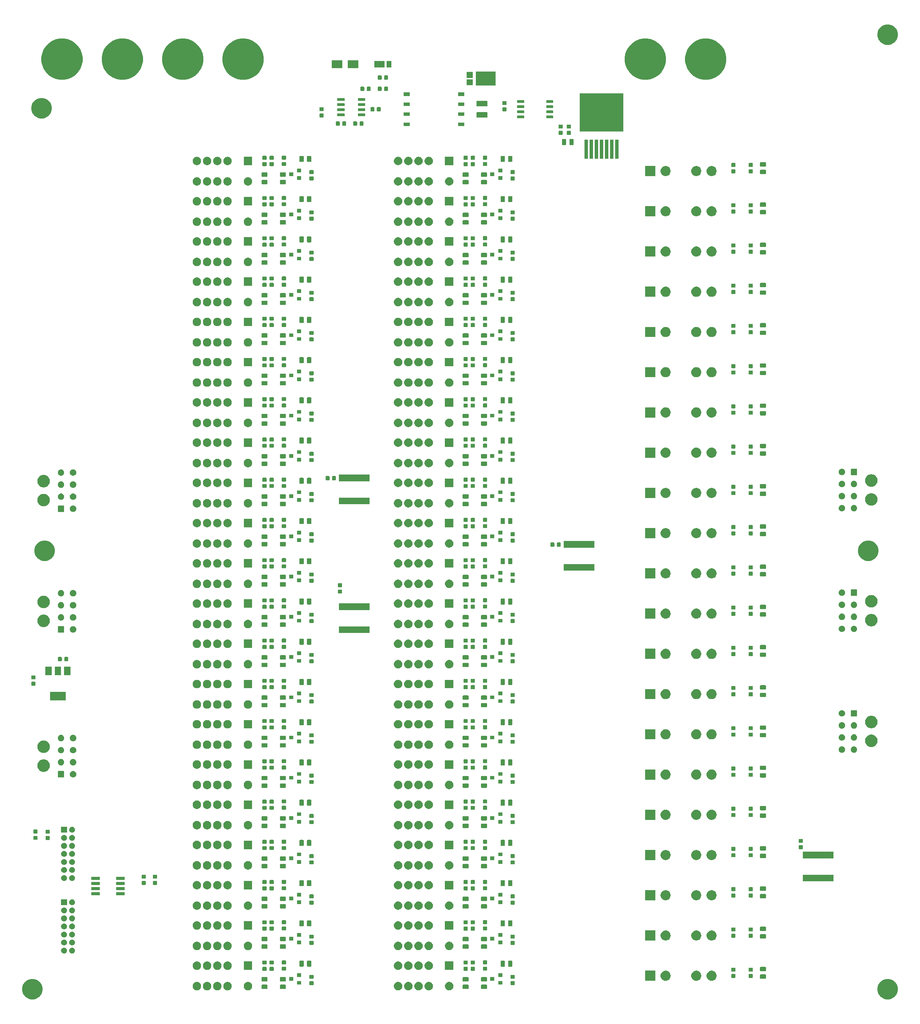
<source format=gbr>
G04 #@! TF.GenerationSoftware,KiCad,Pcbnew,(5.1.6)-1*
G04 #@! TF.CreationDate,2020-08-18T22:57:16-07:00*
G04 #@! TF.ProjectId,relayBoard,72656c61-7942-46f6-9172-642e6b696361,rev?*
G04 #@! TF.SameCoordinates,Original*
G04 #@! TF.FileFunction,Soldermask,Top*
G04 #@! TF.FilePolarity,Negative*
%FSLAX46Y46*%
G04 Gerber Fmt 4.6, Leading zero omitted, Abs format (unit mm)*
G04 Created by KiCad (PCBNEW (5.1.6)-1) date 2020-08-18 22:57:16*
%MOMM*%
%LPD*%
G01*
G04 APERTURE LIST*
%ADD10C,0.100000*%
G04 APERTURE END LIST*
D10*
G36*
X232138098Y-178395033D02*
G01*
X232602350Y-178587332D01*
X232602352Y-178587333D01*
X233020168Y-178866509D01*
X233375491Y-179221832D01*
X233505248Y-179416027D01*
X233654668Y-179639650D01*
X233846967Y-180103902D01*
X233945000Y-180596747D01*
X233945000Y-181099253D01*
X233846967Y-181592098D01*
X233654668Y-182056350D01*
X233654667Y-182056352D01*
X233375491Y-182474168D01*
X233020168Y-182829491D01*
X232602352Y-183108667D01*
X232602351Y-183108668D01*
X232602350Y-183108668D01*
X232138098Y-183300967D01*
X231645253Y-183399000D01*
X231142747Y-183399000D01*
X230649902Y-183300967D01*
X230185650Y-183108668D01*
X230185649Y-183108668D01*
X230185648Y-183108667D01*
X229767832Y-182829491D01*
X229412509Y-182474168D01*
X229133333Y-182056352D01*
X229133332Y-182056350D01*
X228941033Y-181592098D01*
X228843000Y-181099253D01*
X228843000Y-180596747D01*
X228941033Y-180103902D01*
X229133332Y-179639650D01*
X229282752Y-179416027D01*
X229412509Y-179221832D01*
X229767832Y-178866509D01*
X230185648Y-178587333D01*
X230185650Y-178587332D01*
X230649902Y-178395033D01*
X231142747Y-178297000D01*
X231645253Y-178297000D01*
X232138098Y-178395033D01*
G37*
G36*
X19540098Y-178395033D02*
G01*
X20004350Y-178587332D01*
X20004352Y-178587333D01*
X20422168Y-178866509D01*
X20777491Y-179221832D01*
X20907248Y-179416027D01*
X21056668Y-179639650D01*
X21248967Y-180103902D01*
X21347000Y-180596747D01*
X21347000Y-181099253D01*
X21248967Y-181592098D01*
X21056668Y-182056350D01*
X21056667Y-182056352D01*
X20777491Y-182474168D01*
X20422168Y-182829491D01*
X20004352Y-183108667D01*
X20004351Y-183108668D01*
X20004350Y-183108668D01*
X19540098Y-183300967D01*
X19047253Y-183399000D01*
X18544747Y-183399000D01*
X18051902Y-183300967D01*
X17587650Y-183108668D01*
X17587649Y-183108668D01*
X17587648Y-183108667D01*
X17169832Y-182829491D01*
X16814509Y-182474168D01*
X16535333Y-182056352D01*
X16535332Y-182056350D01*
X16343033Y-181592098D01*
X16245000Y-181099253D01*
X16245000Y-180596747D01*
X16343033Y-180103902D01*
X16535332Y-179639650D01*
X16684752Y-179416027D01*
X16814509Y-179221832D01*
X17169832Y-178866509D01*
X17587648Y-178587333D01*
X17587650Y-178587332D01*
X18051902Y-178395033D01*
X18544747Y-178297000D01*
X19047253Y-178297000D01*
X19540098Y-178395033D01*
G37*
G36*
X59996564Y-179075389D02*
G01*
X60187833Y-179154615D01*
X60187835Y-179154616D01*
X60288431Y-179221832D01*
X60359973Y-179269635D01*
X60506365Y-179416027D01*
X60621385Y-179588167D01*
X60700611Y-179779436D01*
X60741000Y-179982484D01*
X60741000Y-180189516D01*
X60700611Y-180392564D01*
X60621615Y-180583278D01*
X60621384Y-180583835D01*
X60506365Y-180755973D01*
X60359973Y-180902365D01*
X60187835Y-181017384D01*
X60187834Y-181017385D01*
X60187833Y-181017385D01*
X59996564Y-181096611D01*
X59793516Y-181137000D01*
X59586484Y-181137000D01*
X59383436Y-181096611D01*
X59192167Y-181017385D01*
X59192166Y-181017385D01*
X59192165Y-181017384D01*
X59020027Y-180902365D01*
X58873635Y-180755973D01*
X58758616Y-180583835D01*
X58758385Y-180583278D01*
X58679389Y-180392564D01*
X58639000Y-180189516D01*
X58639000Y-179982484D01*
X58679389Y-179779436D01*
X58758615Y-179588167D01*
X58873635Y-179416027D01*
X59020027Y-179269635D01*
X59091569Y-179221832D01*
X59192165Y-179154616D01*
X59192167Y-179154615D01*
X59383436Y-179075389D01*
X59586484Y-179035000D01*
X59793516Y-179035000D01*
X59996564Y-179075389D01*
G37*
G36*
X112536564Y-179075389D02*
G01*
X112727833Y-179154615D01*
X112727835Y-179154616D01*
X112828431Y-179221832D01*
X112899973Y-179269635D01*
X113046365Y-179416027D01*
X113161385Y-179588167D01*
X113240611Y-179779436D01*
X113281000Y-179982484D01*
X113281000Y-180189516D01*
X113240611Y-180392564D01*
X113161615Y-180583278D01*
X113161384Y-180583835D01*
X113046365Y-180755973D01*
X112899973Y-180902365D01*
X112727835Y-181017384D01*
X112727834Y-181017385D01*
X112727833Y-181017385D01*
X112536564Y-181096611D01*
X112333516Y-181137000D01*
X112126484Y-181137000D01*
X111923436Y-181096611D01*
X111732167Y-181017385D01*
X111732166Y-181017385D01*
X111732165Y-181017384D01*
X111560027Y-180902365D01*
X111413635Y-180755973D01*
X111298616Y-180583835D01*
X111298385Y-180583278D01*
X111219389Y-180392564D01*
X111179000Y-180189516D01*
X111179000Y-179982484D01*
X111219389Y-179779436D01*
X111298615Y-179588167D01*
X111413635Y-179416027D01*
X111560027Y-179269635D01*
X111631569Y-179221832D01*
X111732165Y-179154616D01*
X111732167Y-179154615D01*
X111923436Y-179075389D01*
X112126484Y-179035000D01*
X112333516Y-179035000D01*
X112536564Y-179075389D01*
G37*
G36*
X115076564Y-179075389D02*
G01*
X115267833Y-179154615D01*
X115267835Y-179154616D01*
X115368431Y-179221832D01*
X115439973Y-179269635D01*
X115586365Y-179416027D01*
X115701385Y-179588167D01*
X115780611Y-179779436D01*
X115821000Y-179982484D01*
X115821000Y-180189516D01*
X115780611Y-180392564D01*
X115701615Y-180583278D01*
X115701384Y-180583835D01*
X115586365Y-180755973D01*
X115439973Y-180902365D01*
X115267835Y-181017384D01*
X115267834Y-181017385D01*
X115267833Y-181017385D01*
X115076564Y-181096611D01*
X114873516Y-181137000D01*
X114666484Y-181137000D01*
X114463436Y-181096611D01*
X114272167Y-181017385D01*
X114272166Y-181017385D01*
X114272165Y-181017384D01*
X114100027Y-180902365D01*
X113953635Y-180755973D01*
X113838616Y-180583835D01*
X113838385Y-180583278D01*
X113759389Y-180392564D01*
X113719000Y-180189516D01*
X113719000Y-179982484D01*
X113759389Y-179779436D01*
X113838615Y-179588167D01*
X113953635Y-179416027D01*
X114100027Y-179269635D01*
X114171569Y-179221832D01*
X114272165Y-179154616D01*
X114272167Y-179154615D01*
X114463436Y-179075389D01*
X114666484Y-179035000D01*
X114873516Y-179035000D01*
X115076564Y-179075389D01*
G37*
G36*
X122696564Y-179075389D02*
G01*
X122887833Y-179154615D01*
X122887835Y-179154616D01*
X122988431Y-179221832D01*
X123059973Y-179269635D01*
X123206365Y-179416027D01*
X123321385Y-179588167D01*
X123400611Y-179779436D01*
X123441000Y-179982484D01*
X123441000Y-180189516D01*
X123400611Y-180392564D01*
X123321615Y-180583278D01*
X123321384Y-180583835D01*
X123206365Y-180755973D01*
X123059973Y-180902365D01*
X122887835Y-181017384D01*
X122887834Y-181017385D01*
X122887833Y-181017385D01*
X122696564Y-181096611D01*
X122493516Y-181137000D01*
X122286484Y-181137000D01*
X122083436Y-181096611D01*
X121892167Y-181017385D01*
X121892166Y-181017385D01*
X121892165Y-181017384D01*
X121720027Y-180902365D01*
X121573635Y-180755973D01*
X121458616Y-180583835D01*
X121458385Y-180583278D01*
X121379389Y-180392564D01*
X121339000Y-180189516D01*
X121339000Y-179982484D01*
X121379389Y-179779436D01*
X121458615Y-179588167D01*
X121573635Y-179416027D01*
X121720027Y-179269635D01*
X121791569Y-179221832D01*
X121892165Y-179154616D01*
X121892167Y-179154615D01*
X122083436Y-179075389D01*
X122286484Y-179035000D01*
X122493516Y-179035000D01*
X122696564Y-179075389D01*
G37*
G36*
X117616564Y-179075389D02*
G01*
X117807833Y-179154615D01*
X117807835Y-179154616D01*
X117908431Y-179221832D01*
X117979973Y-179269635D01*
X118126365Y-179416027D01*
X118241385Y-179588167D01*
X118320611Y-179779436D01*
X118361000Y-179982484D01*
X118361000Y-180189516D01*
X118320611Y-180392564D01*
X118241615Y-180583278D01*
X118241384Y-180583835D01*
X118126365Y-180755973D01*
X117979973Y-180902365D01*
X117807835Y-181017384D01*
X117807834Y-181017385D01*
X117807833Y-181017385D01*
X117616564Y-181096611D01*
X117413516Y-181137000D01*
X117206484Y-181137000D01*
X117003436Y-181096611D01*
X116812167Y-181017385D01*
X116812166Y-181017385D01*
X116812165Y-181017384D01*
X116640027Y-180902365D01*
X116493635Y-180755973D01*
X116378616Y-180583835D01*
X116378385Y-180583278D01*
X116299389Y-180392564D01*
X116259000Y-180189516D01*
X116259000Y-179982484D01*
X116299389Y-179779436D01*
X116378615Y-179588167D01*
X116493635Y-179416027D01*
X116640027Y-179269635D01*
X116711569Y-179221832D01*
X116812165Y-179154616D01*
X116812167Y-179154615D01*
X117003436Y-179075389D01*
X117206484Y-179035000D01*
X117413516Y-179035000D01*
X117616564Y-179075389D01*
G37*
G36*
X109996564Y-179075389D02*
G01*
X110187833Y-179154615D01*
X110187835Y-179154616D01*
X110288431Y-179221832D01*
X110359973Y-179269635D01*
X110506365Y-179416027D01*
X110621385Y-179588167D01*
X110700611Y-179779436D01*
X110741000Y-179982484D01*
X110741000Y-180189516D01*
X110700611Y-180392564D01*
X110621615Y-180583278D01*
X110621384Y-180583835D01*
X110506365Y-180755973D01*
X110359973Y-180902365D01*
X110187835Y-181017384D01*
X110187834Y-181017385D01*
X110187833Y-181017385D01*
X109996564Y-181096611D01*
X109793516Y-181137000D01*
X109586484Y-181137000D01*
X109383436Y-181096611D01*
X109192167Y-181017385D01*
X109192166Y-181017385D01*
X109192165Y-181017384D01*
X109020027Y-180902365D01*
X108873635Y-180755973D01*
X108758616Y-180583835D01*
X108758385Y-180583278D01*
X108679389Y-180392564D01*
X108639000Y-180189516D01*
X108639000Y-179982484D01*
X108679389Y-179779436D01*
X108758615Y-179588167D01*
X108873635Y-179416027D01*
X109020027Y-179269635D01*
X109091569Y-179221832D01*
X109192165Y-179154616D01*
X109192167Y-179154615D01*
X109383436Y-179075389D01*
X109586484Y-179035000D01*
X109793516Y-179035000D01*
X109996564Y-179075389D01*
G37*
G36*
X72696564Y-179075389D02*
G01*
X72887833Y-179154615D01*
X72887835Y-179154616D01*
X72988431Y-179221832D01*
X73059973Y-179269635D01*
X73206365Y-179416027D01*
X73321385Y-179588167D01*
X73400611Y-179779436D01*
X73441000Y-179982484D01*
X73441000Y-180189516D01*
X73400611Y-180392564D01*
X73321615Y-180583278D01*
X73321384Y-180583835D01*
X73206365Y-180755973D01*
X73059973Y-180902365D01*
X72887835Y-181017384D01*
X72887834Y-181017385D01*
X72887833Y-181017385D01*
X72696564Y-181096611D01*
X72493516Y-181137000D01*
X72286484Y-181137000D01*
X72083436Y-181096611D01*
X71892167Y-181017385D01*
X71892166Y-181017385D01*
X71892165Y-181017384D01*
X71720027Y-180902365D01*
X71573635Y-180755973D01*
X71458616Y-180583835D01*
X71458385Y-180583278D01*
X71379389Y-180392564D01*
X71339000Y-180189516D01*
X71339000Y-179982484D01*
X71379389Y-179779436D01*
X71458615Y-179588167D01*
X71573635Y-179416027D01*
X71720027Y-179269635D01*
X71791569Y-179221832D01*
X71892165Y-179154616D01*
X71892167Y-179154615D01*
X72083436Y-179075389D01*
X72286484Y-179035000D01*
X72493516Y-179035000D01*
X72696564Y-179075389D01*
G37*
G36*
X65076564Y-179075389D02*
G01*
X65267833Y-179154615D01*
X65267835Y-179154616D01*
X65368431Y-179221832D01*
X65439973Y-179269635D01*
X65586365Y-179416027D01*
X65701385Y-179588167D01*
X65780611Y-179779436D01*
X65821000Y-179982484D01*
X65821000Y-180189516D01*
X65780611Y-180392564D01*
X65701615Y-180583278D01*
X65701384Y-180583835D01*
X65586365Y-180755973D01*
X65439973Y-180902365D01*
X65267835Y-181017384D01*
X65267834Y-181017385D01*
X65267833Y-181017385D01*
X65076564Y-181096611D01*
X64873516Y-181137000D01*
X64666484Y-181137000D01*
X64463436Y-181096611D01*
X64272167Y-181017385D01*
X64272166Y-181017385D01*
X64272165Y-181017384D01*
X64100027Y-180902365D01*
X63953635Y-180755973D01*
X63838616Y-180583835D01*
X63838385Y-180583278D01*
X63759389Y-180392564D01*
X63719000Y-180189516D01*
X63719000Y-179982484D01*
X63759389Y-179779436D01*
X63838615Y-179588167D01*
X63953635Y-179416027D01*
X64100027Y-179269635D01*
X64171569Y-179221832D01*
X64272165Y-179154616D01*
X64272167Y-179154615D01*
X64463436Y-179075389D01*
X64666484Y-179035000D01*
X64873516Y-179035000D01*
X65076564Y-179075389D01*
G37*
G36*
X62536564Y-179075389D02*
G01*
X62727833Y-179154615D01*
X62727835Y-179154616D01*
X62828431Y-179221832D01*
X62899973Y-179269635D01*
X63046365Y-179416027D01*
X63161385Y-179588167D01*
X63240611Y-179779436D01*
X63281000Y-179982484D01*
X63281000Y-180189516D01*
X63240611Y-180392564D01*
X63161615Y-180583278D01*
X63161384Y-180583835D01*
X63046365Y-180755973D01*
X62899973Y-180902365D01*
X62727835Y-181017384D01*
X62727834Y-181017385D01*
X62727833Y-181017385D01*
X62536564Y-181096611D01*
X62333516Y-181137000D01*
X62126484Y-181137000D01*
X61923436Y-181096611D01*
X61732167Y-181017385D01*
X61732166Y-181017385D01*
X61732165Y-181017384D01*
X61560027Y-180902365D01*
X61413635Y-180755973D01*
X61298616Y-180583835D01*
X61298385Y-180583278D01*
X61219389Y-180392564D01*
X61179000Y-180189516D01*
X61179000Y-179982484D01*
X61219389Y-179779436D01*
X61298615Y-179588167D01*
X61413635Y-179416027D01*
X61560027Y-179269635D01*
X61631569Y-179221832D01*
X61732165Y-179154616D01*
X61732167Y-179154615D01*
X61923436Y-179075389D01*
X62126484Y-179035000D01*
X62333516Y-179035000D01*
X62536564Y-179075389D01*
G37*
G36*
X67616564Y-179075389D02*
G01*
X67807833Y-179154615D01*
X67807835Y-179154616D01*
X67908431Y-179221832D01*
X67979973Y-179269635D01*
X68126365Y-179416027D01*
X68241385Y-179588167D01*
X68320611Y-179779436D01*
X68361000Y-179982484D01*
X68361000Y-180189516D01*
X68320611Y-180392564D01*
X68241615Y-180583278D01*
X68241384Y-180583835D01*
X68126365Y-180755973D01*
X67979973Y-180902365D01*
X67807835Y-181017384D01*
X67807834Y-181017385D01*
X67807833Y-181017385D01*
X67616564Y-181096611D01*
X67413516Y-181137000D01*
X67206484Y-181137000D01*
X67003436Y-181096611D01*
X66812167Y-181017385D01*
X66812166Y-181017385D01*
X66812165Y-181017384D01*
X66640027Y-180902365D01*
X66493635Y-180755973D01*
X66378616Y-180583835D01*
X66378385Y-180583278D01*
X66299389Y-180392564D01*
X66259000Y-180189516D01*
X66259000Y-179982484D01*
X66299389Y-179779436D01*
X66378615Y-179588167D01*
X66493635Y-179416027D01*
X66640027Y-179269635D01*
X66711569Y-179221832D01*
X66812165Y-179154616D01*
X66812167Y-179154615D01*
X67003436Y-179075389D01*
X67206484Y-179035000D01*
X67413516Y-179035000D01*
X67616564Y-179075389D01*
G37*
G36*
X81648468Y-179727565D02*
G01*
X81687138Y-179739296D01*
X81722777Y-179758346D01*
X81754017Y-179783983D01*
X81779654Y-179815223D01*
X81798704Y-179850862D01*
X81810435Y-179889532D01*
X81815000Y-179935888D01*
X81815000Y-180587112D01*
X81810435Y-180633468D01*
X81798704Y-180672138D01*
X81779654Y-180707777D01*
X81754017Y-180739017D01*
X81722777Y-180764654D01*
X81687138Y-180783704D01*
X81648468Y-180795435D01*
X81602112Y-180800000D01*
X80525888Y-180800000D01*
X80479532Y-180795435D01*
X80440862Y-180783704D01*
X80405223Y-180764654D01*
X80373983Y-180739017D01*
X80348346Y-180707777D01*
X80329296Y-180672138D01*
X80317565Y-180633468D01*
X80313000Y-180587112D01*
X80313000Y-179935888D01*
X80317565Y-179889532D01*
X80329296Y-179850862D01*
X80348346Y-179815223D01*
X80373983Y-179783983D01*
X80405223Y-179758346D01*
X80440862Y-179739296D01*
X80479532Y-179727565D01*
X80525888Y-179723000D01*
X81602112Y-179723000D01*
X81648468Y-179727565D01*
G37*
G36*
X77076468Y-179727565D02*
G01*
X77115138Y-179739296D01*
X77150777Y-179758346D01*
X77182017Y-179783983D01*
X77207654Y-179815223D01*
X77226704Y-179850862D01*
X77238435Y-179889532D01*
X77243000Y-179935888D01*
X77243000Y-180587112D01*
X77238435Y-180633468D01*
X77226704Y-180672138D01*
X77207654Y-180707777D01*
X77182017Y-180739017D01*
X77150777Y-180764654D01*
X77115138Y-180783704D01*
X77076468Y-180795435D01*
X77030112Y-180800000D01*
X75953888Y-180800000D01*
X75907532Y-180795435D01*
X75868862Y-180783704D01*
X75833223Y-180764654D01*
X75801983Y-180739017D01*
X75776346Y-180707777D01*
X75757296Y-180672138D01*
X75745565Y-180633468D01*
X75741000Y-180587112D01*
X75741000Y-179935888D01*
X75745565Y-179889532D01*
X75757296Y-179850862D01*
X75776346Y-179815223D01*
X75801983Y-179783983D01*
X75833223Y-179758346D01*
X75868862Y-179739296D01*
X75907532Y-179727565D01*
X75953888Y-179723000D01*
X77030112Y-179723000D01*
X77076468Y-179727565D01*
G37*
G36*
X131648468Y-179727565D02*
G01*
X131687138Y-179739296D01*
X131722777Y-179758346D01*
X131754017Y-179783983D01*
X131779654Y-179815223D01*
X131798704Y-179850862D01*
X131810435Y-179889532D01*
X131815000Y-179935888D01*
X131815000Y-180587112D01*
X131810435Y-180633468D01*
X131798704Y-180672138D01*
X131779654Y-180707777D01*
X131754017Y-180739017D01*
X131722777Y-180764654D01*
X131687138Y-180783704D01*
X131648468Y-180795435D01*
X131602112Y-180800000D01*
X130525888Y-180800000D01*
X130479532Y-180795435D01*
X130440862Y-180783704D01*
X130405223Y-180764654D01*
X130373983Y-180739017D01*
X130348346Y-180707777D01*
X130329296Y-180672138D01*
X130317565Y-180633468D01*
X130313000Y-180587112D01*
X130313000Y-179935888D01*
X130317565Y-179889532D01*
X130329296Y-179850862D01*
X130348346Y-179815223D01*
X130373983Y-179783983D01*
X130405223Y-179758346D01*
X130440862Y-179739296D01*
X130479532Y-179727565D01*
X130525888Y-179723000D01*
X131602112Y-179723000D01*
X131648468Y-179727565D01*
G37*
G36*
X127076468Y-179727565D02*
G01*
X127115138Y-179739296D01*
X127150777Y-179758346D01*
X127182017Y-179783983D01*
X127207654Y-179815223D01*
X127226704Y-179850862D01*
X127238435Y-179889532D01*
X127243000Y-179935888D01*
X127243000Y-180587112D01*
X127238435Y-180633468D01*
X127226704Y-180672138D01*
X127207654Y-180707777D01*
X127182017Y-180739017D01*
X127150777Y-180764654D01*
X127115138Y-180783704D01*
X127076468Y-180795435D01*
X127030112Y-180800000D01*
X125953888Y-180800000D01*
X125907532Y-180795435D01*
X125868862Y-180783704D01*
X125833223Y-180764654D01*
X125801983Y-180739017D01*
X125776346Y-180707777D01*
X125757296Y-180672138D01*
X125745565Y-180633468D01*
X125741000Y-180587112D01*
X125741000Y-179935888D01*
X125745565Y-179889532D01*
X125757296Y-179850862D01*
X125776346Y-179815223D01*
X125801983Y-179783983D01*
X125833223Y-179758346D01*
X125868862Y-179739296D01*
X125907532Y-179727565D01*
X125953888Y-179723000D01*
X127030112Y-179723000D01*
X127076468Y-179727565D01*
G37*
G36*
X138555591Y-178865085D02*
G01*
X138589569Y-178875393D01*
X138620890Y-178892134D01*
X138648339Y-178914661D01*
X138670866Y-178942110D01*
X138687607Y-178973431D01*
X138697915Y-179007409D01*
X138702000Y-179048890D01*
X138702000Y-179650110D01*
X138697915Y-179691591D01*
X138687607Y-179725569D01*
X138670866Y-179756890D01*
X138648339Y-179784339D01*
X138620890Y-179806866D01*
X138589569Y-179823607D01*
X138555591Y-179833915D01*
X138514110Y-179838000D01*
X137837890Y-179838000D01*
X137796409Y-179833915D01*
X137762431Y-179823607D01*
X137731110Y-179806866D01*
X137703661Y-179784339D01*
X137681134Y-179756890D01*
X137664393Y-179725569D01*
X137654085Y-179691591D01*
X137650000Y-179650110D01*
X137650000Y-179048890D01*
X137654085Y-179007409D01*
X137664393Y-178973431D01*
X137681134Y-178942110D01*
X137703661Y-178914661D01*
X137731110Y-178892134D01*
X137762431Y-178875393D01*
X137796409Y-178865085D01*
X137837890Y-178861000D01*
X138514110Y-178861000D01*
X138555591Y-178865085D01*
G37*
G36*
X88555591Y-178865085D02*
G01*
X88589569Y-178875393D01*
X88620890Y-178892134D01*
X88648339Y-178914661D01*
X88670866Y-178942110D01*
X88687607Y-178973431D01*
X88697915Y-179007409D01*
X88702000Y-179048890D01*
X88702000Y-179650110D01*
X88697915Y-179691591D01*
X88687607Y-179725569D01*
X88670866Y-179756890D01*
X88648339Y-179784339D01*
X88620890Y-179806866D01*
X88589569Y-179823607D01*
X88555591Y-179833915D01*
X88514110Y-179838000D01*
X87837890Y-179838000D01*
X87796409Y-179833915D01*
X87762431Y-179823607D01*
X87731110Y-179806866D01*
X87703661Y-179784339D01*
X87681134Y-179756890D01*
X87664393Y-179725569D01*
X87654085Y-179691591D01*
X87650000Y-179650110D01*
X87650000Y-179048890D01*
X87654085Y-179007409D01*
X87664393Y-178973431D01*
X87681134Y-178942110D01*
X87703661Y-178914661D01*
X87731110Y-178892134D01*
X87762431Y-178875393D01*
X87796409Y-178865085D01*
X87837890Y-178861000D01*
X88514110Y-178861000D01*
X88555591Y-178865085D01*
G37*
G36*
X135613000Y-179709000D02*
G01*
X134611000Y-179709000D01*
X134611000Y-178807000D01*
X135613000Y-178807000D01*
X135613000Y-179709000D01*
G37*
G36*
X85613000Y-179709000D02*
G01*
X84611000Y-179709000D01*
X84611000Y-178807000D01*
X85613000Y-178807000D01*
X85613000Y-179709000D01*
G37*
G36*
X81648468Y-177852565D02*
G01*
X81687138Y-177864296D01*
X81722777Y-177883346D01*
X81754017Y-177908983D01*
X81779654Y-177940223D01*
X81798704Y-177975862D01*
X81810435Y-178014532D01*
X81815000Y-178060888D01*
X81815000Y-178712112D01*
X81810435Y-178758468D01*
X81798704Y-178797138D01*
X81779654Y-178832777D01*
X81754017Y-178864017D01*
X81722777Y-178889654D01*
X81687138Y-178908704D01*
X81648468Y-178920435D01*
X81602112Y-178925000D01*
X80525888Y-178925000D01*
X80479532Y-178920435D01*
X80440862Y-178908704D01*
X80405223Y-178889654D01*
X80373983Y-178864017D01*
X80348346Y-178832777D01*
X80329296Y-178797138D01*
X80317565Y-178758468D01*
X80313000Y-178712112D01*
X80313000Y-178060888D01*
X80317565Y-178014532D01*
X80329296Y-177975862D01*
X80348346Y-177940223D01*
X80373983Y-177908983D01*
X80405223Y-177883346D01*
X80440862Y-177864296D01*
X80479532Y-177852565D01*
X80525888Y-177848000D01*
X81602112Y-177848000D01*
X81648468Y-177852565D01*
G37*
G36*
X77076468Y-177852565D02*
G01*
X77115138Y-177864296D01*
X77150777Y-177883346D01*
X77182017Y-177908983D01*
X77207654Y-177940223D01*
X77226704Y-177975862D01*
X77238435Y-178014532D01*
X77243000Y-178060888D01*
X77243000Y-178712112D01*
X77238435Y-178758468D01*
X77226704Y-178797138D01*
X77207654Y-178832777D01*
X77182017Y-178864017D01*
X77150777Y-178889654D01*
X77115138Y-178908704D01*
X77076468Y-178920435D01*
X77030112Y-178925000D01*
X75953888Y-178925000D01*
X75907532Y-178920435D01*
X75868862Y-178908704D01*
X75833223Y-178889654D01*
X75801983Y-178864017D01*
X75776346Y-178832777D01*
X75757296Y-178797138D01*
X75745565Y-178758468D01*
X75741000Y-178712112D01*
X75741000Y-178060888D01*
X75745565Y-178014532D01*
X75757296Y-177975862D01*
X75776346Y-177940223D01*
X75801983Y-177908983D01*
X75833223Y-177883346D01*
X75868862Y-177864296D01*
X75907532Y-177852565D01*
X75953888Y-177848000D01*
X77030112Y-177848000D01*
X77076468Y-177852565D01*
G37*
G36*
X127076468Y-177852565D02*
G01*
X127115138Y-177864296D01*
X127150777Y-177883346D01*
X127182017Y-177908983D01*
X127207654Y-177940223D01*
X127226704Y-177975862D01*
X127238435Y-178014532D01*
X127243000Y-178060888D01*
X127243000Y-178712112D01*
X127238435Y-178758468D01*
X127226704Y-178797138D01*
X127207654Y-178832777D01*
X127182017Y-178864017D01*
X127150777Y-178889654D01*
X127115138Y-178908704D01*
X127076468Y-178920435D01*
X127030112Y-178925000D01*
X125953888Y-178925000D01*
X125907532Y-178920435D01*
X125868862Y-178908704D01*
X125833223Y-178889654D01*
X125801983Y-178864017D01*
X125776346Y-178832777D01*
X125757296Y-178797138D01*
X125745565Y-178758468D01*
X125741000Y-178712112D01*
X125741000Y-178060888D01*
X125745565Y-178014532D01*
X125757296Y-177975862D01*
X125776346Y-177940223D01*
X125801983Y-177908983D01*
X125833223Y-177883346D01*
X125868862Y-177864296D01*
X125907532Y-177852565D01*
X125953888Y-177848000D01*
X127030112Y-177848000D01*
X127076468Y-177852565D01*
G37*
G36*
X131648468Y-177852565D02*
G01*
X131687138Y-177864296D01*
X131722777Y-177883346D01*
X131754017Y-177908983D01*
X131779654Y-177940223D01*
X131798704Y-177975862D01*
X131810435Y-178014532D01*
X131815000Y-178060888D01*
X131815000Y-178712112D01*
X131810435Y-178758468D01*
X131798704Y-178797138D01*
X131779654Y-178832777D01*
X131754017Y-178864017D01*
X131722777Y-178889654D01*
X131687138Y-178908704D01*
X131648468Y-178920435D01*
X131602112Y-178925000D01*
X130525888Y-178925000D01*
X130479532Y-178920435D01*
X130440862Y-178908704D01*
X130405223Y-178889654D01*
X130373983Y-178864017D01*
X130348346Y-178832777D01*
X130329296Y-178797138D01*
X130317565Y-178758468D01*
X130313000Y-178712112D01*
X130313000Y-178060888D01*
X130317565Y-178014532D01*
X130329296Y-177975862D01*
X130348346Y-177940223D01*
X130373983Y-177908983D01*
X130405223Y-177883346D01*
X130440862Y-177864296D01*
X130479532Y-177852565D01*
X130525888Y-177848000D01*
X131602112Y-177848000D01*
X131648468Y-177852565D01*
G37*
G36*
X187997819Y-176293459D02*
G01*
X188227306Y-176388516D01*
X188433840Y-176526517D01*
X188609483Y-176702160D01*
X188747484Y-176908694D01*
X188842541Y-177138181D01*
X188891000Y-177381801D01*
X188891000Y-177630199D01*
X188842541Y-177873819D01*
X188747484Y-178103306D01*
X188609483Y-178309840D01*
X188433840Y-178485483D01*
X188227306Y-178623484D01*
X187997819Y-178718541D01*
X187754199Y-178767000D01*
X187505801Y-178767000D01*
X187262181Y-178718541D01*
X187032694Y-178623484D01*
X186826160Y-178485483D01*
X186650517Y-178309840D01*
X186512516Y-178103306D01*
X186417459Y-177873819D01*
X186369000Y-177630199D01*
X186369000Y-177381801D01*
X186417459Y-177138181D01*
X186512516Y-176908694D01*
X186650517Y-176702160D01*
X186826160Y-176526517D01*
X187032694Y-176388516D01*
X187262181Y-176293459D01*
X187505801Y-176245000D01*
X187754199Y-176245000D01*
X187997819Y-176293459D01*
G37*
G36*
X184187819Y-176293459D02*
G01*
X184417306Y-176388516D01*
X184623840Y-176526517D01*
X184799483Y-176702160D01*
X184937484Y-176908694D01*
X185032541Y-177138181D01*
X185081000Y-177381801D01*
X185081000Y-177630199D01*
X185032541Y-177873819D01*
X184937484Y-178103306D01*
X184799483Y-178309840D01*
X184623840Y-178485483D01*
X184417306Y-178623484D01*
X184187819Y-178718541D01*
X183944199Y-178767000D01*
X183695801Y-178767000D01*
X183452181Y-178718541D01*
X183222694Y-178623484D01*
X183016160Y-178485483D01*
X182840517Y-178309840D01*
X182702516Y-178103306D01*
X182607459Y-177873819D01*
X182559000Y-177630199D01*
X182559000Y-177381801D01*
X182607459Y-177138181D01*
X182702516Y-176908694D01*
X182840517Y-176702160D01*
X183016160Y-176526517D01*
X183222694Y-176388516D01*
X183452181Y-176293459D01*
X183695801Y-176245000D01*
X183944199Y-176245000D01*
X184187819Y-176293459D01*
G37*
G36*
X176567819Y-176293459D02*
G01*
X176797306Y-176388516D01*
X177003840Y-176526517D01*
X177179483Y-176702160D01*
X177317484Y-176908694D01*
X177412541Y-177138181D01*
X177461000Y-177381801D01*
X177461000Y-177630199D01*
X177412541Y-177873819D01*
X177317484Y-178103306D01*
X177179483Y-178309840D01*
X177003840Y-178485483D01*
X176797306Y-178623484D01*
X176567819Y-178718541D01*
X176324199Y-178767000D01*
X176075801Y-178767000D01*
X175832181Y-178718541D01*
X175602694Y-178623484D01*
X175396160Y-178485483D01*
X175220517Y-178309840D01*
X175082516Y-178103306D01*
X174987459Y-177873819D01*
X174939000Y-177630199D01*
X174939000Y-177381801D01*
X174987459Y-177138181D01*
X175082516Y-176908694D01*
X175220517Y-176702160D01*
X175396160Y-176526517D01*
X175602694Y-176388516D01*
X175832181Y-176293459D01*
X176075801Y-176245000D01*
X176324199Y-176245000D01*
X176567819Y-176293459D01*
G37*
G36*
X173651000Y-178767000D02*
G01*
X171129000Y-178767000D01*
X171129000Y-176245000D01*
X173651000Y-176245000D01*
X173651000Y-178767000D01*
G37*
G36*
X133613000Y-178759000D02*
G01*
X132611000Y-178759000D01*
X132611000Y-177857000D01*
X133613000Y-177857000D01*
X133613000Y-178759000D01*
G37*
G36*
X83613000Y-178759000D02*
G01*
X82611000Y-178759000D01*
X82611000Y-177857000D01*
X83613000Y-177857000D01*
X83613000Y-178759000D01*
G37*
G36*
X138555591Y-177290085D02*
G01*
X138589569Y-177300393D01*
X138620890Y-177317134D01*
X138648339Y-177339661D01*
X138670866Y-177367110D01*
X138687607Y-177398431D01*
X138697915Y-177432409D01*
X138702000Y-177473890D01*
X138702000Y-178075110D01*
X138697915Y-178116591D01*
X138687607Y-178150569D01*
X138670866Y-178181890D01*
X138648339Y-178209339D01*
X138620890Y-178231866D01*
X138589569Y-178248607D01*
X138555591Y-178258915D01*
X138514110Y-178263000D01*
X137837890Y-178263000D01*
X137796409Y-178258915D01*
X137762431Y-178248607D01*
X137731110Y-178231866D01*
X137703661Y-178209339D01*
X137681134Y-178181890D01*
X137664393Y-178150569D01*
X137654085Y-178116591D01*
X137650000Y-178075110D01*
X137650000Y-177473890D01*
X137654085Y-177432409D01*
X137664393Y-177398431D01*
X137681134Y-177367110D01*
X137703661Y-177339661D01*
X137731110Y-177317134D01*
X137762431Y-177300393D01*
X137796409Y-177290085D01*
X137837890Y-177286000D01*
X138514110Y-177286000D01*
X138555591Y-177290085D01*
G37*
G36*
X88555591Y-177290085D02*
G01*
X88589569Y-177300393D01*
X88620890Y-177317134D01*
X88648339Y-177339661D01*
X88670866Y-177367110D01*
X88687607Y-177398431D01*
X88697915Y-177432409D01*
X88702000Y-177473890D01*
X88702000Y-178075110D01*
X88697915Y-178116591D01*
X88687607Y-178150569D01*
X88670866Y-178181890D01*
X88648339Y-178209339D01*
X88620890Y-178231866D01*
X88589569Y-178248607D01*
X88555591Y-178258915D01*
X88514110Y-178263000D01*
X87837890Y-178263000D01*
X87796409Y-178258915D01*
X87762431Y-178248607D01*
X87731110Y-178231866D01*
X87703661Y-178209339D01*
X87681134Y-178181890D01*
X87664393Y-178150569D01*
X87654085Y-178116591D01*
X87650000Y-178075110D01*
X87650000Y-177473890D01*
X87654085Y-177432409D01*
X87664393Y-177398431D01*
X87681134Y-177367110D01*
X87703661Y-177339661D01*
X87731110Y-177317134D01*
X87762431Y-177300393D01*
X87796409Y-177290085D01*
X87837890Y-177286000D01*
X88514110Y-177286000D01*
X88555591Y-177290085D01*
G37*
G36*
X200990468Y-177187565D02*
G01*
X201029138Y-177199296D01*
X201064777Y-177218346D01*
X201096017Y-177243983D01*
X201121654Y-177275223D01*
X201140704Y-177310862D01*
X201152435Y-177349532D01*
X201157000Y-177395888D01*
X201157000Y-178047112D01*
X201152435Y-178093468D01*
X201140704Y-178132138D01*
X201121654Y-178167777D01*
X201096017Y-178199017D01*
X201064777Y-178224654D01*
X201029138Y-178243704D01*
X200990468Y-178255435D01*
X200944112Y-178260000D01*
X199867888Y-178260000D01*
X199821532Y-178255435D01*
X199782862Y-178243704D01*
X199747223Y-178224654D01*
X199715983Y-178199017D01*
X199690346Y-178167777D01*
X199671296Y-178132138D01*
X199659565Y-178093468D01*
X199655000Y-178047112D01*
X199655000Y-177395888D01*
X199659565Y-177349532D01*
X199671296Y-177310862D01*
X199690346Y-177275223D01*
X199715983Y-177243983D01*
X199747223Y-177218346D01*
X199782862Y-177199296D01*
X199821532Y-177187565D01*
X199867888Y-177183000D01*
X200944112Y-177183000D01*
X200990468Y-177187565D01*
G37*
G36*
X197737591Y-177087085D02*
G01*
X197771569Y-177097393D01*
X197802890Y-177114134D01*
X197830339Y-177136661D01*
X197852866Y-177164110D01*
X197869607Y-177195431D01*
X197879915Y-177229409D01*
X197884000Y-177270890D01*
X197884000Y-177872110D01*
X197879915Y-177913591D01*
X197869607Y-177947569D01*
X197852866Y-177978890D01*
X197830339Y-178006339D01*
X197802890Y-178028866D01*
X197771569Y-178045607D01*
X197737591Y-178055915D01*
X197696110Y-178060000D01*
X197019890Y-178060000D01*
X196978409Y-178055915D01*
X196944431Y-178045607D01*
X196913110Y-178028866D01*
X196885661Y-178006339D01*
X196863134Y-177978890D01*
X196846393Y-177947569D01*
X196836085Y-177913591D01*
X196832000Y-177872110D01*
X196832000Y-177270890D01*
X196836085Y-177229409D01*
X196846393Y-177195431D01*
X196863134Y-177164110D01*
X196885661Y-177136661D01*
X196913110Y-177114134D01*
X196944431Y-177097393D01*
X196978409Y-177087085D01*
X197019890Y-177083000D01*
X197696110Y-177083000D01*
X197737591Y-177087085D01*
G37*
G36*
X193419591Y-177087085D02*
G01*
X193453569Y-177097393D01*
X193484890Y-177114134D01*
X193512339Y-177136661D01*
X193534866Y-177164110D01*
X193551607Y-177195431D01*
X193561915Y-177229409D01*
X193566000Y-177270890D01*
X193566000Y-177872110D01*
X193561915Y-177913591D01*
X193551607Y-177947569D01*
X193534866Y-177978890D01*
X193512339Y-178006339D01*
X193484890Y-178028866D01*
X193453569Y-178045607D01*
X193419591Y-178055915D01*
X193378110Y-178060000D01*
X192701890Y-178060000D01*
X192660409Y-178055915D01*
X192626431Y-178045607D01*
X192595110Y-178028866D01*
X192567661Y-178006339D01*
X192545134Y-177978890D01*
X192528393Y-177947569D01*
X192518085Y-177913591D01*
X192514000Y-177872110D01*
X192514000Y-177270890D01*
X192518085Y-177229409D01*
X192528393Y-177195431D01*
X192545134Y-177164110D01*
X192567661Y-177136661D01*
X192595110Y-177114134D01*
X192626431Y-177097393D01*
X192660409Y-177087085D01*
X192701890Y-177083000D01*
X193378110Y-177083000D01*
X193419591Y-177087085D01*
G37*
G36*
X85613000Y-177809000D02*
G01*
X84611000Y-177809000D01*
X84611000Y-176907000D01*
X85613000Y-176907000D01*
X85613000Y-177809000D01*
G37*
G36*
X135613000Y-177809000D02*
G01*
X134611000Y-177809000D01*
X134611000Y-176907000D01*
X135613000Y-176907000D01*
X135613000Y-177809000D01*
G37*
G36*
X193419591Y-175512085D02*
G01*
X193453569Y-175522393D01*
X193484890Y-175539134D01*
X193512339Y-175561661D01*
X193534866Y-175589110D01*
X193551607Y-175620431D01*
X193561915Y-175654409D01*
X193566000Y-175695890D01*
X193566000Y-176297110D01*
X193561915Y-176338591D01*
X193551607Y-176372569D01*
X193534866Y-176403890D01*
X193512339Y-176431339D01*
X193484890Y-176453866D01*
X193453569Y-176470607D01*
X193419591Y-176480915D01*
X193378110Y-176485000D01*
X192701890Y-176485000D01*
X192660409Y-176480915D01*
X192626431Y-176470607D01*
X192595110Y-176453866D01*
X192567661Y-176431339D01*
X192545134Y-176403890D01*
X192528393Y-176372569D01*
X192518085Y-176338591D01*
X192514000Y-176297110D01*
X192514000Y-175695890D01*
X192518085Y-175654409D01*
X192528393Y-175620431D01*
X192545134Y-175589110D01*
X192567661Y-175561661D01*
X192595110Y-175539134D01*
X192626431Y-175522393D01*
X192660409Y-175512085D01*
X192701890Y-175508000D01*
X193378110Y-175508000D01*
X193419591Y-175512085D01*
G37*
G36*
X197737591Y-175512085D02*
G01*
X197771569Y-175522393D01*
X197802890Y-175539134D01*
X197830339Y-175561661D01*
X197852866Y-175589110D01*
X197869607Y-175620431D01*
X197879915Y-175654409D01*
X197884000Y-175695890D01*
X197884000Y-176297110D01*
X197879915Y-176338591D01*
X197869607Y-176372569D01*
X197852866Y-176403890D01*
X197830339Y-176431339D01*
X197802890Y-176453866D01*
X197771569Y-176470607D01*
X197737591Y-176480915D01*
X197696110Y-176485000D01*
X197019890Y-176485000D01*
X196978409Y-176480915D01*
X196944431Y-176470607D01*
X196913110Y-176453866D01*
X196885661Y-176431339D01*
X196863134Y-176403890D01*
X196846393Y-176372569D01*
X196836085Y-176338591D01*
X196832000Y-176297110D01*
X196832000Y-175695890D01*
X196836085Y-175654409D01*
X196846393Y-175620431D01*
X196863134Y-175589110D01*
X196885661Y-175561661D01*
X196913110Y-175539134D01*
X196944431Y-175522393D01*
X196978409Y-175512085D01*
X197019890Y-175508000D01*
X197696110Y-175508000D01*
X197737591Y-175512085D01*
G37*
G36*
X200990468Y-175312565D02*
G01*
X201029138Y-175324296D01*
X201064777Y-175343346D01*
X201096017Y-175368983D01*
X201121654Y-175400223D01*
X201140704Y-175435862D01*
X201152435Y-175474532D01*
X201157000Y-175520888D01*
X201157000Y-176172112D01*
X201152435Y-176218468D01*
X201140704Y-176257138D01*
X201121654Y-176292777D01*
X201096017Y-176324017D01*
X201064777Y-176349654D01*
X201029138Y-176368704D01*
X200990468Y-176380435D01*
X200944112Y-176385000D01*
X199867888Y-176385000D01*
X199821532Y-176380435D01*
X199782862Y-176368704D01*
X199747223Y-176349654D01*
X199715983Y-176324017D01*
X199690346Y-176292777D01*
X199671296Y-176257138D01*
X199659565Y-176218468D01*
X199655000Y-176172112D01*
X199655000Y-175520888D01*
X199659565Y-175474532D01*
X199671296Y-175435862D01*
X199690346Y-175400223D01*
X199715983Y-175368983D01*
X199747223Y-175343346D01*
X199782862Y-175324296D01*
X199821532Y-175312565D01*
X199867888Y-175308000D01*
X200944112Y-175308000D01*
X200990468Y-175312565D01*
G37*
G36*
X78649591Y-175309085D02*
G01*
X78683569Y-175319393D01*
X78714890Y-175336134D01*
X78742339Y-175358661D01*
X78764866Y-175386110D01*
X78781607Y-175417431D01*
X78791915Y-175451409D01*
X78796000Y-175492890D01*
X78796000Y-176094110D01*
X78791915Y-176135591D01*
X78781607Y-176169569D01*
X78764866Y-176200890D01*
X78742339Y-176228339D01*
X78714890Y-176250866D01*
X78683569Y-176267607D01*
X78649591Y-176277915D01*
X78608110Y-176282000D01*
X77931890Y-176282000D01*
X77890409Y-176277915D01*
X77856431Y-176267607D01*
X77825110Y-176250866D01*
X77797661Y-176228339D01*
X77775134Y-176200890D01*
X77758393Y-176169569D01*
X77748085Y-176135591D01*
X77744000Y-176094110D01*
X77744000Y-175492890D01*
X77748085Y-175451409D01*
X77758393Y-175417431D01*
X77775134Y-175386110D01*
X77797661Y-175358661D01*
X77825110Y-175336134D01*
X77856431Y-175319393D01*
X77890409Y-175309085D01*
X77931890Y-175305000D01*
X78608110Y-175305000D01*
X78649591Y-175309085D01*
G37*
G36*
X126871591Y-175309085D02*
G01*
X126905569Y-175319393D01*
X126936890Y-175336134D01*
X126964339Y-175358661D01*
X126986866Y-175386110D01*
X127003607Y-175417431D01*
X127013915Y-175451409D01*
X127018000Y-175492890D01*
X127018000Y-176094110D01*
X127013915Y-176135591D01*
X127003607Y-176169569D01*
X126986866Y-176200890D01*
X126964339Y-176228339D01*
X126936890Y-176250866D01*
X126905569Y-176267607D01*
X126871591Y-176277915D01*
X126830110Y-176282000D01*
X126153890Y-176282000D01*
X126112409Y-176277915D01*
X126078431Y-176267607D01*
X126047110Y-176250866D01*
X126019661Y-176228339D01*
X125997134Y-176200890D01*
X125980393Y-176169569D01*
X125970085Y-176135591D01*
X125966000Y-176094110D01*
X125966000Y-175492890D01*
X125970085Y-175451409D01*
X125980393Y-175417431D01*
X125997134Y-175386110D01*
X126019661Y-175358661D01*
X126047110Y-175336134D01*
X126078431Y-175319393D01*
X126112409Y-175309085D01*
X126153890Y-175305000D01*
X126830110Y-175305000D01*
X126871591Y-175309085D01*
G37*
G36*
X128649591Y-175309085D02*
G01*
X128683569Y-175319393D01*
X128714890Y-175336134D01*
X128742339Y-175358661D01*
X128764866Y-175386110D01*
X128781607Y-175417431D01*
X128791915Y-175451409D01*
X128796000Y-175492890D01*
X128796000Y-176094110D01*
X128791915Y-176135591D01*
X128781607Y-176169569D01*
X128764866Y-176200890D01*
X128742339Y-176228339D01*
X128714890Y-176250866D01*
X128683569Y-176267607D01*
X128649591Y-176277915D01*
X128608110Y-176282000D01*
X127931890Y-176282000D01*
X127890409Y-176277915D01*
X127856431Y-176267607D01*
X127825110Y-176250866D01*
X127797661Y-176228339D01*
X127775134Y-176200890D01*
X127758393Y-176169569D01*
X127748085Y-176135591D01*
X127744000Y-176094110D01*
X127744000Y-175492890D01*
X127748085Y-175451409D01*
X127758393Y-175417431D01*
X127775134Y-175386110D01*
X127797661Y-175358661D01*
X127825110Y-175336134D01*
X127856431Y-175319393D01*
X127890409Y-175309085D01*
X127931890Y-175305000D01*
X128608110Y-175305000D01*
X128649591Y-175309085D01*
G37*
G36*
X76871591Y-175309085D02*
G01*
X76905569Y-175319393D01*
X76936890Y-175336134D01*
X76964339Y-175358661D01*
X76986866Y-175386110D01*
X77003607Y-175417431D01*
X77013915Y-175451409D01*
X77018000Y-175492890D01*
X77018000Y-176094110D01*
X77013915Y-176135591D01*
X77003607Y-176169569D01*
X76986866Y-176200890D01*
X76964339Y-176228339D01*
X76936890Y-176250866D01*
X76905569Y-176267607D01*
X76871591Y-176277915D01*
X76830110Y-176282000D01*
X76153890Y-176282000D01*
X76112409Y-176277915D01*
X76078431Y-176267607D01*
X76047110Y-176250866D01*
X76019661Y-176228339D01*
X75997134Y-176200890D01*
X75980393Y-176169569D01*
X75970085Y-176135591D01*
X75966000Y-176094110D01*
X75966000Y-175492890D01*
X75970085Y-175451409D01*
X75980393Y-175417431D01*
X75997134Y-175386110D01*
X76019661Y-175358661D01*
X76047110Y-175336134D01*
X76078431Y-175319393D01*
X76112409Y-175309085D01*
X76153890Y-175305000D01*
X76830110Y-175305000D01*
X76871591Y-175309085D01*
G37*
G36*
X81697591Y-175283585D02*
G01*
X81731569Y-175293893D01*
X81762890Y-175310634D01*
X81790339Y-175333161D01*
X81812866Y-175360610D01*
X81829607Y-175391931D01*
X81839915Y-175425909D01*
X81844000Y-175467390D01*
X81844000Y-176068610D01*
X81839915Y-176110091D01*
X81829607Y-176144069D01*
X81812866Y-176175390D01*
X81790339Y-176202839D01*
X81762890Y-176225366D01*
X81731569Y-176242107D01*
X81697591Y-176252415D01*
X81656110Y-176256500D01*
X80979890Y-176256500D01*
X80938409Y-176252415D01*
X80904431Y-176242107D01*
X80873110Y-176225366D01*
X80845661Y-176202839D01*
X80823134Y-176175390D01*
X80806393Y-176144069D01*
X80796085Y-176110091D01*
X80792000Y-176068610D01*
X80792000Y-175467390D01*
X80796085Y-175425909D01*
X80806393Y-175391931D01*
X80823134Y-175360610D01*
X80845661Y-175333161D01*
X80873110Y-175310634D01*
X80904431Y-175293893D01*
X80938409Y-175283585D01*
X80979890Y-175279500D01*
X81656110Y-175279500D01*
X81697591Y-175283585D01*
G37*
G36*
X131697591Y-175283585D02*
G01*
X131731569Y-175293893D01*
X131762890Y-175310634D01*
X131790339Y-175333161D01*
X131812866Y-175360610D01*
X131829607Y-175391931D01*
X131839915Y-175425909D01*
X131844000Y-175467390D01*
X131844000Y-176068610D01*
X131839915Y-176110091D01*
X131829607Y-176144069D01*
X131812866Y-176175390D01*
X131790339Y-176202839D01*
X131762890Y-176225366D01*
X131731569Y-176242107D01*
X131697591Y-176252415D01*
X131656110Y-176256500D01*
X130979890Y-176256500D01*
X130938409Y-176252415D01*
X130904431Y-176242107D01*
X130873110Y-176225366D01*
X130845661Y-176202839D01*
X130823134Y-176175390D01*
X130806393Y-176144069D01*
X130796085Y-176110091D01*
X130792000Y-176068610D01*
X130792000Y-175467390D01*
X130796085Y-175425909D01*
X130806393Y-175391931D01*
X130823134Y-175360610D01*
X130845661Y-175333161D01*
X130873110Y-175310634D01*
X130904431Y-175293893D01*
X130938409Y-175283585D01*
X130979890Y-175279500D01*
X131656110Y-175279500D01*
X131697591Y-175283585D01*
G37*
G36*
X59996564Y-173995389D02*
G01*
X60187833Y-174074615D01*
X60187835Y-174074616D01*
X60359973Y-174189635D01*
X60506365Y-174336027D01*
X60611659Y-174493610D01*
X60621385Y-174508167D01*
X60700611Y-174699436D01*
X60741000Y-174902484D01*
X60741000Y-175109516D01*
X60700611Y-175312564D01*
X60641289Y-175455780D01*
X60621384Y-175503835D01*
X60506365Y-175675973D01*
X60359973Y-175822365D01*
X60187835Y-175937384D01*
X60187834Y-175937385D01*
X60187833Y-175937385D01*
X59996564Y-176016611D01*
X59793516Y-176057000D01*
X59586484Y-176057000D01*
X59383436Y-176016611D01*
X59192167Y-175937385D01*
X59192166Y-175937385D01*
X59192165Y-175937384D01*
X59020027Y-175822365D01*
X58873635Y-175675973D01*
X58758616Y-175503835D01*
X58738711Y-175455780D01*
X58679389Y-175312564D01*
X58639000Y-175109516D01*
X58639000Y-174902484D01*
X58679389Y-174699436D01*
X58758615Y-174508167D01*
X58768342Y-174493610D01*
X58873635Y-174336027D01*
X59020027Y-174189635D01*
X59192165Y-174074616D01*
X59192167Y-174074615D01*
X59383436Y-173995389D01*
X59586484Y-173955000D01*
X59793516Y-173955000D01*
X59996564Y-173995389D01*
G37*
G36*
X62536564Y-173995389D02*
G01*
X62727833Y-174074615D01*
X62727835Y-174074616D01*
X62899973Y-174189635D01*
X63046365Y-174336027D01*
X63151659Y-174493610D01*
X63161385Y-174508167D01*
X63240611Y-174699436D01*
X63281000Y-174902484D01*
X63281000Y-175109516D01*
X63240611Y-175312564D01*
X63181289Y-175455780D01*
X63161384Y-175503835D01*
X63046365Y-175675973D01*
X62899973Y-175822365D01*
X62727835Y-175937384D01*
X62727834Y-175937385D01*
X62727833Y-175937385D01*
X62536564Y-176016611D01*
X62333516Y-176057000D01*
X62126484Y-176057000D01*
X61923436Y-176016611D01*
X61732167Y-175937385D01*
X61732166Y-175937385D01*
X61732165Y-175937384D01*
X61560027Y-175822365D01*
X61413635Y-175675973D01*
X61298616Y-175503835D01*
X61278711Y-175455780D01*
X61219389Y-175312564D01*
X61179000Y-175109516D01*
X61179000Y-174902484D01*
X61219389Y-174699436D01*
X61298615Y-174508167D01*
X61308342Y-174493610D01*
X61413635Y-174336027D01*
X61560027Y-174189635D01*
X61732165Y-174074616D01*
X61732167Y-174074615D01*
X61923436Y-173995389D01*
X62126484Y-173955000D01*
X62333516Y-173955000D01*
X62536564Y-173995389D01*
G37*
G36*
X115076564Y-173995389D02*
G01*
X115267833Y-174074615D01*
X115267835Y-174074616D01*
X115439973Y-174189635D01*
X115586365Y-174336027D01*
X115691659Y-174493610D01*
X115701385Y-174508167D01*
X115780611Y-174699436D01*
X115821000Y-174902484D01*
X115821000Y-175109516D01*
X115780611Y-175312564D01*
X115721289Y-175455780D01*
X115701384Y-175503835D01*
X115586365Y-175675973D01*
X115439973Y-175822365D01*
X115267835Y-175937384D01*
X115267834Y-175937385D01*
X115267833Y-175937385D01*
X115076564Y-176016611D01*
X114873516Y-176057000D01*
X114666484Y-176057000D01*
X114463436Y-176016611D01*
X114272167Y-175937385D01*
X114272166Y-175937385D01*
X114272165Y-175937384D01*
X114100027Y-175822365D01*
X113953635Y-175675973D01*
X113838616Y-175503835D01*
X113818711Y-175455780D01*
X113759389Y-175312564D01*
X113719000Y-175109516D01*
X113719000Y-174902484D01*
X113759389Y-174699436D01*
X113838615Y-174508167D01*
X113848342Y-174493610D01*
X113953635Y-174336027D01*
X114100027Y-174189635D01*
X114272165Y-174074616D01*
X114272167Y-174074615D01*
X114463436Y-173995389D01*
X114666484Y-173955000D01*
X114873516Y-173955000D01*
X115076564Y-173995389D01*
G37*
G36*
X123441000Y-176057000D02*
G01*
X121339000Y-176057000D01*
X121339000Y-173955000D01*
X123441000Y-173955000D01*
X123441000Y-176057000D01*
G37*
G36*
X117616564Y-173995389D02*
G01*
X117807833Y-174074615D01*
X117807835Y-174074616D01*
X117979973Y-174189635D01*
X118126365Y-174336027D01*
X118231659Y-174493610D01*
X118241385Y-174508167D01*
X118320611Y-174699436D01*
X118361000Y-174902484D01*
X118361000Y-175109516D01*
X118320611Y-175312564D01*
X118261289Y-175455780D01*
X118241384Y-175503835D01*
X118126365Y-175675973D01*
X117979973Y-175822365D01*
X117807835Y-175937384D01*
X117807834Y-175937385D01*
X117807833Y-175937385D01*
X117616564Y-176016611D01*
X117413516Y-176057000D01*
X117206484Y-176057000D01*
X117003436Y-176016611D01*
X116812167Y-175937385D01*
X116812166Y-175937385D01*
X116812165Y-175937384D01*
X116640027Y-175822365D01*
X116493635Y-175675973D01*
X116378616Y-175503835D01*
X116358711Y-175455780D01*
X116299389Y-175312564D01*
X116259000Y-175109516D01*
X116259000Y-174902484D01*
X116299389Y-174699436D01*
X116378615Y-174508167D01*
X116388342Y-174493610D01*
X116493635Y-174336027D01*
X116640027Y-174189635D01*
X116812165Y-174074616D01*
X116812167Y-174074615D01*
X117003436Y-173995389D01*
X117206484Y-173955000D01*
X117413516Y-173955000D01*
X117616564Y-173995389D01*
G37*
G36*
X109996564Y-173995389D02*
G01*
X110187833Y-174074615D01*
X110187835Y-174074616D01*
X110359973Y-174189635D01*
X110506365Y-174336027D01*
X110611659Y-174493610D01*
X110621385Y-174508167D01*
X110700611Y-174699436D01*
X110741000Y-174902484D01*
X110741000Y-175109516D01*
X110700611Y-175312564D01*
X110641289Y-175455780D01*
X110621384Y-175503835D01*
X110506365Y-175675973D01*
X110359973Y-175822365D01*
X110187835Y-175937384D01*
X110187834Y-175937385D01*
X110187833Y-175937385D01*
X109996564Y-176016611D01*
X109793516Y-176057000D01*
X109586484Y-176057000D01*
X109383436Y-176016611D01*
X109192167Y-175937385D01*
X109192166Y-175937385D01*
X109192165Y-175937384D01*
X109020027Y-175822365D01*
X108873635Y-175675973D01*
X108758616Y-175503835D01*
X108738711Y-175455780D01*
X108679389Y-175312564D01*
X108639000Y-175109516D01*
X108639000Y-174902484D01*
X108679389Y-174699436D01*
X108758615Y-174508167D01*
X108768342Y-174493610D01*
X108873635Y-174336027D01*
X109020027Y-174189635D01*
X109192165Y-174074616D01*
X109192167Y-174074615D01*
X109383436Y-173995389D01*
X109586484Y-173955000D01*
X109793516Y-173955000D01*
X109996564Y-173995389D01*
G37*
G36*
X73441000Y-176057000D02*
G01*
X71339000Y-176057000D01*
X71339000Y-173955000D01*
X73441000Y-173955000D01*
X73441000Y-176057000D01*
G37*
G36*
X67616564Y-173995389D02*
G01*
X67807833Y-174074615D01*
X67807835Y-174074616D01*
X67979973Y-174189635D01*
X68126365Y-174336027D01*
X68231659Y-174493610D01*
X68241385Y-174508167D01*
X68320611Y-174699436D01*
X68361000Y-174902484D01*
X68361000Y-175109516D01*
X68320611Y-175312564D01*
X68261289Y-175455780D01*
X68241384Y-175503835D01*
X68126365Y-175675973D01*
X67979973Y-175822365D01*
X67807835Y-175937384D01*
X67807834Y-175937385D01*
X67807833Y-175937385D01*
X67616564Y-176016611D01*
X67413516Y-176057000D01*
X67206484Y-176057000D01*
X67003436Y-176016611D01*
X66812167Y-175937385D01*
X66812166Y-175937385D01*
X66812165Y-175937384D01*
X66640027Y-175822365D01*
X66493635Y-175675973D01*
X66378616Y-175503835D01*
X66358711Y-175455780D01*
X66299389Y-175312564D01*
X66259000Y-175109516D01*
X66259000Y-174902484D01*
X66299389Y-174699436D01*
X66378615Y-174508167D01*
X66388342Y-174493610D01*
X66493635Y-174336027D01*
X66640027Y-174189635D01*
X66812165Y-174074616D01*
X66812167Y-174074615D01*
X67003436Y-173995389D01*
X67206484Y-173955000D01*
X67413516Y-173955000D01*
X67616564Y-173995389D01*
G37*
G36*
X65076564Y-173995389D02*
G01*
X65267833Y-174074615D01*
X65267835Y-174074616D01*
X65439973Y-174189635D01*
X65586365Y-174336027D01*
X65691659Y-174493610D01*
X65701385Y-174508167D01*
X65780611Y-174699436D01*
X65821000Y-174902484D01*
X65821000Y-175109516D01*
X65780611Y-175312564D01*
X65721289Y-175455780D01*
X65701384Y-175503835D01*
X65586365Y-175675973D01*
X65439973Y-175822365D01*
X65267835Y-175937384D01*
X65267834Y-175937385D01*
X65267833Y-175937385D01*
X65076564Y-176016611D01*
X64873516Y-176057000D01*
X64666484Y-176057000D01*
X64463436Y-176016611D01*
X64272167Y-175937385D01*
X64272166Y-175937385D01*
X64272165Y-175937384D01*
X64100027Y-175822365D01*
X63953635Y-175675973D01*
X63838616Y-175503835D01*
X63818711Y-175455780D01*
X63759389Y-175312564D01*
X63719000Y-175109516D01*
X63719000Y-174902484D01*
X63759389Y-174699436D01*
X63838615Y-174508167D01*
X63848342Y-174493610D01*
X63953635Y-174336027D01*
X64100027Y-174189635D01*
X64272165Y-174074616D01*
X64272167Y-174074615D01*
X64463436Y-173995389D01*
X64666484Y-173955000D01*
X64873516Y-173955000D01*
X65076564Y-173995389D01*
G37*
G36*
X112536564Y-173995389D02*
G01*
X112727833Y-174074615D01*
X112727835Y-174074616D01*
X112899973Y-174189635D01*
X113046365Y-174336027D01*
X113151659Y-174493610D01*
X113161385Y-174508167D01*
X113240611Y-174699436D01*
X113281000Y-174902484D01*
X113281000Y-175109516D01*
X113240611Y-175312564D01*
X113181289Y-175455780D01*
X113161384Y-175503835D01*
X113046365Y-175675973D01*
X112899973Y-175822365D01*
X112727835Y-175937384D01*
X112727834Y-175937385D01*
X112727833Y-175937385D01*
X112536564Y-176016611D01*
X112333516Y-176057000D01*
X112126484Y-176057000D01*
X111923436Y-176016611D01*
X111732167Y-175937385D01*
X111732166Y-175937385D01*
X111732165Y-175937384D01*
X111560027Y-175822365D01*
X111413635Y-175675973D01*
X111298616Y-175503835D01*
X111278711Y-175455780D01*
X111219389Y-175312564D01*
X111179000Y-175109516D01*
X111179000Y-174902484D01*
X111219389Y-174699436D01*
X111298615Y-174508167D01*
X111308342Y-174493610D01*
X111413635Y-174336027D01*
X111560027Y-174189635D01*
X111732165Y-174074616D01*
X111732167Y-174074615D01*
X111923436Y-173995389D01*
X112126484Y-173955000D01*
X112333516Y-173955000D01*
X112536564Y-173995389D01*
G37*
G36*
X87961468Y-173751565D02*
G01*
X88000138Y-173763296D01*
X88035777Y-173782346D01*
X88067017Y-173807983D01*
X88092654Y-173839223D01*
X88111704Y-173874862D01*
X88123435Y-173913532D01*
X88128000Y-173959888D01*
X88128000Y-175036112D01*
X88123435Y-175082468D01*
X88111704Y-175121138D01*
X88092654Y-175156777D01*
X88067017Y-175188017D01*
X88035777Y-175213654D01*
X88000138Y-175232704D01*
X87961468Y-175244435D01*
X87915112Y-175249000D01*
X87263888Y-175249000D01*
X87217532Y-175244435D01*
X87178862Y-175232704D01*
X87143223Y-175213654D01*
X87111983Y-175188017D01*
X87086346Y-175156777D01*
X87067296Y-175121138D01*
X87055565Y-175082468D01*
X87051000Y-175036112D01*
X87051000Y-173959888D01*
X87055565Y-173913532D01*
X87067296Y-173874862D01*
X87086346Y-173839223D01*
X87111983Y-173807983D01*
X87143223Y-173782346D01*
X87178862Y-173763296D01*
X87217532Y-173751565D01*
X87263888Y-173747000D01*
X87915112Y-173747000D01*
X87961468Y-173751565D01*
G37*
G36*
X86086468Y-173751565D02*
G01*
X86125138Y-173763296D01*
X86160777Y-173782346D01*
X86192017Y-173807983D01*
X86217654Y-173839223D01*
X86236704Y-173874862D01*
X86248435Y-173913532D01*
X86253000Y-173959888D01*
X86253000Y-175036112D01*
X86248435Y-175082468D01*
X86236704Y-175121138D01*
X86217654Y-175156777D01*
X86192017Y-175188017D01*
X86160777Y-175213654D01*
X86125138Y-175232704D01*
X86086468Y-175244435D01*
X86040112Y-175249000D01*
X85388888Y-175249000D01*
X85342532Y-175244435D01*
X85303862Y-175232704D01*
X85268223Y-175213654D01*
X85236983Y-175188017D01*
X85211346Y-175156777D01*
X85192296Y-175121138D01*
X85180565Y-175082468D01*
X85176000Y-175036112D01*
X85176000Y-173959888D01*
X85180565Y-173913532D01*
X85192296Y-173874862D01*
X85211346Y-173839223D01*
X85236983Y-173807983D01*
X85268223Y-173782346D01*
X85303862Y-173763296D01*
X85342532Y-173751565D01*
X85388888Y-173747000D01*
X86040112Y-173747000D01*
X86086468Y-173751565D01*
G37*
G36*
X136086468Y-173751565D02*
G01*
X136125138Y-173763296D01*
X136160777Y-173782346D01*
X136192017Y-173807983D01*
X136217654Y-173839223D01*
X136236704Y-173874862D01*
X136248435Y-173913532D01*
X136253000Y-173959888D01*
X136253000Y-175036112D01*
X136248435Y-175082468D01*
X136236704Y-175121138D01*
X136217654Y-175156777D01*
X136192017Y-175188017D01*
X136160777Y-175213654D01*
X136125138Y-175232704D01*
X136086468Y-175244435D01*
X136040112Y-175249000D01*
X135388888Y-175249000D01*
X135342532Y-175244435D01*
X135303862Y-175232704D01*
X135268223Y-175213654D01*
X135236983Y-175188017D01*
X135211346Y-175156777D01*
X135192296Y-175121138D01*
X135180565Y-175082468D01*
X135176000Y-175036112D01*
X135176000Y-173959888D01*
X135180565Y-173913532D01*
X135192296Y-173874862D01*
X135211346Y-173839223D01*
X135236983Y-173807983D01*
X135268223Y-173782346D01*
X135303862Y-173763296D01*
X135342532Y-173751565D01*
X135388888Y-173747000D01*
X136040112Y-173747000D01*
X136086468Y-173751565D01*
G37*
G36*
X137961468Y-173751565D02*
G01*
X138000138Y-173763296D01*
X138035777Y-173782346D01*
X138067017Y-173807983D01*
X138092654Y-173839223D01*
X138111704Y-173874862D01*
X138123435Y-173913532D01*
X138128000Y-173959888D01*
X138128000Y-175036112D01*
X138123435Y-175082468D01*
X138111704Y-175121138D01*
X138092654Y-175156777D01*
X138067017Y-175188017D01*
X138035777Y-175213654D01*
X138000138Y-175232704D01*
X137961468Y-175244435D01*
X137915112Y-175249000D01*
X137263888Y-175249000D01*
X137217532Y-175244435D01*
X137178862Y-175232704D01*
X137143223Y-175213654D01*
X137111983Y-175188017D01*
X137086346Y-175156777D01*
X137067296Y-175121138D01*
X137055565Y-175082468D01*
X137051000Y-175036112D01*
X137051000Y-173959888D01*
X137055565Y-173913532D01*
X137067296Y-173874862D01*
X137086346Y-173839223D01*
X137111983Y-173807983D01*
X137143223Y-173782346D01*
X137178862Y-173763296D01*
X137217532Y-173751565D01*
X137263888Y-173747000D01*
X137915112Y-173747000D01*
X137961468Y-173751565D01*
G37*
G36*
X128649591Y-173734085D02*
G01*
X128683569Y-173744393D01*
X128714890Y-173761134D01*
X128742339Y-173783661D01*
X128764866Y-173811110D01*
X128781607Y-173842431D01*
X128791915Y-173876409D01*
X128796000Y-173917890D01*
X128796000Y-174519110D01*
X128791915Y-174560591D01*
X128781607Y-174594569D01*
X128764866Y-174625890D01*
X128742339Y-174653339D01*
X128714890Y-174675866D01*
X128683569Y-174692607D01*
X128649591Y-174702915D01*
X128608110Y-174707000D01*
X127931890Y-174707000D01*
X127890409Y-174702915D01*
X127856431Y-174692607D01*
X127825110Y-174675866D01*
X127797661Y-174653339D01*
X127775134Y-174625890D01*
X127758393Y-174594569D01*
X127748085Y-174560591D01*
X127744000Y-174519110D01*
X127744000Y-173917890D01*
X127748085Y-173876409D01*
X127758393Y-173842431D01*
X127775134Y-173811110D01*
X127797661Y-173783661D01*
X127825110Y-173761134D01*
X127856431Y-173744393D01*
X127890409Y-173734085D01*
X127931890Y-173730000D01*
X128608110Y-173730000D01*
X128649591Y-173734085D01*
G37*
G36*
X126871591Y-173734085D02*
G01*
X126905569Y-173744393D01*
X126936890Y-173761134D01*
X126964339Y-173783661D01*
X126986866Y-173811110D01*
X127003607Y-173842431D01*
X127013915Y-173876409D01*
X127018000Y-173917890D01*
X127018000Y-174519110D01*
X127013915Y-174560591D01*
X127003607Y-174594569D01*
X126986866Y-174625890D01*
X126964339Y-174653339D01*
X126936890Y-174675866D01*
X126905569Y-174692607D01*
X126871591Y-174702915D01*
X126830110Y-174707000D01*
X126153890Y-174707000D01*
X126112409Y-174702915D01*
X126078431Y-174692607D01*
X126047110Y-174675866D01*
X126019661Y-174653339D01*
X125997134Y-174625890D01*
X125980393Y-174594569D01*
X125970085Y-174560591D01*
X125966000Y-174519110D01*
X125966000Y-173917890D01*
X125970085Y-173876409D01*
X125980393Y-173842431D01*
X125997134Y-173811110D01*
X126019661Y-173783661D01*
X126047110Y-173761134D01*
X126078431Y-173744393D01*
X126112409Y-173734085D01*
X126153890Y-173730000D01*
X126830110Y-173730000D01*
X126871591Y-173734085D01*
G37*
G36*
X76871591Y-173734085D02*
G01*
X76905569Y-173744393D01*
X76936890Y-173761134D01*
X76964339Y-173783661D01*
X76986866Y-173811110D01*
X77003607Y-173842431D01*
X77013915Y-173876409D01*
X77018000Y-173917890D01*
X77018000Y-174519110D01*
X77013915Y-174560591D01*
X77003607Y-174594569D01*
X76986866Y-174625890D01*
X76964339Y-174653339D01*
X76936890Y-174675866D01*
X76905569Y-174692607D01*
X76871591Y-174702915D01*
X76830110Y-174707000D01*
X76153890Y-174707000D01*
X76112409Y-174702915D01*
X76078431Y-174692607D01*
X76047110Y-174675866D01*
X76019661Y-174653339D01*
X75997134Y-174625890D01*
X75980393Y-174594569D01*
X75970085Y-174560591D01*
X75966000Y-174519110D01*
X75966000Y-173917890D01*
X75970085Y-173876409D01*
X75980393Y-173842431D01*
X75997134Y-173811110D01*
X76019661Y-173783661D01*
X76047110Y-173761134D01*
X76078431Y-173744393D01*
X76112409Y-173734085D01*
X76153890Y-173730000D01*
X76830110Y-173730000D01*
X76871591Y-173734085D01*
G37*
G36*
X78649591Y-173734085D02*
G01*
X78683569Y-173744393D01*
X78714890Y-173761134D01*
X78742339Y-173783661D01*
X78764866Y-173811110D01*
X78781607Y-173842431D01*
X78791915Y-173876409D01*
X78796000Y-173917890D01*
X78796000Y-174519110D01*
X78791915Y-174560591D01*
X78781607Y-174594569D01*
X78764866Y-174625890D01*
X78742339Y-174653339D01*
X78714890Y-174675866D01*
X78683569Y-174692607D01*
X78649591Y-174702915D01*
X78608110Y-174707000D01*
X77931890Y-174707000D01*
X77890409Y-174702915D01*
X77856431Y-174692607D01*
X77825110Y-174675866D01*
X77797661Y-174653339D01*
X77775134Y-174625890D01*
X77758393Y-174594569D01*
X77748085Y-174560591D01*
X77744000Y-174519110D01*
X77744000Y-173917890D01*
X77748085Y-173876409D01*
X77758393Y-173842431D01*
X77775134Y-173811110D01*
X77797661Y-173783661D01*
X77825110Y-173761134D01*
X77856431Y-173744393D01*
X77890409Y-173734085D01*
X77931890Y-173730000D01*
X78608110Y-173730000D01*
X78649591Y-173734085D01*
G37*
G36*
X81697591Y-173708585D02*
G01*
X81731569Y-173718893D01*
X81762890Y-173735634D01*
X81790339Y-173758161D01*
X81812866Y-173785610D01*
X81829607Y-173816931D01*
X81839915Y-173850909D01*
X81844000Y-173892390D01*
X81844000Y-174493610D01*
X81839915Y-174535091D01*
X81829607Y-174569069D01*
X81812866Y-174600390D01*
X81790339Y-174627839D01*
X81762890Y-174650366D01*
X81731569Y-174667107D01*
X81697591Y-174677415D01*
X81656110Y-174681500D01*
X80979890Y-174681500D01*
X80938409Y-174677415D01*
X80904431Y-174667107D01*
X80873110Y-174650366D01*
X80845661Y-174627839D01*
X80823134Y-174600390D01*
X80806393Y-174569069D01*
X80796085Y-174535091D01*
X80792000Y-174493610D01*
X80792000Y-173892390D01*
X80796085Y-173850909D01*
X80806393Y-173816931D01*
X80823134Y-173785610D01*
X80845661Y-173758161D01*
X80873110Y-173735634D01*
X80904431Y-173718893D01*
X80938409Y-173708585D01*
X80979890Y-173704500D01*
X81656110Y-173704500D01*
X81697591Y-173708585D01*
G37*
G36*
X131697591Y-173708585D02*
G01*
X131731569Y-173718893D01*
X131762890Y-173735634D01*
X131790339Y-173758161D01*
X131812866Y-173785610D01*
X131829607Y-173816931D01*
X131839915Y-173850909D01*
X131844000Y-173892390D01*
X131844000Y-174493610D01*
X131839915Y-174535091D01*
X131829607Y-174569069D01*
X131812866Y-174600390D01*
X131790339Y-174627839D01*
X131762890Y-174650366D01*
X131731569Y-174667107D01*
X131697591Y-174677415D01*
X131656110Y-174681500D01*
X130979890Y-174681500D01*
X130938409Y-174677415D01*
X130904431Y-174667107D01*
X130873110Y-174650366D01*
X130845661Y-174627839D01*
X130823134Y-174600390D01*
X130806393Y-174569069D01*
X130796085Y-174535091D01*
X130792000Y-174493610D01*
X130792000Y-173892390D01*
X130796085Y-173850909D01*
X130806393Y-173816931D01*
X130823134Y-173785610D01*
X130845661Y-173758161D01*
X130873110Y-173735634D01*
X130904431Y-173718893D01*
X130938409Y-173708585D01*
X130979890Y-173704500D01*
X131656110Y-173704500D01*
X131697591Y-173708585D01*
G37*
G36*
X28881766Y-170559899D02*
G01*
X29013888Y-170614626D01*
X29013890Y-170614627D01*
X29132798Y-170694079D01*
X29233921Y-170795202D01*
X29237127Y-170800000D01*
X29313374Y-170914112D01*
X29368101Y-171046234D01*
X29396000Y-171186494D01*
X29396000Y-171329506D01*
X29368101Y-171469766D01*
X29313374Y-171601888D01*
X29313373Y-171601890D01*
X29233921Y-171720798D01*
X29132798Y-171821921D01*
X29013890Y-171901373D01*
X29013889Y-171901374D01*
X29013888Y-171901374D01*
X28881766Y-171956101D01*
X28741506Y-171984000D01*
X28598494Y-171984000D01*
X28458234Y-171956101D01*
X28326112Y-171901374D01*
X28326111Y-171901374D01*
X28326110Y-171901373D01*
X28207202Y-171821921D01*
X28106079Y-171720798D01*
X28026627Y-171601890D01*
X28026626Y-171601888D01*
X27971899Y-171469766D01*
X27944000Y-171329506D01*
X27944000Y-171186494D01*
X27971899Y-171046234D01*
X28026626Y-170914112D01*
X28102873Y-170800000D01*
X28106079Y-170795202D01*
X28207202Y-170694079D01*
X28326110Y-170614627D01*
X28326112Y-170614626D01*
X28458234Y-170559899D01*
X28598494Y-170532000D01*
X28741506Y-170532000D01*
X28881766Y-170559899D01*
G37*
G36*
X26881766Y-170559899D02*
G01*
X27013888Y-170614626D01*
X27013890Y-170614627D01*
X27132798Y-170694079D01*
X27233921Y-170795202D01*
X27237127Y-170800000D01*
X27313374Y-170914112D01*
X27368101Y-171046234D01*
X27396000Y-171186494D01*
X27396000Y-171329506D01*
X27368101Y-171469766D01*
X27313374Y-171601888D01*
X27313373Y-171601890D01*
X27233921Y-171720798D01*
X27132798Y-171821921D01*
X27013890Y-171901373D01*
X27013889Y-171901374D01*
X27013888Y-171901374D01*
X26881766Y-171956101D01*
X26741506Y-171984000D01*
X26598494Y-171984000D01*
X26458234Y-171956101D01*
X26326112Y-171901374D01*
X26326111Y-171901374D01*
X26326110Y-171901373D01*
X26207202Y-171821921D01*
X26106079Y-171720798D01*
X26026627Y-171601890D01*
X26026626Y-171601888D01*
X25971899Y-171469766D01*
X25944000Y-171329506D01*
X25944000Y-171186494D01*
X25971899Y-171046234D01*
X26026626Y-170914112D01*
X26102873Y-170800000D01*
X26106079Y-170795202D01*
X26207202Y-170694079D01*
X26326110Y-170614627D01*
X26326112Y-170614626D01*
X26458234Y-170559899D01*
X26598494Y-170532000D01*
X26741506Y-170532000D01*
X26881766Y-170559899D01*
G37*
G36*
X112536564Y-169075389D02*
G01*
X112727833Y-169154615D01*
X112727835Y-169154616D01*
X112775545Y-169186495D01*
X112899973Y-169269635D01*
X113046365Y-169416027D01*
X113161385Y-169588167D01*
X113240611Y-169779436D01*
X113281000Y-169982484D01*
X113281000Y-170189516D01*
X113240611Y-170392564D01*
X113182855Y-170532000D01*
X113161384Y-170583835D01*
X113046365Y-170755973D01*
X112899973Y-170902365D01*
X112727835Y-171017384D01*
X112727834Y-171017385D01*
X112727833Y-171017385D01*
X112536564Y-171096611D01*
X112333516Y-171137000D01*
X112126484Y-171137000D01*
X111923436Y-171096611D01*
X111732167Y-171017385D01*
X111732166Y-171017385D01*
X111732165Y-171017384D01*
X111560027Y-170902365D01*
X111413635Y-170755973D01*
X111298616Y-170583835D01*
X111277145Y-170532000D01*
X111219389Y-170392564D01*
X111179000Y-170189516D01*
X111179000Y-169982484D01*
X111219389Y-169779436D01*
X111298615Y-169588167D01*
X111413635Y-169416027D01*
X111560027Y-169269635D01*
X111684455Y-169186495D01*
X111732165Y-169154616D01*
X111732167Y-169154615D01*
X111923436Y-169075389D01*
X112126484Y-169035000D01*
X112333516Y-169035000D01*
X112536564Y-169075389D01*
G37*
G36*
X122696564Y-169075389D02*
G01*
X122887833Y-169154615D01*
X122887835Y-169154616D01*
X122935545Y-169186495D01*
X123059973Y-169269635D01*
X123206365Y-169416027D01*
X123321385Y-169588167D01*
X123400611Y-169779436D01*
X123441000Y-169982484D01*
X123441000Y-170189516D01*
X123400611Y-170392564D01*
X123342855Y-170532000D01*
X123321384Y-170583835D01*
X123206365Y-170755973D01*
X123059973Y-170902365D01*
X122887835Y-171017384D01*
X122887834Y-171017385D01*
X122887833Y-171017385D01*
X122696564Y-171096611D01*
X122493516Y-171137000D01*
X122286484Y-171137000D01*
X122083436Y-171096611D01*
X121892167Y-171017385D01*
X121892166Y-171017385D01*
X121892165Y-171017384D01*
X121720027Y-170902365D01*
X121573635Y-170755973D01*
X121458616Y-170583835D01*
X121437145Y-170532000D01*
X121379389Y-170392564D01*
X121339000Y-170189516D01*
X121339000Y-169982484D01*
X121379389Y-169779436D01*
X121458615Y-169588167D01*
X121573635Y-169416027D01*
X121720027Y-169269635D01*
X121844455Y-169186495D01*
X121892165Y-169154616D01*
X121892167Y-169154615D01*
X122083436Y-169075389D01*
X122286484Y-169035000D01*
X122493516Y-169035000D01*
X122696564Y-169075389D01*
G37*
G36*
X117616564Y-169075389D02*
G01*
X117807833Y-169154615D01*
X117807835Y-169154616D01*
X117855545Y-169186495D01*
X117979973Y-169269635D01*
X118126365Y-169416027D01*
X118241385Y-169588167D01*
X118320611Y-169779436D01*
X118361000Y-169982484D01*
X118361000Y-170189516D01*
X118320611Y-170392564D01*
X118262855Y-170532000D01*
X118241384Y-170583835D01*
X118126365Y-170755973D01*
X117979973Y-170902365D01*
X117807835Y-171017384D01*
X117807834Y-171017385D01*
X117807833Y-171017385D01*
X117616564Y-171096611D01*
X117413516Y-171137000D01*
X117206484Y-171137000D01*
X117003436Y-171096611D01*
X116812167Y-171017385D01*
X116812166Y-171017385D01*
X116812165Y-171017384D01*
X116640027Y-170902365D01*
X116493635Y-170755973D01*
X116378616Y-170583835D01*
X116357145Y-170532000D01*
X116299389Y-170392564D01*
X116259000Y-170189516D01*
X116259000Y-169982484D01*
X116299389Y-169779436D01*
X116378615Y-169588167D01*
X116493635Y-169416027D01*
X116640027Y-169269635D01*
X116764455Y-169186495D01*
X116812165Y-169154616D01*
X116812167Y-169154615D01*
X117003436Y-169075389D01*
X117206484Y-169035000D01*
X117413516Y-169035000D01*
X117616564Y-169075389D01*
G37*
G36*
X109996564Y-169075389D02*
G01*
X110187833Y-169154615D01*
X110187835Y-169154616D01*
X110235545Y-169186495D01*
X110359973Y-169269635D01*
X110506365Y-169416027D01*
X110621385Y-169588167D01*
X110700611Y-169779436D01*
X110741000Y-169982484D01*
X110741000Y-170189516D01*
X110700611Y-170392564D01*
X110642855Y-170532000D01*
X110621384Y-170583835D01*
X110506365Y-170755973D01*
X110359973Y-170902365D01*
X110187835Y-171017384D01*
X110187834Y-171017385D01*
X110187833Y-171017385D01*
X109996564Y-171096611D01*
X109793516Y-171137000D01*
X109586484Y-171137000D01*
X109383436Y-171096611D01*
X109192167Y-171017385D01*
X109192166Y-171017385D01*
X109192165Y-171017384D01*
X109020027Y-170902365D01*
X108873635Y-170755973D01*
X108758616Y-170583835D01*
X108737145Y-170532000D01*
X108679389Y-170392564D01*
X108639000Y-170189516D01*
X108639000Y-169982484D01*
X108679389Y-169779436D01*
X108758615Y-169588167D01*
X108873635Y-169416027D01*
X109020027Y-169269635D01*
X109144455Y-169186495D01*
X109192165Y-169154616D01*
X109192167Y-169154615D01*
X109383436Y-169075389D01*
X109586484Y-169035000D01*
X109793516Y-169035000D01*
X109996564Y-169075389D01*
G37*
G36*
X72696564Y-169075389D02*
G01*
X72887833Y-169154615D01*
X72887835Y-169154616D01*
X72935545Y-169186495D01*
X73059973Y-169269635D01*
X73206365Y-169416027D01*
X73321385Y-169588167D01*
X73400611Y-169779436D01*
X73441000Y-169982484D01*
X73441000Y-170189516D01*
X73400611Y-170392564D01*
X73342855Y-170532000D01*
X73321384Y-170583835D01*
X73206365Y-170755973D01*
X73059973Y-170902365D01*
X72887835Y-171017384D01*
X72887834Y-171017385D01*
X72887833Y-171017385D01*
X72696564Y-171096611D01*
X72493516Y-171137000D01*
X72286484Y-171137000D01*
X72083436Y-171096611D01*
X71892167Y-171017385D01*
X71892166Y-171017385D01*
X71892165Y-171017384D01*
X71720027Y-170902365D01*
X71573635Y-170755973D01*
X71458616Y-170583835D01*
X71437145Y-170532000D01*
X71379389Y-170392564D01*
X71339000Y-170189516D01*
X71339000Y-169982484D01*
X71379389Y-169779436D01*
X71458615Y-169588167D01*
X71573635Y-169416027D01*
X71720027Y-169269635D01*
X71844455Y-169186495D01*
X71892165Y-169154616D01*
X71892167Y-169154615D01*
X72083436Y-169075389D01*
X72286484Y-169035000D01*
X72493516Y-169035000D01*
X72696564Y-169075389D01*
G37*
G36*
X62536564Y-169075389D02*
G01*
X62727833Y-169154615D01*
X62727835Y-169154616D01*
X62775545Y-169186495D01*
X62899973Y-169269635D01*
X63046365Y-169416027D01*
X63161385Y-169588167D01*
X63240611Y-169779436D01*
X63281000Y-169982484D01*
X63281000Y-170189516D01*
X63240611Y-170392564D01*
X63182855Y-170532000D01*
X63161384Y-170583835D01*
X63046365Y-170755973D01*
X62899973Y-170902365D01*
X62727835Y-171017384D01*
X62727834Y-171017385D01*
X62727833Y-171017385D01*
X62536564Y-171096611D01*
X62333516Y-171137000D01*
X62126484Y-171137000D01*
X61923436Y-171096611D01*
X61732167Y-171017385D01*
X61732166Y-171017385D01*
X61732165Y-171017384D01*
X61560027Y-170902365D01*
X61413635Y-170755973D01*
X61298616Y-170583835D01*
X61277145Y-170532000D01*
X61219389Y-170392564D01*
X61179000Y-170189516D01*
X61179000Y-169982484D01*
X61219389Y-169779436D01*
X61298615Y-169588167D01*
X61413635Y-169416027D01*
X61560027Y-169269635D01*
X61684455Y-169186495D01*
X61732165Y-169154616D01*
X61732167Y-169154615D01*
X61923436Y-169075389D01*
X62126484Y-169035000D01*
X62333516Y-169035000D01*
X62536564Y-169075389D01*
G37*
G36*
X59996564Y-169075389D02*
G01*
X60187833Y-169154615D01*
X60187835Y-169154616D01*
X60235545Y-169186495D01*
X60359973Y-169269635D01*
X60506365Y-169416027D01*
X60621385Y-169588167D01*
X60700611Y-169779436D01*
X60741000Y-169982484D01*
X60741000Y-170189516D01*
X60700611Y-170392564D01*
X60642855Y-170532000D01*
X60621384Y-170583835D01*
X60506365Y-170755973D01*
X60359973Y-170902365D01*
X60187835Y-171017384D01*
X60187834Y-171017385D01*
X60187833Y-171017385D01*
X59996564Y-171096611D01*
X59793516Y-171137000D01*
X59586484Y-171137000D01*
X59383436Y-171096611D01*
X59192167Y-171017385D01*
X59192166Y-171017385D01*
X59192165Y-171017384D01*
X59020027Y-170902365D01*
X58873635Y-170755973D01*
X58758616Y-170583835D01*
X58737145Y-170532000D01*
X58679389Y-170392564D01*
X58639000Y-170189516D01*
X58639000Y-169982484D01*
X58679389Y-169779436D01*
X58758615Y-169588167D01*
X58873635Y-169416027D01*
X59020027Y-169269635D01*
X59144455Y-169186495D01*
X59192165Y-169154616D01*
X59192167Y-169154615D01*
X59383436Y-169075389D01*
X59586484Y-169035000D01*
X59793516Y-169035000D01*
X59996564Y-169075389D01*
G37*
G36*
X115076564Y-169075389D02*
G01*
X115267833Y-169154615D01*
X115267835Y-169154616D01*
X115315545Y-169186495D01*
X115439973Y-169269635D01*
X115586365Y-169416027D01*
X115701385Y-169588167D01*
X115780611Y-169779436D01*
X115821000Y-169982484D01*
X115821000Y-170189516D01*
X115780611Y-170392564D01*
X115722855Y-170532000D01*
X115701384Y-170583835D01*
X115586365Y-170755973D01*
X115439973Y-170902365D01*
X115267835Y-171017384D01*
X115267834Y-171017385D01*
X115267833Y-171017385D01*
X115076564Y-171096611D01*
X114873516Y-171137000D01*
X114666484Y-171137000D01*
X114463436Y-171096611D01*
X114272167Y-171017385D01*
X114272166Y-171017385D01*
X114272165Y-171017384D01*
X114100027Y-170902365D01*
X113953635Y-170755973D01*
X113838616Y-170583835D01*
X113817145Y-170532000D01*
X113759389Y-170392564D01*
X113719000Y-170189516D01*
X113719000Y-169982484D01*
X113759389Y-169779436D01*
X113838615Y-169588167D01*
X113953635Y-169416027D01*
X114100027Y-169269635D01*
X114224455Y-169186495D01*
X114272165Y-169154616D01*
X114272167Y-169154615D01*
X114463436Y-169075389D01*
X114666484Y-169035000D01*
X114873516Y-169035000D01*
X115076564Y-169075389D01*
G37*
G36*
X65076564Y-169075389D02*
G01*
X65267833Y-169154615D01*
X65267835Y-169154616D01*
X65315545Y-169186495D01*
X65439973Y-169269635D01*
X65586365Y-169416027D01*
X65701385Y-169588167D01*
X65780611Y-169779436D01*
X65821000Y-169982484D01*
X65821000Y-170189516D01*
X65780611Y-170392564D01*
X65722855Y-170532000D01*
X65701384Y-170583835D01*
X65586365Y-170755973D01*
X65439973Y-170902365D01*
X65267835Y-171017384D01*
X65267834Y-171017385D01*
X65267833Y-171017385D01*
X65076564Y-171096611D01*
X64873516Y-171137000D01*
X64666484Y-171137000D01*
X64463436Y-171096611D01*
X64272167Y-171017385D01*
X64272166Y-171017385D01*
X64272165Y-171017384D01*
X64100027Y-170902365D01*
X63953635Y-170755973D01*
X63838616Y-170583835D01*
X63817145Y-170532000D01*
X63759389Y-170392564D01*
X63719000Y-170189516D01*
X63719000Y-169982484D01*
X63759389Y-169779436D01*
X63838615Y-169588167D01*
X63953635Y-169416027D01*
X64100027Y-169269635D01*
X64224455Y-169186495D01*
X64272165Y-169154616D01*
X64272167Y-169154615D01*
X64463436Y-169075389D01*
X64666484Y-169035000D01*
X64873516Y-169035000D01*
X65076564Y-169075389D01*
G37*
G36*
X67616564Y-169075389D02*
G01*
X67807833Y-169154615D01*
X67807835Y-169154616D01*
X67855545Y-169186495D01*
X67979973Y-169269635D01*
X68126365Y-169416027D01*
X68241385Y-169588167D01*
X68320611Y-169779436D01*
X68361000Y-169982484D01*
X68361000Y-170189516D01*
X68320611Y-170392564D01*
X68262855Y-170532000D01*
X68241384Y-170583835D01*
X68126365Y-170755973D01*
X67979973Y-170902365D01*
X67807835Y-171017384D01*
X67807834Y-171017385D01*
X67807833Y-171017385D01*
X67616564Y-171096611D01*
X67413516Y-171137000D01*
X67206484Y-171137000D01*
X67003436Y-171096611D01*
X66812167Y-171017385D01*
X66812166Y-171017385D01*
X66812165Y-171017384D01*
X66640027Y-170902365D01*
X66493635Y-170755973D01*
X66378616Y-170583835D01*
X66357145Y-170532000D01*
X66299389Y-170392564D01*
X66259000Y-170189516D01*
X66259000Y-169982484D01*
X66299389Y-169779436D01*
X66378615Y-169588167D01*
X66493635Y-169416027D01*
X66640027Y-169269635D01*
X66764455Y-169186495D01*
X66812165Y-169154616D01*
X66812167Y-169154615D01*
X67003436Y-169075389D01*
X67206484Y-169035000D01*
X67413516Y-169035000D01*
X67616564Y-169075389D01*
G37*
G36*
X77076468Y-169727565D02*
G01*
X77115138Y-169739296D01*
X77150777Y-169758346D01*
X77182017Y-169783983D01*
X77207654Y-169815223D01*
X77226704Y-169850862D01*
X77238435Y-169889532D01*
X77243000Y-169935888D01*
X77243000Y-170587112D01*
X77238435Y-170633468D01*
X77226704Y-170672138D01*
X77207654Y-170707777D01*
X77182017Y-170739017D01*
X77150777Y-170764654D01*
X77115138Y-170783704D01*
X77076468Y-170795435D01*
X77030112Y-170800000D01*
X75953888Y-170800000D01*
X75907532Y-170795435D01*
X75868862Y-170783704D01*
X75833223Y-170764654D01*
X75801983Y-170739017D01*
X75776346Y-170707777D01*
X75757296Y-170672138D01*
X75745565Y-170633468D01*
X75741000Y-170587112D01*
X75741000Y-169935888D01*
X75745565Y-169889532D01*
X75757296Y-169850862D01*
X75776346Y-169815223D01*
X75801983Y-169783983D01*
X75833223Y-169758346D01*
X75868862Y-169739296D01*
X75907532Y-169727565D01*
X75953888Y-169723000D01*
X77030112Y-169723000D01*
X77076468Y-169727565D01*
G37*
G36*
X81648468Y-169727565D02*
G01*
X81687138Y-169739296D01*
X81722777Y-169758346D01*
X81754017Y-169783983D01*
X81779654Y-169815223D01*
X81798704Y-169850862D01*
X81810435Y-169889532D01*
X81815000Y-169935888D01*
X81815000Y-170587112D01*
X81810435Y-170633468D01*
X81798704Y-170672138D01*
X81779654Y-170707777D01*
X81754017Y-170739017D01*
X81722777Y-170764654D01*
X81687138Y-170783704D01*
X81648468Y-170795435D01*
X81602112Y-170800000D01*
X80525888Y-170800000D01*
X80479532Y-170795435D01*
X80440862Y-170783704D01*
X80405223Y-170764654D01*
X80373983Y-170739017D01*
X80348346Y-170707777D01*
X80329296Y-170672138D01*
X80317565Y-170633468D01*
X80313000Y-170587112D01*
X80313000Y-169935888D01*
X80317565Y-169889532D01*
X80329296Y-169850862D01*
X80348346Y-169815223D01*
X80373983Y-169783983D01*
X80405223Y-169758346D01*
X80440862Y-169739296D01*
X80479532Y-169727565D01*
X80525888Y-169723000D01*
X81602112Y-169723000D01*
X81648468Y-169727565D01*
G37*
G36*
X127076468Y-169727565D02*
G01*
X127115138Y-169739296D01*
X127150777Y-169758346D01*
X127182017Y-169783983D01*
X127207654Y-169815223D01*
X127226704Y-169850862D01*
X127238435Y-169889532D01*
X127243000Y-169935888D01*
X127243000Y-170587112D01*
X127238435Y-170633468D01*
X127226704Y-170672138D01*
X127207654Y-170707777D01*
X127182017Y-170739017D01*
X127150777Y-170764654D01*
X127115138Y-170783704D01*
X127076468Y-170795435D01*
X127030112Y-170800000D01*
X125953888Y-170800000D01*
X125907532Y-170795435D01*
X125868862Y-170783704D01*
X125833223Y-170764654D01*
X125801983Y-170739017D01*
X125776346Y-170707777D01*
X125757296Y-170672138D01*
X125745565Y-170633468D01*
X125741000Y-170587112D01*
X125741000Y-169935888D01*
X125745565Y-169889532D01*
X125757296Y-169850862D01*
X125776346Y-169815223D01*
X125801983Y-169783983D01*
X125833223Y-169758346D01*
X125868862Y-169739296D01*
X125907532Y-169727565D01*
X125953888Y-169723000D01*
X127030112Y-169723000D01*
X127076468Y-169727565D01*
G37*
G36*
X131648468Y-169727565D02*
G01*
X131687138Y-169739296D01*
X131722777Y-169758346D01*
X131754017Y-169783983D01*
X131779654Y-169815223D01*
X131798704Y-169850862D01*
X131810435Y-169889532D01*
X131815000Y-169935888D01*
X131815000Y-170587112D01*
X131810435Y-170633468D01*
X131798704Y-170672138D01*
X131779654Y-170707777D01*
X131754017Y-170739017D01*
X131722777Y-170764654D01*
X131687138Y-170783704D01*
X131648468Y-170795435D01*
X131602112Y-170800000D01*
X130525888Y-170800000D01*
X130479532Y-170795435D01*
X130440862Y-170783704D01*
X130405223Y-170764654D01*
X130373983Y-170739017D01*
X130348346Y-170707777D01*
X130329296Y-170672138D01*
X130317565Y-170633468D01*
X130313000Y-170587112D01*
X130313000Y-169935888D01*
X130317565Y-169889532D01*
X130329296Y-169850862D01*
X130348346Y-169815223D01*
X130373983Y-169783983D01*
X130405223Y-169758346D01*
X130440862Y-169739296D01*
X130479532Y-169727565D01*
X130525888Y-169723000D01*
X131602112Y-169723000D01*
X131648468Y-169727565D01*
G37*
G36*
X28881766Y-168559899D02*
G01*
X29013888Y-168614626D01*
X29013890Y-168614627D01*
X29132798Y-168694079D01*
X29233921Y-168795202D01*
X29313373Y-168914110D01*
X29313374Y-168914112D01*
X29368101Y-169046234D01*
X29396000Y-169186494D01*
X29396000Y-169329506D01*
X29368101Y-169469766D01*
X29319058Y-169588165D01*
X29313373Y-169601890D01*
X29233921Y-169720798D01*
X29132798Y-169821921D01*
X29013890Y-169901373D01*
X29013889Y-169901374D01*
X29013888Y-169901374D01*
X28881766Y-169956101D01*
X28741506Y-169984000D01*
X28598494Y-169984000D01*
X28458234Y-169956101D01*
X28326112Y-169901374D01*
X28326111Y-169901374D01*
X28326110Y-169901373D01*
X28207202Y-169821921D01*
X28106079Y-169720798D01*
X28026627Y-169601890D01*
X28020942Y-169588165D01*
X27971899Y-169469766D01*
X27944000Y-169329506D01*
X27944000Y-169186494D01*
X27971899Y-169046234D01*
X28026626Y-168914112D01*
X28026627Y-168914110D01*
X28106079Y-168795202D01*
X28207202Y-168694079D01*
X28326110Y-168614627D01*
X28326112Y-168614626D01*
X28458234Y-168559899D01*
X28598494Y-168532000D01*
X28741506Y-168532000D01*
X28881766Y-168559899D01*
G37*
G36*
X26881766Y-168559899D02*
G01*
X27013888Y-168614626D01*
X27013890Y-168614627D01*
X27132798Y-168694079D01*
X27233921Y-168795202D01*
X27313373Y-168914110D01*
X27313374Y-168914112D01*
X27368101Y-169046234D01*
X27396000Y-169186494D01*
X27396000Y-169329506D01*
X27368101Y-169469766D01*
X27319058Y-169588165D01*
X27313373Y-169601890D01*
X27233921Y-169720798D01*
X27132798Y-169821921D01*
X27013890Y-169901373D01*
X27013889Y-169901374D01*
X27013888Y-169901374D01*
X26881766Y-169956101D01*
X26741506Y-169984000D01*
X26598494Y-169984000D01*
X26458234Y-169956101D01*
X26326112Y-169901374D01*
X26326111Y-169901374D01*
X26326110Y-169901373D01*
X26207202Y-169821921D01*
X26106079Y-169720798D01*
X26026627Y-169601890D01*
X26020942Y-169588165D01*
X25971899Y-169469766D01*
X25944000Y-169329506D01*
X25944000Y-169186494D01*
X25971899Y-169046234D01*
X26026626Y-168914112D01*
X26026627Y-168914110D01*
X26106079Y-168795202D01*
X26207202Y-168694079D01*
X26326110Y-168614627D01*
X26326112Y-168614626D01*
X26458234Y-168559899D01*
X26598494Y-168532000D01*
X26741506Y-168532000D01*
X26881766Y-168559899D01*
G37*
G36*
X138555591Y-168865085D02*
G01*
X138589569Y-168875393D01*
X138620890Y-168892134D01*
X138648339Y-168914661D01*
X138670866Y-168942110D01*
X138687607Y-168973431D01*
X138697915Y-169007409D01*
X138702000Y-169048890D01*
X138702000Y-169650110D01*
X138697915Y-169691591D01*
X138687607Y-169725569D01*
X138670866Y-169756890D01*
X138648339Y-169784339D01*
X138620890Y-169806866D01*
X138589569Y-169823607D01*
X138555591Y-169833915D01*
X138514110Y-169838000D01*
X137837890Y-169838000D01*
X137796409Y-169833915D01*
X137762431Y-169823607D01*
X137731110Y-169806866D01*
X137703661Y-169784339D01*
X137681134Y-169756890D01*
X137664393Y-169725569D01*
X137654085Y-169691591D01*
X137650000Y-169650110D01*
X137650000Y-169048890D01*
X137654085Y-169007409D01*
X137664393Y-168973431D01*
X137681134Y-168942110D01*
X137703661Y-168914661D01*
X137731110Y-168892134D01*
X137762431Y-168875393D01*
X137796409Y-168865085D01*
X137837890Y-168861000D01*
X138514110Y-168861000D01*
X138555591Y-168865085D01*
G37*
G36*
X88555591Y-168865085D02*
G01*
X88589569Y-168875393D01*
X88620890Y-168892134D01*
X88648339Y-168914661D01*
X88670866Y-168942110D01*
X88687607Y-168973431D01*
X88697915Y-169007409D01*
X88702000Y-169048890D01*
X88702000Y-169650110D01*
X88697915Y-169691591D01*
X88687607Y-169725569D01*
X88670866Y-169756890D01*
X88648339Y-169784339D01*
X88620890Y-169806866D01*
X88589569Y-169823607D01*
X88555591Y-169833915D01*
X88514110Y-169838000D01*
X87837890Y-169838000D01*
X87796409Y-169833915D01*
X87762431Y-169823607D01*
X87731110Y-169806866D01*
X87703661Y-169784339D01*
X87681134Y-169756890D01*
X87664393Y-169725569D01*
X87654085Y-169691591D01*
X87650000Y-169650110D01*
X87650000Y-169048890D01*
X87654085Y-169007409D01*
X87664393Y-168973431D01*
X87681134Y-168942110D01*
X87703661Y-168914661D01*
X87731110Y-168892134D01*
X87762431Y-168875393D01*
X87796409Y-168865085D01*
X87837890Y-168861000D01*
X88514110Y-168861000D01*
X88555591Y-168865085D01*
G37*
G36*
X135613000Y-169709000D02*
G01*
X134611000Y-169709000D01*
X134611000Y-168807000D01*
X135613000Y-168807000D01*
X135613000Y-169709000D01*
G37*
G36*
X85613000Y-169709000D02*
G01*
X84611000Y-169709000D01*
X84611000Y-168807000D01*
X85613000Y-168807000D01*
X85613000Y-169709000D01*
G37*
G36*
X77076468Y-167852565D02*
G01*
X77115138Y-167864296D01*
X77150777Y-167883346D01*
X77182017Y-167908983D01*
X77207654Y-167940223D01*
X77226704Y-167975862D01*
X77238435Y-168014532D01*
X77243000Y-168060888D01*
X77243000Y-168712112D01*
X77238435Y-168758468D01*
X77226704Y-168797138D01*
X77207654Y-168832777D01*
X77182017Y-168864017D01*
X77150777Y-168889654D01*
X77115138Y-168908704D01*
X77076468Y-168920435D01*
X77030112Y-168925000D01*
X75953888Y-168925000D01*
X75907532Y-168920435D01*
X75868862Y-168908704D01*
X75833223Y-168889654D01*
X75801983Y-168864017D01*
X75776346Y-168832777D01*
X75757296Y-168797138D01*
X75745565Y-168758468D01*
X75741000Y-168712112D01*
X75741000Y-168060888D01*
X75745565Y-168014532D01*
X75757296Y-167975862D01*
X75776346Y-167940223D01*
X75801983Y-167908983D01*
X75833223Y-167883346D01*
X75868862Y-167864296D01*
X75907532Y-167852565D01*
X75953888Y-167848000D01*
X77030112Y-167848000D01*
X77076468Y-167852565D01*
G37*
G36*
X81648468Y-167852565D02*
G01*
X81687138Y-167864296D01*
X81722777Y-167883346D01*
X81754017Y-167908983D01*
X81779654Y-167940223D01*
X81798704Y-167975862D01*
X81810435Y-168014532D01*
X81815000Y-168060888D01*
X81815000Y-168712112D01*
X81810435Y-168758468D01*
X81798704Y-168797138D01*
X81779654Y-168832777D01*
X81754017Y-168864017D01*
X81722777Y-168889654D01*
X81687138Y-168908704D01*
X81648468Y-168920435D01*
X81602112Y-168925000D01*
X80525888Y-168925000D01*
X80479532Y-168920435D01*
X80440862Y-168908704D01*
X80405223Y-168889654D01*
X80373983Y-168864017D01*
X80348346Y-168832777D01*
X80329296Y-168797138D01*
X80317565Y-168758468D01*
X80313000Y-168712112D01*
X80313000Y-168060888D01*
X80317565Y-168014532D01*
X80329296Y-167975862D01*
X80348346Y-167940223D01*
X80373983Y-167908983D01*
X80405223Y-167883346D01*
X80440862Y-167864296D01*
X80479532Y-167852565D01*
X80525888Y-167848000D01*
X81602112Y-167848000D01*
X81648468Y-167852565D01*
G37*
G36*
X127076468Y-167852565D02*
G01*
X127115138Y-167864296D01*
X127150777Y-167883346D01*
X127182017Y-167908983D01*
X127207654Y-167940223D01*
X127226704Y-167975862D01*
X127238435Y-168014532D01*
X127243000Y-168060888D01*
X127243000Y-168712112D01*
X127238435Y-168758468D01*
X127226704Y-168797138D01*
X127207654Y-168832777D01*
X127182017Y-168864017D01*
X127150777Y-168889654D01*
X127115138Y-168908704D01*
X127076468Y-168920435D01*
X127030112Y-168925000D01*
X125953888Y-168925000D01*
X125907532Y-168920435D01*
X125868862Y-168908704D01*
X125833223Y-168889654D01*
X125801983Y-168864017D01*
X125776346Y-168832777D01*
X125757296Y-168797138D01*
X125745565Y-168758468D01*
X125741000Y-168712112D01*
X125741000Y-168060888D01*
X125745565Y-168014532D01*
X125757296Y-167975862D01*
X125776346Y-167940223D01*
X125801983Y-167908983D01*
X125833223Y-167883346D01*
X125868862Y-167864296D01*
X125907532Y-167852565D01*
X125953888Y-167848000D01*
X127030112Y-167848000D01*
X127076468Y-167852565D01*
G37*
G36*
X131648468Y-167852565D02*
G01*
X131687138Y-167864296D01*
X131722777Y-167883346D01*
X131754017Y-167908983D01*
X131779654Y-167940223D01*
X131798704Y-167975862D01*
X131810435Y-168014532D01*
X131815000Y-168060888D01*
X131815000Y-168712112D01*
X131810435Y-168758468D01*
X131798704Y-168797138D01*
X131779654Y-168832777D01*
X131754017Y-168864017D01*
X131722777Y-168889654D01*
X131687138Y-168908704D01*
X131648468Y-168920435D01*
X131602112Y-168925000D01*
X130525888Y-168925000D01*
X130479532Y-168920435D01*
X130440862Y-168908704D01*
X130405223Y-168889654D01*
X130373983Y-168864017D01*
X130348346Y-168832777D01*
X130329296Y-168797138D01*
X130317565Y-168758468D01*
X130313000Y-168712112D01*
X130313000Y-168060888D01*
X130317565Y-168014532D01*
X130329296Y-167975862D01*
X130348346Y-167940223D01*
X130373983Y-167908983D01*
X130405223Y-167883346D01*
X130440862Y-167864296D01*
X130479532Y-167852565D01*
X130525888Y-167848000D01*
X131602112Y-167848000D01*
X131648468Y-167852565D01*
G37*
G36*
X173651000Y-168767000D02*
G01*
X171129000Y-168767000D01*
X171129000Y-166245000D01*
X173651000Y-166245000D01*
X173651000Y-168767000D01*
G37*
G36*
X176567819Y-166293459D02*
G01*
X176797306Y-166388516D01*
X177003840Y-166526517D01*
X177179483Y-166702160D01*
X177317484Y-166908694D01*
X177412541Y-167138181D01*
X177461000Y-167381801D01*
X177461000Y-167630199D01*
X177412541Y-167873819D01*
X177317484Y-168103306D01*
X177179483Y-168309840D01*
X177003840Y-168485483D01*
X176797306Y-168623484D01*
X176567819Y-168718541D01*
X176324199Y-168767000D01*
X176075801Y-168767000D01*
X175832181Y-168718541D01*
X175602694Y-168623484D01*
X175396160Y-168485483D01*
X175220517Y-168309840D01*
X175082516Y-168103306D01*
X174987459Y-167873819D01*
X174939000Y-167630199D01*
X174939000Y-167381801D01*
X174987459Y-167138181D01*
X175082516Y-166908694D01*
X175220517Y-166702160D01*
X175396160Y-166526517D01*
X175602694Y-166388516D01*
X175832181Y-166293459D01*
X176075801Y-166245000D01*
X176324199Y-166245000D01*
X176567819Y-166293459D01*
G37*
G36*
X184187819Y-166293459D02*
G01*
X184417306Y-166388516D01*
X184623840Y-166526517D01*
X184799483Y-166702160D01*
X184937484Y-166908694D01*
X185032541Y-167138181D01*
X185081000Y-167381801D01*
X185081000Y-167630199D01*
X185032541Y-167873819D01*
X184937484Y-168103306D01*
X184799483Y-168309840D01*
X184623840Y-168485483D01*
X184417306Y-168623484D01*
X184187819Y-168718541D01*
X183944199Y-168767000D01*
X183695801Y-168767000D01*
X183452181Y-168718541D01*
X183222694Y-168623484D01*
X183016160Y-168485483D01*
X182840517Y-168309840D01*
X182702516Y-168103306D01*
X182607459Y-167873819D01*
X182559000Y-167630199D01*
X182559000Y-167381801D01*
X182607459Y-167138181D01*
X182702516Y-166908694D01*
X182840517Y-166702160D01*
X183016160Y-166526517D01*
X183222694Y-166388516D01*
X183452181Y-166293459D01*
X183695801Y-166245000D01*
X183944199Y-166245000D01*
X184187819Y-166293459D01*
G37*
G36*
X187997819Y-166293459D02*
G01*
X188227306Y-166388516D01*
X188433840Y-166526517D01*
X188609483Y-166702160D01*
X188747484Y-166908694D01*
X188842541Y-167138181D01*
X188891000Y-167381801D01*
X188891000Y-167630199D01*
X188842541Y-167873819D01*
X188747484Y-168103306D01*
X188609483Y-168309840D01*
X188433840Y-168485483D01*
X188227306Y-168623484D01*
X187997819Y-168718541D01*
X187754199Y-168767000D01*
X187505801Y-168767000D01*
X187262181Y-168718541D01*
X187032694Y-168623484D01*
X186826160Y-168485483D01*
X186650517Y-168309840D01*
X186512516Y-168103306D01*
X186417459Y-167873819D01*
X186369000Y-167630199D01*
X186369000Y-167381801D01*
X186417459Y-167138181D01*
X186512516Y-166908694D01*
X186650517Y-166702160D01*
X186826160Y-166526517D01*
X187032694Y-166388516D01*
X187262181Y-166293459D01*
X187505801Y-166245000D01*
X187754199Y-166245000D01*
X187997819Y-166293459D01*
G37*
G36*
X83613000Y-168759000D02*
G01*
X82611000Y-168759000D01*
X82611000Y-167857000D01*
X83613000Y-167857000D01*
X83613000Y-168759000D01*
G37*
G36*
X133613000Y-168759000D02*
G01*
X132611000Y-168759000D01*
X132611000Y-167857000D01*
X133613000Y-167857000D01*
X133613000Y-168759000D01*
G37*
G36*
X88555591Y-167290085D02*
G01*
X88589569Y-167300393D01*
X88620890Y-167317134D01*
X88648339Y-167339661D01*
X88670866Y-167367110D01*
X88687607Y-167398431D01*
X88697915Y-167432409D01*
X88702000Y-167473890D01*
X88702000Y-168075110D01*
X88697915Y-168116591D01*
X88687607Y-168150569D01*
X88670866Y-168181890D01*
X88648339Y-168209339D01*
X88620890Y-168231866D01*
X88589569Y-168248607D01*
X88555591Y-168258915D01*
X88514110Y-168263000D01*
X87837890Y-168263000D01*
X87796409Y-168258915D01*
X87762431Y-168248607D01*
X87731110Y-168231866D01*
X87703661Y-168209339D01*
X87681134Y-168181890D01*
X87664393Y-168150569D01*
X87654085Y-168116591D01*
X87650000Y-168075110D01*
X87650000Y-167473890D01*
X87654085Y-167432409D01*
X87664393Y-167398431D01*
X87681134Y-167367110D01*
X87703661Y-167339661D01*
X87731110Y-167317134D01*
X87762431Y-167300393D01*
X87796409Y-167290085D01*
X87837890Y-167286000D01*
X88514110Y-167286000D01*
X88555591Y-167290085D01*
G37*
G36*
X138555591Y-167290085D02*
G01*
X138589569Y-167300393D01*
X138620890Y-167317134D01*
X138648339Y-167339661D01*
X138670866Y-167367110D01*
X138687607Y-167398431D01*
X138697915Y-167432409D01*
X138702000Y-167473890D01*
X138702000Y-168075110D01*
X138697915Y-168116591D01*
X138687607Y-168150569D01*
X138670866Y-168181890D01*
X138648339Y-168209339D01*
X138620890Y-168231866D01*
X138589569Y-168248607D01*
X138555591Y-168258915D01*
X138514110Y-168263000D01*
X137837890Y-168263000D01*
X137796409Y-168258915D01*
X137762431Y-168248607D01*
X137731110Y-168231866D01*
X137703661Y-168209339D01*
X137681134Y-168181890D01*
X137664393Y-168150569D01*
X137654085Y-168116591D01*
X137650000Y-168075110D01*
X137650000Y-167473890D01*
X137654085Y-167432409D01*
X137664393Y-167398431D01*
X137681134Y-167367110D01*
X137703661Y-167339661D01*
X137731110Y-167317134D01*
X137762431Y-167300393D01*
X137796409Y-167290085D01*
X137837890Y-167286000D01*
X138514110Y-167286000D01*
X138555591Y-167290085D01*
G37*
G36*
X200990468Y-167187565D02*
G01*
X201029138Y-167199296D01*
X201064777Y-167218346D01*
X201096017Y-167243983D01*
X201121654Y-167275223D01*
X201140704Y-167310862D01*
X201152435Y-167349532D01*
X201157000Y-167395888D01*
X201157000Y-168047112D01*
X201152435Y-168093468D01*
X201140704Y-168132138D01*
X201121654Y-168167777D01*
X201096017Y-168199017D01*
X201064777Y-168224654D01*
X201029138Y-168243704D01*
X200990468Y-168255435D01*
X200944112Y-168260000D01*
X199867888Y-168260000D01*
X199821532Y-168255435D01*
X199782862Y-168243704D01*
X199747223Y-168224654D01*
X199715983Y-168199017D01*
X199690346Y-168167777D01*
X199671296Y-168132138D01*
X199659565Y-168093468D01*
X199655000Y-168047112D01*
X199655000Y-167395888D01*
X199659565Y-167349532D01*
X199671296Y-167310862D01*
X199690346Y-167275223D01*
X199715983Y-167243983D01*
X199747223Y-167218346D01*
X199782862Y-167199296D01*
X199821532Y-167187565D01*
X199867888Y-167183000D01*
X200944112Y-167183000D01*
X200990468Y-167187565D01*
G37*
G36*
X197737591Y-167087085D02*
G01*
X197771569Y-167097393D01*
X197802890Y-167114134D01*
X197830339Y-167136661D01*
X197852866Y-167164110D01*
X197869607Y-167195431D01*
X197879915Y-167229409D01*
X197884000Y-167270890D01*
X197884000Y-167872110D01*
X197879915Y-167913591D01*
X197869607Y-167947569D01*
X197852866Y-167978890D01*
X197830339Y-168006339D01*
X197802890Y-168028866D01*
X197771569Y-168045607D01*
X197737591Y-168055915D01*
X197696110Y-168060000D01*
X197019890Y-168060000D01*
X196978409Y-168055915D01*
X196944431Y-168045607D01*
X196913110Y-168028866D01*
X196885661Y-168006339D01*
X196863134Y-167978890D01*
X196846393Y-167947569D01*
X196836085Y-167913591D01*
X196832000Y-167872110D01*
X196832000Y-167270890D01*
X196836085Y-167229409D01*
X196846393Y-167195431D01*
X196863134Y-167164110D01*
X196885661Y-167136661D01*
X196913110Y-167114134D01*
X196944431Y-167097393D01*
X196978409Y-167087085D01*
X197019890Y-167083000D01*
X197696110Y-167083000D01*
X197737591Y-167087085D01*
G37*
G36*
X193419591Y-167087085D02*
G01*
X193453569Y-167097393D01*
X193484890Y-167114134D01*
X193512339Y-167136661D01*
X193534866Y-167164110D01*
X193551607Y-167195431D01*
X193561915Y-167229409D01*
X193566000Y-167270890D01*
X193566000Y-167872110D01*
X193561915Y-167913591D01*
X193551607Y-167947569D01*
X193534866Y-167978890D01*
X193512339Y-168006339D01*
X193484890Y-168028866D01*
X193453569Y-168045607D01*
X193419591Y-168055915D01*
X193378110Y-168060000D01*
X192701890Y-168060000D01*
X192660409Y-168055915D01*
X192626431Y-168045607D01*
X192595110Y-168028866D01*
X192567661Y-168006339D01*
X192545134Y-167978890D01*
X192528393Y-167947569D01*
X192518085Y-167913591D01*
X192514000Y-167872110D01*
X192514000Y-167270890D01*
X192518085Y-167229409D01*
X192528393Y-167195431D01*
X192545134Y-167164110D01*
X192567661Y-167136661D01*
X192595110Y-167114134D01*
X192626431Y-167097393D01*
X192660409Y-167087085D01*
X192701890Y-167083000D01*
X193378110Y-167083000D01*
X193419591Y-167087085D01*
G37*
G36*
X26881766Y-166559899D02*
G01*
X27013888Y-166614626D01*
X27013890Y-166614627D01*
X27132798Y-166694079D01*
X27233921Y-166795202D01*
X27233922Y-166795204D01*
X27313374Y-166914112D01*
X27368101Y-167046234D01*
X27396000Y-167186494D01*
X27396000Y-167329506D01*
X27368101Y-167469766D01*
X27313374Y-167601888D01*
X27313373Y-167601890D01*
X27233921Y-167720798D01*
X27132798Y-167821921D01*
X27013890Y-167901373D01*
X27013889Y-167901374D01*
X27013888Y-167901374D01*
X26881766Y-167956101D01*
X26741506Y-167984000D01*
X26598494Y-167984000D01*
X26458234Y-167956101D01*
X26326112Y-167901374D01*
X26326111Y-167901374D01*
X26326110Y-167901373D01*
X26207202Y-167821921D01*
X26106079Y-167720798D01*
X26026627Y-167601890D01*
X26026626Y-167601888D01*
X25971899Y-167469766D01*
X25944000Y-167329506D01*
X25944000Y-167186494D01*
X25971899Y-167046234D01*
X26026626Y-166914112D01*
X26106078Y-166795204D01*
X26106079Y-166795202D01*
X26207202Y-166694079D01*
X26326110Y-166614627D01*
X26326112Y-166614626D01*
X26458234Y-166559899D01*
X26598494Y-166532000D01*
X26741506Y-166532000D01*
X26881766Y-166559899D01*
G37*
G36*
X28881766Y-166559899D02*
G01*
X29013888Y-166614626D01*
X29013890Y-166614627D01*
X29132798Y-166694079D01*
X29233921Y-166795202D01*
X29233922Y-166795204D01*
X29313374Y-166914112D01*
X29368101Y-167046234D01*
X29396000Y-167186494D01*
X29396000Y-167329506D01*
X29368101Y-167469766D01*
X29313374Y-167601888D01*
X29313373Y-167601890D01*
X29233921Y-167720798D01*
X29132798Y-167821921D01*
X29013890Y-167901373D01*
X29013889Y-167901374D01*
X29013888Y-167901374D01*
X28881766Y-167956101D01*
X28741506Y-167984000D01*
X28598494Y-167984000D01*
X28458234Y-167956101D01*
X28326112Y-167901374D01*
X28326111Y-167901374D01*
X28326110Y-167901373D01*
X28207202Y-167821921D01*
X28106079Y-167720798D01*
X28026627Y-167601890D01*
X28026626Y-167601888D01*
X27971899Y-167469766D01*
X27944000Y-167329506D01*
X27944000Y-167186494D01*
X27971899Y-167046234D01*
X28026626Y-166914112D01*
X28106078Y-166795204D01*
X28106079Y-166795202D01*
X28207202Y-166694079D01*
X28326110Y-166614627D01*
X28326112Y-166614626D01*
X28458234Y-166559899D01*
X28598494Y-166532000D01*
X28741506Y-166532000D01*
X28881766Y-166559899D01*
G37*
G36*
X135613000Y-167809000D02*
G01*
X134611000Y-167809000D01*
X134611000Y-166907000D01*
X135613000Y-166907000D01*
X135613000Y-167809000D01*
G37*
G36*
X85613000Y-167809000D02*
G01*
X84611000Y-167809000D01*
X84611000Y-166907000D01*
X85613000Y-166907000D01*
X85613000Y-167809000D01*
G37*
G36*
X197737591Y-165512085D02*
G01*
X197771569Y-165522393D01*
X197802890Y-165539134D01*
X197830339Y-165561661D01*
X197852866Y-165589110D01*
X197869607Y-165620431D01*
X197879915Y-165654409D01*
X197884000Y-165695890D01*
X197884000Y-166297110D01*
X197879915Y-166338591D01*
X197869607Y-166372569D01*
X197852866Y-166403890D01*
X197830339Y-166431339D01*
X197802890Y-166453866D01*
X197771569Y-166470607D01*
X197737591Y-166480915D01*
X197696110Y-166485000D01*
X197019890Y-166485000D01*
X196978409Y-166480915D01*
X196944431Y-166470607D01*
X196913110Y-166453866D01*
X196885661Y-166431339D01*
X196863134Y-166403890D01*
X196846393Y-166372569D01*
X196836085Y-166338591D01*
X196832000Y-166297110D01*
X196832000Y-165695890D01*
X196836085Y-165654409D01*
X196846393Y-165620431D01*
X196863134Y-165589110D01*
X196885661Y-165561661D01*
X196913110Y-165539134D01*
X196944431Y-165522393D01*
X196978409Y-165512085D01*
X197019890Y-165508000D01*
X197696110Y-165508000D01*
X197737591Y-165512085D01*
G37*
G36*
X193419591Y-165512085D02*
G01*
X193453569Y-165522393D01*
X193484890Y-165539134D01*
X193512339Y-165561661D01*
X193534866Y-165589110D01*
X193551607Y-165620431D01*
X193561915Y-165654409D01*
X193566000Y-165695890D01*
X193566000Y-166297110D01*
X193561915Y-166338591D01*
X193551607Y-166372569D01*
X193534866Y-166403890D01*
X193512339Y-166431339D01*
X193484890Y-166453866D01*
X193453569Y-166470607D01*
X193419591Y-166480915D01*
X193378110Y-166485000D01*
X192701890Y-166485000D01*
X192660409Y-166480915D01*
X192626431Y-166470607D01*
X192595110Y-166453866D01*
X192567661Y-166431339D01*
X192545134Y-166403890D01*
X192528393Y-166372569D01*
X192518085Y-166338591D01*
X192514000Y-166297110D01*
X192514000Y-165695890D01*
X192518085Y-165654409D01*
X192528393Y-165620431D01*
X192545134Y-165589110D01*
X192567661Y-165561661D01*
X192595110Y-165539134D01*
X192626431Y-165522393D01*
X192660409Y-165512085D01*
X192701890Y-165508000D01*
X193378110Y-165508000D01*
X193419591Y-165512085D01*
G37*
G36*
X200990468Y-165312565D02*
G01*
X201029138Y-165324296D01*
X201064777Y-165343346D01*
X201096017Y-165368983D01*
X201121654Y-165400223D01*
X201140704Y-165435862D01*
X201152435Y-165474532D01*
X201157000Y-165520888D01*
X201157000Y-166172112D01*
X201152435Y-166218468D01*
X201140704Y-166257138D01*
X201121654Y-166292777D01*
X201096017Y-166324017D01*
X201064777Y-166349654D01*
X201029138Y-166368704D01*
X200990468Y-166380435D01*
X200944112Y-166385000D01*
X199867888Y-166385000D01*
X199821532Y-166380435D01*
X199782862Y-166368704D01*
X199747223Y-166349654D01*
X199715983Y-166324017D01*
X199690346Y-166292777D01*
X199671296Y-166257138D01*
X199659565Y-166218468D01*
X199655000Y-166172112D01*
X199655000Y-165520888D01*
X199659565Y-165474532D01*
X199671296Y-165435862D01*
X199690346Y-165400223D01*
X199715983Y-165368983D01*
X199747223Y-165343346D01*
X199782862Y-165324296D01*
X199821532Y-165312565D01*
X199867888Y-165308000D01*
X200944112Y-165308000D01*
X200990468Y-165312565D01*
G37*
G36*
X126871591Y-165309085D02*
G01*
X126905569Y-165319393D01*
X126936890Y-165336134D01*
X126964339Y-165358661D01*
X126986866Y-165386110D01*
X127003607Y-165417431D01*
X127013915Y-165451409D01*
X127018000Y-165492890D01*
X127018000Y-166094110D01*
X127013915Y-166135591D01*
X127003607Y-166169569D01*
X126986866Y-166200890D01*
X126964339Y-166228339D01*
X126936890Y-166250866D01*
X126905569Y-166267607D01*
X126871591Y-166277915D01*
X126830110Y-166282000D01*
X126153890Y-166282000D01*
X126112409Y-166277915D01*
X126078431Y-166267607D01*
X126047110Y-166250866D01*
X126019661Y-166228339D01*
X125997134Y-166200890D01*
X125980393Y-166169569D01*
X125970085Y-166135591D01*
X125966000Y-166094110D01*
X125966000Y-165492890D01*
X125970085Y-165451409D01*
X125980393Y-165417431D01*
X125997134Y-165386110D01*
X126019661Y-165358661D01*
X126047110Y-165336134D01*
X126078431Y-165319393D01*
X126112409Y-165309085D01*
X126153890Y-165305000D01*
X126830110Y-165305000D01*
X126871591Y-165309085D01*
G37*
G36*
X128649591Y-165309085D02*
G01*
X128683569Y-165319393D01*
X128714890Y-165336134D01*
X128742339Y-165358661D01*
X128764866Y-165386110D01*
X128781607Y-165417431D01*
X128791915Y-165451409D01*
X128796000Y-165492890D01*
X128796000Y-166094110D01*
X128791915Y-166135591D01*
X128781607Y-166169569D01*
X128764866Y-166200890D01*
X128742339Y-166228339D01*
X128714890Y-166250866D01*
X128683569Y-166267607D01*
X128649591Y-166277915D01*
X128608110Y-166282000D01*
X127931890Y-166282000D01*
X127890409Y-166277915D01*
X127856431Y-166267607D01*
X127825110Y-166250866D01*
X127797661Y-166228339D01*
X127775134Y-166200890D01*
X127758393Y-166169569D01*
X127748085Y-166135591D01*
X127744000Y-166094110D01*
X127744000Y-165492890D01*
X127748085Y-165451409D01*
X127758393Y-165417431D01*
X127775134Y-165386110D01*
X127797661Y-165358661D01*
X127825110Y-165336134D01*
X127856431Y-165319393D01*
X127890409Y-165309085D01*
X127931890Y-165305000D01*
X128608110Y-165305000D01*
X128649591Y-165309085D01*
G37*
G36*
X78649591Y-165309085D02*
G01*
X78683569Y-165319393D01*
X78714890Y-165336134D01*
X78742339Y-165358661D01*
X78764866Y-165386110D01*
X78781607Y-165417431D01*
X78791915Y-165451409D01*
X78796000Y-165492890D01*
X78796000Y-166094110D01*
X78791915Y-166135591D01*
X78781607Y-166169569D01*
X78764866Y-166200890D01*
X78742339Y-166228339D01*
X78714890Y-166250866D01*
X78683569Y-166267607D01*
X78649591Y-166277915D01*
X78608110Y-166282000D01*
X77931890Y-166282000D01*
X77890409Y-166277915D01*
X77856431Y-166267607D01*
X77825110Y-166250866D01*
X77797661Y-166228339D01*
X77775134Y-166200890D01*
X77758393Y-166169569D01*
X77748085Y-166135591D01*
X77744000Y-166094110D01*
X77744000Y-165492890D01*
X77748085Y-165451409D01*
X77758393Y-165417431D01*
X77775134Y-165386110D01*
X77797661Y-165358661D01*
X77825110Y-165336134D01*
X77856431Y-165319393D01*
X77890409Y-165309085D01*
X77931890Y-165305000D01*
X78608110Y-165305000D01*
X78649591Y-165309085D01*
G37*
G36*
X76871591Y-165309085D02*
G01*
X76905569Y-165319393D01*
X76936890Y-165336134D01*
X76964339Y-165358661D01*
X76986866Y-165386110D01*
X77003607Y-165417431D01*
X77013915Y-165451409D01*
X77018000Y-165492890D01*
X77018000Y-166094110D01*
X77013915Y-166135591D01*
X77003607Y-166169569D01*
X76986866Y-166200890D01*
X76964339Y-166228339D01*
X76936890Y-166250866D01*
X76905569Y-166267607D01*
X76871591Y-166277915D01*
X76830110Y-166282000D01*
X76153890Y-166282000D01*
X76112409Y-166277915D01*
X76078431Y-166267607D01*
X76047110Y-166250866D01*
X76019661Y-166228339D01*
X75997134Y-166200890D01*
X75980393Y-166169569D01*
X75970085Y-166135591D01*
X75966000Y-166094110D01*
X75966000Y-165492890D01*
X75970085Y-165451409D01*
X75980393Y-165417431D01*
X75997134Y-165386110D01*
X76019661Y-165358661D01*
X76047110Y-165336134D01*
X76078431Y-165319393D01*
X76112409Y-165309085D01*
X76153890Y-165305000D01*
X76830110Y-165305000D01*
X76871591Y-165309085D01*
G37*
G36*
X131697591Y-165283585D02*
G01*
X131731569Y-165293893D01*
X131762890Y-165310634D01*
X131790339Y-165333161D01*
X131812866Y-165360610D01*
X131829607Y-165391931D01*
X131839915Y-165425909D01*
X131844000Y-165467390D01*
X131844000Y-166068610D01*
X131839915Y-166110091D01*
X131829607Y-166144069D01*
X131812866Y-166175390D01*
X131790339Y-166202839D01*
X131762890Y-166225366D01*
X131731569Y-166242107D01*
X131697591Y-166252415D01*
X131656110Y-166256500D01*
X130979890Y-166256500D01*
X130938409Y-166252415D01*
X130904431Y-166242107D01*
X130873110Y-166225366D01*
X130845661Y-166202839D01*
X130823134Y-166175390D01*
X130806393Y-166144069D01*
X130796085Y-166110091D01*
X130792000Y-166068610D01*
X130792000Y-165467390D01*
X130796085Y-165425909D01*
X130806393Y-165391931D01*
X130823134Y-165360610D01*
X130845661Y-165333161D01*
X130873110Y-165310634D01*
X130904431Y-165293893D01*
X130938409Y-165283585D01*
X130979890Y-165279500D01*
X131656110Y-165279500D01*
X131697591Y-165283585D01*
G37*
G36*
X81697591Y-165283585D02*
G01*
X81731569Y-165293893D01*
X81762890Y-165310634D01*
X81790339Y-165333161D01*
X81812866Y-165360610D01*
X81829607Y-165391931D01*
X81839915Y-165425909D01*
X81844000Y-165467390D01*
X81844000Y-166068610D01*
X81839915Y-166110091D01*
X81829607Y-166144069D01*
X81812866Y-166175390D01*
X81790339Y-166202839D01*
X81762890Y-166225366D01*
X81731569Y-166242107D01*
X81697591Y-166252415D01*
X81656110Y-166256500D01*
X80979890Y-166256500D01*
X80938409Y-166252415D01*
X80904431Y-166242107D01*
X80873110Y-166225366D01*
X80845661Y-166202839D01*
X80823134Y-166175390D01*
X80806393Y-166144069D01*
X80796085Y-166110091D01*
X80792000Y-166068610D01*
X80792000Y-165467390D01*
X80796085Y-165425909D01*
X80806393Y-165391931D01*
X80823134Y-165360610D01*
X80845661Y-165333161D01*
X80873110Y-165310634D01*
X80904431Y-165293893D01*
X80938409Y-165283585D01*
X80979890Y-165279500D01*
X81656110Y-165279500D01*
X81697591Y-165283585D01*
G37*
G36*
X115076564Y-163995389D02*
G01*
X115267833Y-164074615D01*
X115267835Y-164074616D01*
X115439973Y-164189635D01*
X115586365Y-164336027D01*
X115691659Y-164493610D01*
X115701385Y-164508167D01*
X115780611Y-164699436D01*
X115821000Y-164902484D01*
X115821000Y-165109516D01*
X115780611Y-165312564D01*
X115721289Y-165455780D01*
X115701384Y-165503835D01*
X115586365Y-165675973D01*
X115439973Y-165822365D01*
X115267835Y-165937384D01*
X115267834Y-165937385D01*
X115267833Y-165937385D01*
X115076564Y-166016611D01*
X114873516Y-166057000D01*
X114666484Y-166057000D01*
X114463436Y-166016611D01*
X114272167Y-165937385D01*
X114272166Y-165937385D01*
X114272165Y-165937384D01*
X114100027Y-165822365D01*
X113953635Y-165675973D01*
X113838616Y-165503835D01*
X113818711Y-165455780D01*
X113759389Y-165312564D01*
X113719000Y-165109516D01*
X113719000Y-164902484D01*
X113759389Y-164699436D01*
X113838615Y-164508167D01*
X113848342Y-164493610D01*
X113953635Y-164336027D01*
X114100027Y-164189635D01*
X114272165Y-164074616D01*
X114272167Y-164074615D01*
X114463436Y-163995389D01*
X114666484Y-163955000D01*
X114873516Y-163955000D01*
X115076564Y-163995389D01*
G37*
G36*
X117616564Y-163995389D02*
G01*
X117807833Y-164074615D01*
X117807835Y-164074616D01*
X117979973Y-164189635D01*
X118126365Y-164336027D01*
X118231659Y-164493610D01*
X118241385Y-164508167D01*
X118320611Y-164699436D01*
X118361000Y-164902484D01*
X118361000Y-165109516D01*
X118320611Y-165312564D01*
X118261289Y-165455780D01*
X118241384Y-165503835D01*
X118126365Y-165675973D01*
X117979973Y-165822365D01*
X117807835Y-165937384D01*
X117807834Y-165937385D01*
X117807833Y-165937385D01*
X117616564Y-166016611D01*
X117413516Y-166057000D01*
X117206484Y-166057000D01*
X117003436Y-166016611D01*
X116812167Y-165937385D01*
X116812166Y-165937385D01*
X116812165Y-165937384D01*
X116640027Y-165822365D01*
X116493635Y-165675973D01*
X116378616Y-165503835D01*
X116358711Y-165455780D01*
X116299389Y-165312564D01*
X116259000Y-165109516D01*
X116259000Y-164902484D01*
X116299389Y-164699436D01*
X116378615Y-164508167D01*
X116388342Y-164493610D01*
X116493635Y-164336027D01*
X116640027Y-164189635D01*
X116812165Y-164074616D01*
X116812167Y-164074615D01*
X117003436Y-163995389D01*
X117206484Y-163955000D01*
X117413516Y-163955000D01*
X117616564Y-163995389D01*
G37*
G36*
X123441000Y-166057000D02*
G01*
X121339000Y-166057000D01*
X121339000Y-163955000D01*
X123441000Y-163955000D01*
X123441000Y-166057000D01*
G37*
G36*
X59996564Y-163995389D02*
G01*
X60187833Y-164074615D01*
X60187835Y-164074616D01*
X60359973Y-164189635D01*
X60506365Y-164336027D01*
X60611659Y-164493610D01*
X60621385Y-164508167D01*
X60700611Y-164699436D01*
X60741000Y-164902484D01*
X60741000Y-165109516D01*
X60700611Y-165312564D01*
X60641289Y-165455780D01*
X60621384Y-165503835D01*
X60506365Y-165675973D01*
X60359973Y-165822365D01*
X60187835Y-165937384D01*
X60187834Y-165937385D01*
X60187833Y-165937385D01*
X59996564Y-166016611D01*
X59793516Y-166057000D01*
X59586484Y-166057000D01*
X59383436Y-166016611D01*
X59192167Y-165937385D01*
X59192166Y-165937385D01*
X59192165Y-165937384D01*
X59020027Y-165822365D01*
X58873635Y-165675973D01*
X58758616Y-165503835D01*
X58738711Y-165455780D01*
X58679389Y-165312564D01*
X58639000Y-165109516D01*
X58639000Y-164902484D01*
X58679389Y-164699436D01*
X58758615Y-164508167D01*
X58768342Y-164493610D01*
X58873635Y-164336027D01*
X59020027Y-164189635D01*
X59192165Y-164074616D01*
X59192167Y-164074615D01*
X59383436Y-163995389D01*
X59586484Y-163955000D01*
X59793516Y-163955000D01*
X59996564Y-163995389D01*
G37*
G36*
X62536564Y-163995389D02*
G01*
X62727833Y-164074615D01*
X62727835Y-164074616D01*
X62899973Y-164189635D01*
X63046365Y-164336027D01*
X63151659Y-164493610D01*
X63161385Y-164508167D01*
X63240611Y-164699436D01*
X63281000Y-164902484D01*
X63281000Y-165109516D01*
X63240611Y-165312564D01*
X63181289Y-165455780D01*
X63161384Y-165503835D01*
X63046365Y-165675973D01*
X62899973Y-165822365D01*
X62727835Y-165937384D01*
X62727834Y-165937385D01*
X62727833Y-165937385D01*
X62536564Y-166016611D01*
X62333516Y-166057000D01*
X62126484Y-166057000D01*
X61923436Y-166016611D01*
X61732167Y-165937385D01*
X61732166Y-165937385D01*
X61732165Y-165937384D01*
X61560027Y-165822365D01*
X61413635Y-165675973D01*
X61298616Y-165503835D01*
X61278711Y-165455780D01*
X61219389Y-165312564D01*
X61179000Y-165109516D01*
X61179000Y-164902484D01*
X61219389Y-164699436D01*
X61298615Y-164508167D01*
X61308342Y-164493610D01*
X61413635Y-164336027D01*
X61560027Y-164189635D01*
X61732165Y-164074616D01*
X61732167Y-164074615D01*
X61923436Y-163995389D01*
X62126484Y-163955000D01*
X62333516Y-163955000D01*
X62536564Y-163995389D01*
G37*
G36*
X67616564Y-163995389D02*
G01*
X67807833Y-164074615D01*
X67807835Y-164074616D01*
X67979973Y-164189635D01*
X68126365Y-164336027D01*
X68231659Y-164493610D01*
X68241385Y-164508167D01*
X68320611Y-164699436D01*
X68361000Y-164902484D01*
X68361000Y-165109516D01*
X68320611Y-165312564D01*
X68261289Y-165455780D01*
X68241384Y-165503835D01*
X68126365Y-165675973D01*
X67979973Y-165822365D01*
X67807835Y-165937384D01*
X67807834Y-165937385D01*
X67807833Y-165937385D01*
X67616564Y-166016611D01*
X67413516Y-166057000D01*
X67206484Y-166057000D01*
X67003436Y-166016611D01*
X66812167Y-165937385D01*
X66812166Y-165937385D01*
X66812165Y-165937384D01*
X66640027Y-165822365D01*
X66493635Y-165675973D01*
X66378616Y-165503835D01*
X66358711Y-165455780D01*
X66299389Y-165312564D01*
X66259000Y-165109516D01*
X66259000Y-164902484D01*
X66299389Y-164699436D01*
X66378615Y-164508167D01*
X66388342Y-164493610D01*
X66493635Y-164336027D01*
X66640027Y-164189635D01*
X66812165Y-164074616D01*
X66812167Y-164074615D01*
X67003436Y-163995389D01*
X67206484Y-163955000D01*
X67413516Y-163955000D01*
X67616564Y-163995389D01*
G37*
G36*
X112536564Y-163995389D02*
G01*
X112727833Y-164074615D01*
X112727835Y-164074616D01*
X112899973Y-164189635D01*
X113046365Y-164336027D01*
X113151659Y-164493610D01*
X113161385Y-164508167D01*
X113240611Y-164699436D01*
X113281000Y-164902484D01*
X113281000Y-165109516D01*
X113240611Y-165312564D01*
X113181289Y-165455780D01*
X113161384Y-165503835D01*
X113046365Y-165675973D01*
X112899973Y-165822365D01*
X112727835Y-165937384D01*
X112727834Y-165937385D01*
X112727833Y-165937385D01*
X112536564Y-166016611D01*
X112333516Y-166057000D01*
X112126484Y-166057000D01*
X111923436Y-166016611D01*
X111732167Y-165937385D01*
X111732166Y-165937385D01*
X111732165Y-165937384D01*
X111560027Y-165822365D01*
X111413635Y-165675973D01*
X111298616Y-165503835D01*
X111278711Y-165455780D01*
X111219389Y-165312564D01*
X111179000Y-165109516D01*
X111179000Y-164902484D01*
X111219389Y-164699436D01*
X111298615Y-164508167D01*
X111308342Y-164493610D01*
X111413635Y-164336027D01*
X111560027Y-164189635D01*
X111732165Y-164074616D01*
X111732167Y-164074615D01*
X111923436Y-163995389D01*
X112126484Y-163955000D01*
X112333516Y-163955000D01*
X112536564Y-163995389D01*
G37*
G36*
X73441000Y-166057000D02*
G01*
X71339000Y-166057000D01*
X71339000Y-163955000D01*
X73441000Y-163955000D01*
X73441000Y-166057000D01*
G37*
G36*
X109996564Y-163995389D02*
G01*
X110187833Y-164074615D01*
X110187835Y-164074616D01*
X110359973Y-164189635D01*
X110506365Y-164336027D01*
X110611659Y-164493610D01*
X110621385Y-164508167D01*
X110700611Y-164699436D01*
X110741000Y-164902484D01*
X110741000Y-165109516D01*
X110700611Y-165312564D01*
X110641289Y-165455780D01*
X110621384Y-165503835D01*
X110506365Y-165675973D01*
X110359973Y-165822365D01*
X110187835Y-165937384D01*
X110187834Y-165937385D01*
X110187833Y-165937385D01*
X109996564Y-166016611D01*
X109793516Y-166057000D01*
X109586484Y-166057000D01*
X109383436Y-166016611D01*
X109192167Y-165937385D01*
X109192166Y-165937385D01*
X109192165Y-165937384D01*
X109020027Y-165822365D01*
X108873635Y-165675973D01*
X108758616Y-165503835D01*
X108738711Y-165455780D01*
X108679389Y-165312564D01*
X108639000Y-165109516D01*
X108639000Y-164902484D01*
X108679389Y-164699436D01*
X108758615Y-164508167D01*
X108768342Y-164493610D01*
X108873635Y-164336027D01*
X109020027Y-164189635D01*
X109192165Y-164074616D01*
X109192167Y-164074615D01*
X109383436Y-163995389D01*
X109586484Y-163955000D01*
X109793516Y-163955000D01*
X109996564Y-163995389D01*
G37*
G36*
X65076564Y-163995389D02*
G01*
X65267833Y-164074615D01*
X65267835Y-164074616D01*
X65439973Y-164189635D01*
X65586365Y-164336027D01*
X65691659Y-164493610D01*
X65701385Y-164508167D01*
X65780611Y-164699436D01*
X65821000Y-164902484D01*
X65821000Y-165109516D01*
X65780611Y-165312564D01*
X65721289Y-165455780D01*
X65701384Y-165503835D01*
X65586365Y-165675973D01*
X65439973Y-165822365D01*
X65267835Y-165937384D01*
X65267834Y-165937385D01*
X65267833Y-165937385D01*
X65076564Y-166016611D01*
X64873516Y-166057000D01*
X64666484Y-166057000D01*
X64463436Y-166016611D01*
X64272167Y-165937385D01*
X64272166Y-165937385D01*
X64272165Y-165937384D01*
X64100027Y-165822365D01*
X63953635Y-165675973D01*
X63838616Y-165503835D01*
X63818711Y-165455780D01*
X63759389Y-165312564D01*
X63719000Y-165109516D01*
X63719000Y-164902484D01*
X63759389Y-164699436D01*
X63838615Y-164508167D01*
X63848342Y-164493610D01*
X63953635Y-164336027D01*
X64100027Y-164189635D01*
X64272165Y-164074616D01*
X64272167Y-164074615D01*
X64463436Y-163995389D01*
X64666484Y-163955000D01*
X64873516Y-163955000D01*
X65076564Y-163995389D01*
G37*
G36*
X26881766Y-164559899D02*
G01*
X27013888Y-164614626D01*
X27013890Y-164614627D01*
X27132798Y-164694079D01*
X27233921Y-164795202D01*
X27305606Y-164902486D01*
X27313374Y-164914112D01*
X27368101Y-165046234D01*
X27396000Y-165186494D01*
X27396000Y-165329506D01*
X27368101Y-165469766D01*
X27323579Y-165577250D01*
X27313373Y-165601890D01*
X27233921Y-165720798D01*
X27132798Y-165821921D01*
X27013890Y-165901373D01*
X27013889Y-165901374D01*
X27013888Y-165901374D01*
X26881766Y-165956101D01*
X26741506Y-165984000D01*
X26598494Y-165984000D01*
X26458234Y-165956101D01*
X26326112Y-165901374D01*
X26326111Y-165901374D01*
X26326110Y-165901373D01*
X26207202Y-165821921D01*
X26106079Y-165720798D01*
X26026627Y-165601890D01*
X26016421Y-165577250D01*
X25971899Y-165469766D01*
X25944000Y-165329506D01*
X25944000Y-165186494D01*
X25971899Y-165046234D01*
X26026626Y-164914112D01*
X26034394Y-164902486D01*
X26106079Y-164795202D01*
X26207202Y-164694079D01*
X26326110Y-164614627D01*
X26326112Y-164614626D01*
X26458234Y-164559899D01*
X26598494Y-164532000D01*
X26741506Y-164532000D01*
X26881766Y-164559899D01*
G37*
G36*
X28881766Y-164559899D02*
G01*
X29013888Y-164614626D01*
X29013890Y-164614627D01*
X29132798Y-164694079D01*
X29233921Y-164795202D01*
X29305606Y-164902486D01*
X29313374Y-164914112D01*
X29368101Y-165046234D01*
X29396000Y-165186494D01*
X29396000Y-165329506D01*
X29368101Y-165469766D01*
X29323579Y-165577250D01*
X29313373Y-165601890D01*
X29233921Y-165720798D01*
X29132798Y-165821921D01*
X29013890Y-165901373D01*
X29013889Y-165901374D01*
X29013888Y-165901374D01*
X28881766Y-165956101D01*
X28741506Y-165984000D01*
X28598494Y-165984000D01*
X28458234Y-165956101D01*
X28326112Y-165901374D01*
X28326111Y-165901374D01*
X28326110Y-165901373D01*
X28207202Y-165821921D01*
X28106079Y-165720798D01*
X28026627Y-165601890D01*
X28016421Y-165577250D01*
X27971899Y-165469766D01*
X27944000Y-165329506D01*
X27944000Y-165186494D01*
X27971899Y-165046234D01*
X28026626Y-164914112D01*
X28034394Y-164902486D01*
X28106079Y-164795202D01*
X28207202Y-164694079D01*
X28326110Y-164614627D01*
X28326112Y-164614626D01*
X28458234Y-164559899D01*
X28598494Y-164532000D01*
X28741506Y-164532000D01*
X28881766Y-164559899D01*
G37*
G36*
X86086468Y-163751565D02*
G01*
X86125138Y-163763296D01*
X86160777Y-163782346D01*
X86192017Y-163807983D01*
X86217654Y-163839223D01*
X86236704Y-163874862D01*
X86248435Y-163913532D01*
X86253000Y-163959888D01*
X86253000Y-165036112D01*
X86248435Y-165082468D01*
X86236704Y-165121138D01*
X86217654Y-165156777D01*
X86192017Y-165188017D01*
X86160777Y-165213654D01*
X86125138Y-165232704D01*
X86086468Y-165244435D01*
X86040112Y-165249000D01*
X85388888Y-165249000D01*
X85342532Y-165244435D01*
X85303862Y-165232704D01*
X85268223Y-165213654D01*
X85236983Y-165188017D01*
X85211346Y-165156777D01*
X85192296Y-165121138D01*
X85180565Y-165082468D01*
X85176000Y-165036112D01*
X85176000Y-163959888D01*
X85180565Y-163913532D01*
X85192296Y-163874862D01*
X85211346Y-163839223D01*
X85236983Y-163807983D01*
X85268223Y-163782346D01*
X85303862Y-163763296D01*
X85342532Y-163751565D01*
X85388888Y-163747000D01*
X86040112Y-163747000D01*
X86086468Y-163751565D01*
G37*
G36*
X87961468Y-163751565D02*
G01*
X88000138Y-163763296D01*
X88035777Y-163782346D01*
X88067017Y-163807983D01*
X88092654Y-163839223D01*
X88111704Y-163874862D01*
X88123435Y-163913532D01*
X88128000Y-163959888D01*
X88128000Y-165036112D01*
X88123435Y-165082468D01*
X88111704Y-165121138D01*
X88092654Y-165156777D01*
X88067017Y-165188017D01*
X88035777Y-165213654D01*
X88000138Y-165232704D01*
X87961468Y-165244435D01*
X87915112Y-165249000D01*
X87263888Y-165249000D01*
X87217532Y-165244435D01*
X87178862Y-165232704D01*
X87143223Y-165213654D01*
X87111983Y-165188017D01*
X87086346Y-165156777D01*
X87067296Y-165121138D01*
X87055565Y-165082468D01*
X87051000Y-165036112D01*
X87051000Y-163959888D01*
X87055565Y-163913532D01*
X87067296Y-163874862D01*
X87086346Y-163839223D01*
X87111983Y-163807983D01*
X87143223Y-163782346D01*
X87178862Y-163763296D01*
X87217532Y-163751565D01*
X87263888Y-163747000D01*
X87915112Y-163747000D01*
X87961468Y-163751565D01*
G37*
G36*
X136086468Y-163751565D02*
G01*
X136125138Y-163763296D01*
X136160777Y-163782346D01*
X136192017Y-163807983D01*
X136217654Y-163839223D01*
X136236704Y-163874862D01*
X136248435Y-163913532D01*
X136253000Y-163959888D01*
X136253000Y-165036112D01*
X136248435Y-165082468D01*
X136236704Y-165121138D01*
X136217654Y-165156777D01*
X136192017Y-165188017D01*
X136160777Y-165213654D01*
X136125138Y-165232704D01*
X136086468Y-165244435D01*
X136040112Y-165249000D01*
X135388888Y-165249000D01*
X135342532Y-165244435D01*
X135303862Y-165232704D01*
X135268223Y-165213654D01*
X135236983Y-165188017D01*
X135211346Y-165156777D01*
X135192296Y-165121138D01*
X135180565Y-165082468D01*
X135176000Y-165036112D01*
X135176000Y-163959888D01*
X135180565Y-163913532D01*
X135192296Y-163874862D01*
X135211346Y-163839223D01*
X135236983Y-163807983D01*
X135268223Y-163782346D01*
X135303862Y-163763296D01*
X135342532Y-163751565D01*
X135388888Y-163747000D01*
X136040112Y-163747000D01*
X136086468Y-163751565D01*
G37*
G36*
X137961468Y-163751565D02*
G01*
X138000138Y-163763296D01*
X138035777Y-163782346D01*
X138067017Y-163807983D01*
X138092654Y-163839223D01*
X138111704Y-163874862D01*
X138123435Y-163913532D01*
X138128000Y-163959888D01*
X138128000Y-165036112D01*
X138123435Y-165082468D01*
X138111704Y-165121138D01*
X138092654Y-165156777D01*
X138067017Y-165188017D01*
X138035777Y-165213654D01*
X138000138Y-165232704D01*
X137961468Y-165244435D01*
X137915112Y-165249000D01*
X137263888Y-165249000D01*
X137217532Y-165244435D01*
X137178862Y-165232704D01*
X137143223Y-165213654D01*
X137111983Y-165188017D01*
X137086346Y-165156777D01*
X137067296Y-165121138D01*
X137055565Y-165082468D01*
X137051000Y-165036112D01*
X137051000Y-163959888D01*
X137055565Y-163913532D01*
X137067296Y-163874862D01*
X137086346Y-163839223D01*
X137111983Y-163807983D01*
X137143223Y-163782346D01*
X137178862Y-163763296D01*
X137217532Y-163751565D01*
X137263888Y-163747000D01*
X137915112Y-163747000D01*
X137961468Y-163751565D01*
G37*
G36*
X78649591Y-163734085D02*
G01*
X78683569Y-163744393D01*
X78714890Y-163761134D01*
X78742339Y-163783661D01*
X78764866Y-163811110D01*
X78781607Y-163842431D01*
X78791915Y-163876409D01*
X78796000Y-163917890D01*
X78796000Y-164519110D01*
X78791915Y-164560591D01*
X78781607Y-164594569D01*
X78764866Y-164625890D01*
X78742339Y-164653339D01*
X78714890Y-164675866D01*
X78683569Y-164692607D01*
X78649591Y-164702915D01*
X78608110Y-164707000D01*
X77931890Y-164707000D01*
X77890409Y-164702915D01*
X77856431Y-164692607D01*
X77825110Y-164675866D01*
X77797661Y-164653339D01*
X77775134Y-164625890D01*
X77758393Y-164594569D01*
X77748085Y-164560591D01*
X77744000Y-164519110D01*
X77744000Y-163917890D01*
X77748085Y-163876409D01*
X77758393Y-163842431D01*
X77775134Y-163811110D01*
X77797661Y-163783661D01*
X77825110Y-163761134D01*
X77856431Y-163744393D01*
X77890409Y-163734085D01*
X77931890Y-163730000D01*
X78608110Y-163730000D01*
X78649591Y-163734085D01*
G37*
G36*
X76871591Y-163734085D02*
G01*
X76905569Y-163744393D01*
X76936890Y-163761134D01*
X76964339Y-163783661D01*
X76986866Y-163811110D01*
X77003607Y-163842431D01*
X77013915Y-163876409D01*
X77018000Y-163917890D01*
X77018000Y-164519110D01*
X77013915Y-164560591D01*
X77003607Y-164594569D01*
X76986866Y-164625890D01*
X76964339Y-164653339D01*
X76936890Y-164675866D01*
X76905569Y-164692607D01*
X76871591Y-164702915D01*
X76830110Y-164707000D01*
X76153890Y-164707000D01*
X76112409Y-164702915D01*
X76078431Y-164692607D01*
X76047110Y-164675866D01*
X76019661Y-164653339D01*
X75997134Y-164625890D01*
X75980393Y-164594569D01*
X75970085Y-164560591D01*
X75966000Y-164519110D01*
X75966000Y-163917890D01*
X75970085Y-163876409D01*
X75980393Y-163842431D01*
X75997134Y-163811110D01*
X76019661Y-163783661D01*
X76047110Y-163761134D01*
X76078431Y-163744393D01*
X76112409Y-163734085D01*
X76153890Y-163730000D01*
X76830110Y-163730000D01*
X76871591Y-163734085D01*
G37*
G36*
X126871591Y-163734085D02*
G01*
X126905569Y-163744393D01*
X126936890Y-163761134D01*
X126964339Y-163783661D01*
X126986866Y-163811110D01*
X127003607Y-163842431D01*
X127013915Y-163876409D01*
X127018000Y-163917890D01*
X127018000Y-164519110D01*
X127013915Y-164560591D01*
X127003607Y-164594569D01*
X126986866Y-164625890D01*
X126964339Y-164653339D01*
X126936890Y-164675866D01*
X126905569Y-164692607D01*
X126871591Y-164702915D01*
X126830110Y-164707000D01*
X126153890Y-164707000D01*
X126112409Y-164702915D01*
X126078431Y-164692607D01*
X126047110Y-164675866D01*
X126019661Y-164653339D01*
X125997134Y-164625890D01*
X125980393Y-164594569D01*
X125970085Y-164560591D01*
X125966000Y-164519110D01*
X125966000Y-163917890D01*
X125970085Y-163876409D01*
X125980393Y-163842431D01*
X125997134Y-163811110D01*
X126019661Y-163783661D01*
X126047110Y-163761134D01*
X126078431Y-163744393D01*
X126112409Y-163734085D01*
X126153890Y-163730000D01*
X126830110Y-163730000D01*
X126871591Y-163734085D01*
G37*
G36*
X128649591Y-163734085D02*
G01*
X128683569Y-163744393D01*
X128714890Y-163761134D01*
X128742339Y-163783661D01*
X128764866Y-163811110D01*
X128781607Y-163842431D01*
X128791915Y-163876409D01*
X128796000Y-163917890D01*
X128796000Y-164519110D01*
X128791915Y-164560591D01*
X128781607Y-164594569D01*
X128764866Y-164625890D01*
X128742339Y-164653339D01*
X128714890Y-164675866D01*
X128683569Y-164692607D01*
X128649591Y-164702915D01*
X128608110Y-164707000D01*
X127931890Y-164707000D01*
X127890409Y-164702915D01*
X127856431Y-164692607D01*
X127825110Y-164675866D01*
X127797661Y-164653339D01*
X127775134Y-164625890D01*
X127758393Y-164594569D01*
X127748085Y-164560591D01*
X127744000Y-164519110D01*
X127744000Y-163917890D01*
X127748085Y-163876409D01*
X127758393Y-163842431D01*
X127775134Y-163811110D01*
X127797661Y-163783661D01*
X127825110Y-163761134D01*
X127856431Y-163744393D01*
X127890409Y-163734085D01*
X127931890Y-163730000D01*
X128608110Y-163730000D01*
X128649591Y-163734085D01*
G37*
G36*
X131697591Y-163708585D02*
G01*
X131731569Y-163718893D01*
X131762890Y-163735634D01*
X131790339Y-163758161D01*
X131812866Y-163785610D01*
X131829607Y-163816931D01*
X131839915Y-163850909D01*
X131844000Y-163892390D01*
X131844000Y-164493610D01*
X131839915Y-164535091D01*
X131829607Y-164569069D01*
X131812866Y-164600390D01*
X131790339Y-164627839D01*
X131762890Y-164650366D01*
X131731569Y-164667107D01*
X131697591Y-164677415D01*
X131656110Y-164681500D01*
X130979890Y-164681500D01*
X130938409Y-164677415D01*
X130904431Y-164667107D01*
X130873110Y-164650366D01*
X130845661Y-164627839D01*
X130823134Y-164600390D01*
X130806393Y-164569069D01*
X130796085Y-164535091D01*
X130792000Y-164493610D01*
X130792000Y-163892390D01*
X130796085Y-163850909D01*
X130806393Y-163816931D01*
X130823134Y-163785610D01*
X130845661Y-163758161D01*
X130873110Y-163735634D01*
X130904431Y-163718893D01*
X130938409Y-163708585D01*
X130979890Y-163704500D01*
X131656110Y-163704500D01*
X131697591Y-163708585D01*
G37*
G36*
X81697591Y-163708585D02*
G01*
X81731569Y-163718893D01*
X81762890Y-163735634D01*
X81790339Y-163758161D01*
X81812866Y-163785610D01*
X81829607Y-163816931D01*
X81839915Y-163850909D01*
X81844000Y-163892390D01*
X81844000Y-164493610D01*
X81839915Y-164535091D01*
X81829607Y-164569069D01*
X81812866Y-164600390D01*
X81790339Y-164627839D01*
X81762890Y-164650366D01*
X81731569Y-164667107D01*
X81697591Y-164677415D01*
X81656110Y-164681500D01*
X80979890Y-164681500D01*
X80938409Y-164677415D01*
X80904431Y-164667107D01*
X80873110Y-164650366D01*
X80845661Y-164627839D01*
X80823134Y-164600390D01*
X80806393Y-164569069D01*
X80796085Y-164535091D01*
X80792000Y-164493610D01*
X80792000Y-163892390D01*
X80796085Y-163850909D01*
X80806393Y-163816931D01*
X80823134Y-163785610D01*
X80845661Y-163758161D01*
X80873110Y-163735634D01*
X80904431Y-163718893D01*
X80938409Y-163708585D01*
X80979890Y-163704500D01*
X81656110Y-163704500D01*
X81697591Y-163708585D01*
G37*
G36*
X26881766Y-162559899D02*
G01*
X27013888Y-162614626D01*
X27013890Y-162614627D01*
X27132798Y-162694079D01*
X27233921Y-162795202D01*
X27233922Y-162795204D01*
X27313374Y-162914112D01*
X27368101Y-163046234D01*
X27396000Y-163186494D01*
X27396000Y-163329506D01*
X27368101Y-163469766D01*
X27313374Y-163601888D01*
X27313373Y-163601890D01*
X27233921Y-163720798D01*
X27132798Y-163821921D01*
X27013890Y-163901373D01*
X27013889Y-163901374D01*
X27013888Y-163901374D01*
X26881766Y-163956101D01*
X26741506Y-163984000D01*
X26598494Y-163984000D01*
X26458234Y-163956101D01*
X26326112Y-163901374D01*
X26326111Y-163901374D01*
X26326110Y-163901373D01*
X26207202Y-163821921D01*
X26106079Y-163720798D01*
X26026627Y-163601890D01*
X26026626Y-163601888D01*
X25971899Y-163469766D01*
X25944000Y-163329506D01*
X25944000Y-163186494D01*
X25971899Y-163046234D01*
X26026626Y-162914112D01*
X26106078Y-162795204D01*
X26106079Y-162795202D01*
X26207202Y-162694079D01*
X26326110Y-162614627D01*
X26326112Y-162614626D01*
X26458234Y-162559899D01*
X26598494Y-162532000D01*
X26741506Y-162532000D01*
X26881766Y-162559899D01*
G37*
G36*
X28881766Y-162559899D02*
G01*
X29013888Y-162614626D01*
X29013890Y-162614627D01*
X29132798Y-162694079D01*
X29233921Y-162795202D01*
X29233922Y-162795204D01*
X29313374Y-162914112D01*
X29368101Y-163046234D01*
X29396000Y-163186494D01*
X29396000Y-163329506D01*
X29368101Y-163469766D01*
X29313374Y-163601888D01*
X29313373Y-163601890D01*
X29233921Y-163720798D01*
X29132798Y-163821921D01*
X29013890Y-163901373D01*
X29013889Y-163901374D01*
X29013888Y-163901374D01*
X28881766Y-163956101D01*
X28741506Y-163984000D01*
X28598494Y-163984000D01*
X28458234Y-163956101D01*
X28326112Y-163901374D01*
X28326111Y-163901374D01*
X28326110Y-163901373D01*
X28207202Y-163821921D01*
X28106079Y-163720798D01*
X28026627Y-163601890D01*
X28026626Y-163601888D01*
X27971899Y-163469766D01*
X27944000Y-163329506D01*
X27944000Y-163186494D01*
X27971899Y-163046234D01*
X28026626Y-162914112D01*
X28106078Y-162795204D01*
X28106079Y-162795202D01*
X28207202Y-162694079D01*
X28326110Y-162614627D01*
X28326112Y-162614626D01*
X28458234Y-162559899D01*
X28598494Y-162532000D01*
X28741506Y-162532000D01*
X28881766Y-162559899D01*
G37*
G36*
X28881766Y-160559899D02*
G01*
X29013888Y-160614626D01*
X29013890Y-160614627D01*
X29132798Y-160694079D01*
X29233921Y-160795202D01*
X29237127Y-160800000D01*
X29313374Y-160914112D01*
X29368101Y-161046234D01*
X29396000Y-161186494D01*
X29396000Y-161329506D01*
X29368101Y-161469766D01*
X29313374Y-161601888D01*
X29313373Y-161601890D01*
X29233921Y-161720798D01*
X29132798Y-161821921D01*
X29013890Y-161901373D01*
X29013889Y-161901374D01*
X29013888Y-161901374D01*
X28881766Y-161956101D01*
X28741506Y-161984000D01*
X28598494Y-161984000D01*
X28458234Y-161956101D01*
X28326112Y-161901374D01*
X28326111Y-161901374D01*
X28326110Y-161901373D01*
X28207202Y-161821921D01*
X28106079Y-161720798D01*
X28026627Y-161601890D01*
X28026626Y-161601888D01*
X27971899Y-161469766D01*
X27944000Y-161329506D01*
X27944000Y-161186494D01*
X27971899Y-161046234D01*
X28026626Y-160914112D01*
X28102873Y-160800000D01*
X28106079Y-160795202D01*
X28207202Y-160694079D01*
X28326110Y-160614627D01*
X28326112Y-160614626D01*
X28458234Y-160559899D01*
X28598494Y-160532000D01*
X28741506Y-160532000D01*
X28881766Y-160559899D01*
G37*
G36*
X26881766Y-160559899D02*
G01*
X27013888Y-160614626D01*
X27013890Y-160614627D01*
X27132798Y-160694079D01*
X27233921Y-160795202D01*
X27237127Y-160800000D01*
X27313374Y-160914112D01*
X27368101Y-161046234D01*
X27396000Y-161186494D01*
X27396000Y-161329506D01*
X27368101Y-161469766D01*
X27313374Y-161601888D01*
X27313373Y-161601890D01*
X27233921Y-161720798D01*
X27132798Y-161821921D01*
X27013890Y-161901373D01*
X27013889Y-161901374D01*
X27013888Y-161901374D01*
X26881766Y-161956101D01*
X26741506Y-161984000D01*
X26598494Y-161984000D01*
X26458234Y-161956101D01*
X26326112Y-161901374D01*
X26326111Y-161901374D01*
X26326110Y-161901373D01*
X26207202Y-161821921D01*
X26106079Y-161720798D01*
X26026627Y-161601890D01*
X26026626Y-161601888D01*
X25971899Y-161469766D01*
X25944000Y-161329506D01*
X25944000Y-161186494D01*
X25971899Y-161046234D01*
X26026626Y-160914112D01*
X26102873Y-160800000D01*
X26106079Y-160795202D01*
X26207202Y-160694079D01*
X26326110Y-160614627D01*
X26326112Y-160614626D01*
X26458234Y-160559899D01*
X26598494Y-160532000D01*
X26741506Y-160532000D01*
X26881766Y-160559899D01*
G37*
G36*
X72696564Y-159075389D02*
G01*
X72887833Y-159154615D01*
X72887835Y-159154616D01*
X72935545Y-159186495D01*
X73059973Y-159269635D01*
X73206365Y-159416027D01*
X73321385Y-159588167D01*
X73400611Y-159779436D01*
X73441000Y-159982484D01*
X73441000Y-160189516D01*
X73400611Y-160392564D01*
X73342855Y-160532000D01*
X73321384Y-160583835D01*
X73206365Y-160755973D01*
X73059973Y-160902365D01*
X72887835Y-161017384D01*
X72887834Y-161017385D01*
X72887833Y-161017385D01*
X72696564Y-161096611D01*
X72493516Y-161137000D01*
X72286484Y-161137000D01*
X72083436Y-161096611D01*
X71892167Y-161017385D01*
X71892166Y-161017385D01*
X71892165Y-161017384D01*
X71720027Y-160902365D01*
X71573635Y-160755973D01*
X71458616Y-160583835D01*
X71437145Y-160532000D01*
X71379389Y-160392564D01*
X71339000Y-160189516D01*
X71339000Y-159982484D01*
X71379389Y-159779436D01*
X71458615Y-159588167D01*
X71573635Y-159416027D01*
X71720027Y-159269635D01*
X71844455Y-159186495D01*
X71892165Y-159154616D01*
X71892167Y-159154615D01*
X72083436Y-159075389D01*
X72286484Y-159035000D01*
X72493516Y-159035000D01*
X72696564Y-159075389D01*
G37*
G36*
X117616564Y-159075389D02*
G01*
X117807833Y-159154615D01*
X117807835Y-159154616D01*
X117855545Y-159186495D01*
X117979973Y-159269635D01*
X118126365Y-159416027D01*
X118241385Y-159588167D01*
X118320611Y-159779436D01*
X118361000Y-159982484D01*
X118361000Y-160189516D01*
X118320611Y-160392564D01*
X118262855Y-160532000D01*
X118241384Y-160583835D01*
X118126365Y-160755973D01*
X117979973Y-160902365D01*
X117807835Y-161017384D01*
X117807834Y-161017385D01*
X117807833Y-161017385D01*
X117616564Y-161096611D01*
X117413516Y-161137000D01*
X117206484Y-161137000D01*
X117003436Y-161096611D01*
X116812167Y-161017385D01*
X116812166Y-161017385D01*
X116812165Y-161017384D01*
X116640027Y-160902365D01*
X116493635Y-160755973D01*
X116378616Y-160583835D01*
X116357145Y-160532000D01*
X116299389Y-160392564D01*
X116259000Y-160189516D01*
X116259000Y-159982484D01*
X116299389Y-159779436D01*
X116378615Y-159588167D01*
X116493635Y-159416027D01*
X116640027Y-159269635D01*
X116764455Y-159186495D01*
X116812165Y-159154616D01*
X116812167Y-159154615D01*
X117003436Y-159075389D01*
X117206484Y-159035000D01*
X117413516Y-159035000D01*
X117616564Y-159075389D01*
G37*
G36*
X112536564Y-159075389D02*
G01*
X112727833Y-159154615D01*
X112727835Y-159154616D01*
X112775545Y-159186495D01*
X112899973Y-159269635D01*
X113046365Y-159416027D01*
X113161385Y-159588167D01*
X113240611Y-159779436D01*
X113281000Y-159982484D01*
X113281000Y-160189516D01*
X113240611Y-160392564D01*
X113182855Y-160532000D01*
X113161384Y-160583835D01*
X113046365Y-160755973D01*
X112899973Y-160902365D01*
X112727835Y-161017384D01*
X112727834Y-161017385D01*
X112727833Y-161017385D01*
X112536564Y-161096611D01*
X112333516Y-161137000D01*
X112126484Y-161137000D01*
X111923436Y-161096611D01*
X111732167Y-161017385D01*
X111732166Y-161017385D01*
X111732165Y-161017384D01*
X111560027Y-160902365D01*
X111413635Y-160755973D01*
X111298616Y-160583835D01*
X111277145Y-160532000D01*
X111219389Y-160392564D01*
X111179000Y-160189516D01*
X111179000Y-159982484D01*
X111219389Y-159779436D01*
X111298615Y-159588167D01*
X111413635Y-159416027D01*
X111560027Y-159269635D01*
X111684455Y-159186495D01*
X111732165Y-159154616D01*
X111732167Y-159154615D01*
X111923436Y-159075389D01*
X112126484Y-159035000D01*
X112333516Y-159035000D01*
X112536564Y-159075389D01*
G37*
G36*
X109996564Y-159075389D02*
G01*
X110187833Y-159154615D01*
X110187835Y-159154616D01*
X110235545Y-159186495D01*
X110359973Y-159269635D01*
X110506365Y-159416027D01*
X110621385Y-159588167D01*
X110700611Y-159779436D01*
X110741000Y-159982484D01*
X110741000Y-160189516D01*
X110700611Y-160392564D01*
X110642855Y-160532000D01*
X110621384Y-160583835D01*
X110506365Y-160755973D01*
X110359973Y-160902365D01*
X110187835Y-161017384D01*
X110187834Y-161017385D01*
X110187833Y-161017385D01*
X109996564Y-161096611D01*
X109793516Y-161137000D01*
X109586484Y-161137000D01*
X109383436Y-161096611D01*
X109192167Y-161017385D01*
X109192166Y-161017385D01*
X109192165Y-161017384D01*
X109020027Y-160902365D01*
X108873635Y-160755973D01*
X108758616Y-160583835D01*
X108737145Y-160532000D01*
X108679389Y-160392564D01*
X108639000Y-160189516D01*
X108639000Y-159982484D01*
X108679389Y-159779436D01*
X108758615Y-159588167D01*
X108873635Y-159416027D01*
X109020027Y-159269635D01*
X109144455Y-159186495D01*
X109192165Y-159154616D01*
X109192167Y-159154615D01*
X109383436Y-159075389D01*
X109586484Y-159035000D01*
X109793516Y-159035000D01*
X109996564Y-159075389D01*
G37*
G36*
X115076564Y-159075389D02*
G01*
X115267833Y-159154615D01*
X115267835Y-159154616D01*
X115315545Y-159186495D01*
X115439973Y-159269635D01*
X115586365Y-159416027D01*
X115701385Y-159588167D01*
X115780611Y-159779436D01*
X115821000Y-159982484D01*
X115821000Y-160189516D01*
X115780611Y-160392564D01*
X115722855Y-160532000D01*
X115701384Y-160583835D01*
X115586365Y-160755973D01*
X115439973Y-160902365D01*
X115267835Y-161017384D01*
X115267834Y-161017385D01*
X115267833Y-161017385D01*
X115076564Y-161096611D01*
X114873516Y-161137000D01*
X114666484Y-161137000D01*
X114463436Y-161096611D01*
X114272167Y-161017385D01*
X114272166Y-161017385D01*
X114272165Y-161017384D01*
X114100027Y-160902365D01*
X113953635Y-160755973D01*
X113838616Y-160583835D01*
X113817145Y-160532000D01*
X113759389Y-160392564D01*
X113719000Y-160189516D01*
X113719000Y-159982484D01*
X113759389Y-159779436D01*
X113838615Y-159588167D01*
X113953635Y-159416027D01*
X114100027Y-159269635D01*
X114224455Y-159186495D01*
X114272165Y-159154616D01*
X114272167Y-159154615D01*
X114463436Y-159075389D01*
X114666484Y-159035000D01*
X114873516Y-159035000D01*
X115076564Y-159075389D01*
G37*
G36*
X62536564Y-159075389D02*
G01*
X62727833Y-159154615D01*
X62727835Y-159154616D01*
X62775545Y-159186495D01*
X62899973Y-159269635D01*
X63046365Y-159416027D01*
X63161385Y-159588167D01*
X63240611Y-159779436D01*
X63281000Y-159982484D01*
X63281000Y-160189516D01*
X63240611Y-160392564D01*
X63182855Y-160532000D01*
X63161384Y-160583835D01*
X63046365Y-160755973D01*
X62899973Y-160902365D01*
X62727835Y-161017384D01*
X62727834Y-161017385D01*
X62727833Y-161017385D01*
X62536564Y-161096611D01*
X62333516Y-161137000D01*
X62126484Y-161137000D01*
X61923436Y-161096611D01*
X61732167Y-161017385D01*
X61732166Y-161017385D01*
X61732165Y-161017384D01*
X61560027Y-160902365D01*
X61413635Y-160755973D01*
X61298616Y-160583835D01*
X61277145Y-160532000D01*
X61219389Y-160392564D01*
X61179000Y-160189516D01*
X61179000Y-159982484D01*
X61219389Y-159779436D01*
X61298615Y-159588167D01*
X61413635Y-159416027D01*
X61560027Y-159269635D01*
X61684455Y-159186495D01*
X61732165Y-159154616D01*
X61732167Y-159154615D01*
X61923436Y-159075389D01*
X62126484Y-159035000D01*
X62333516Y-159035000D01*
X62536564Y-159075389D01*
G37*
G36*
X65076564Y-159075389D02*
G01*
X65267833Y-159154615D01*
X65267835Y-159154616D01*
X65315545Y-159186495D01*
X65439973Y-159269635D01*
X65586365Y-159416027D01*
X65701385Y-159588167D01*
X65780611Y-159779436D01*
X65821000Y-159982484D01*
X65821000Y-160189516D01*
X65780611Y-160392564D01*
X65722855Y-160532000D01*
X65701384Y-160583835D01*
X65586365Y-160755973D01*
X65439973Y-160902365D01*
X65267835Y-161017384D01*
X65267834Y-161017385D01*
X65267833Y-161017385D01*
X65076564Y-161096611D01*
X64873516Y-161137000D01*
X64666484Y-161137000D01*
X64463436Y-161096611D01*
X64272167Y-161017385D01*
X64272166Y-161017385D01*
X64272165Y-161017384D01*
X64100027Y-160902365D01*
X63953635Y-160755973D01*
X63838616Y-160583835D01*
X63817145Y-160532000D01*
X63759389Y-160392564D01*
X63719000Y-160189516D01*
X63719000Y-159982484D01*
X63759389Y-159779436D01*
X63838615Y-159588167D01*
X63953635Y-159416027D01*
X64100027Y-159269635D01*
X64224455Y-159186495D01*
X64272165Y-159154616D01*
X64272167Y-159154615D01*
X64463436Y-159075389D01*
X64666484Y-159035000D01*
X64873516Y-159035000D01*
X65076564Y-159075389D01*
G37*
G36*
X59996564Y-159075389D02*
G01*
X60187833Y-159154615D01*
X60187835Y-159154616D01*
X60235545Y-159186495D01*
X60359973Y-159269635D01*
X60506365Y-159416027D01*
X60621385Y-159588167D01*
X60700611Y-159779436D01*
X60741000Y-159982484D01*
X60741000Y-160189516D01*
X60700611Y-160392564D01*
X60642855Y-160532000D01*
X60621384Y-160583835D01*
X60506365Y-160755973D01*
X60359973Y-160902365D01*
X60187835Y-161017384D01*
X60187834Y-161017385D01*
X60187833Y-161017385D01*
X59996564Y-161096611D01*
X59793516Y-161137000D01*
X59586484Y-161137000D01*
X59383436Y-161096611D01*
X59192167Y-161017385D01*
X59192166Y-161017385D01*
X59192165Y-161017384D01*
X59020027Y-160902365D01*
X58873635Y-160755973D01*
X58758616Y-160583835D01*
X58737145Y-160532000D01*
X58679389Y-160392564D01*
X58639000Y-160189516D01*
X58639000Y-159982484D01*
X58679389Y-159779436D01*
X58758615Y-159588167D01*
X58873635Y-159416027D01*
X59020027Y-159269635D01*
X59144455Y-159186495D01*
X59192165Y-159154616D01*
X59192167Y-159154615D01*
X59383436Y-159075389D01*
X59586484Y-159035000D01*
X59793516Y-159035000D01*
X59996564Y-159075389D01*
G37*
G36*
X122696564Y-159075389D02*
G01*
X122887833Y-159154615D01*
X122887835Y-159154616D01*
X122935545Y-159186495D01*
X123059973Y-159269635D01*
X123206365Y-159416027D01*
X123321385Y-159588167D01*
X123400611Y-159779436D01*
X123441000Y-159982484D01*
X123441000Y-160189516D01*
X123400611Y-160392564D01*
X123342855Y-160532000D01*
X123321384Y-160583835D01*
X123206365Y-160755973D01*
X123059973Y-160902365D01*
X122887835Y-161017384D01*
X122887834Y-161017385D01*
X122887833Y-161017385D01*
X122696564Y-161096611D01*
X122493516Y-161137000D01*
X122286484Y-161137000D01*
X122083436Y-161096611D01*
X121892167Y-161017385D01*
X121892166Y-161017385D01*
X121892165Y-161017384D01*
X121720027Y-160902365D01*
X121573635Y-160755973D01*
X121458616Y-160583835D01*
X121437145Y-160532000D01*
X121379389Y-160392564D01*
X121339000Y-160189516D01*
X121339000Y-159982484D01*
X121379389Y-159779436D01*
X121458615Y-159588167D01*
X121573635Y-159416027D01*
X121720027Y-159269635D01*
X121844455Y-159186495D01*
X121892165Y-159154616D01*
X121892167Y-159154615D01*
X122083436Y-159075389D01*
X122286484Y-159035000D01*
X122493516Y-159035000D01*
X122696564Y-159075389D01*
G37*
G36*
X67616564Y-159075389D02*
G01*
X67807833Y-159154615D01*
X67807835Y-159154616D01*
X67855545Y-159186495D01*
X67979973Y-159269635D01*
X68126365Y-159416027D01*
X68241385Y-159588167D01*
X68320611Y-159779436D01*
X68361000Y-159982484D01*
X68361000Y-160189516D01*
X68320611Y-160392564D01*
X68262855Y-160532000D01*
X68241384Y-160583835D01*
X68126365Y-160755973D01*
X67979973Y-160902365D01*
X67807835Y-161017384D01*
X67807834Y-161017385D01*
X67807833Y-161017385D01*
X67616564Y-161096611D01*
X67413516Y-161137000D01*
X67206484Y-161137000D01*
X67003436Y-161096611D01*
X66812167Y-161017385D01*
X66812166Y-161017385D01*
X66812165Y-161017384D01*
X66640027Y-160902365D01*
X66493635Y-160755973D01*
X66378616Y-160583835D01*
X66357145Y-160532000D01*
X66299389Y-160392564D01*
X66259000Y-160189516D01*
X66259000Y-159982484D01*
X66299389Y-159779436D01*
X66378615Y-159588167D01*
X66493635Y-159416027D01*
X66640027Y-159269635D01*
X66764455Y-159186495D01*
X66812165Y-159154616D01*
X66812167Y-159154615D01*
X67003436Y-159075389D01*
X67206484Y-159035000D01*
X67413516Y-159035000D01*
X67616564Y-159075389D01*
G37*
G36*
X127076468Y-159727565D02*
G01*
X127115138Y-159739296D01*
X127150777Y-159758346D01*
X127182017Y-159783983D01*
X127207654Y-159815223D01*
X127226704Y-159850862D01*
X127238435Y-159889532D01*
X127243000Y-159935888D01*
X127243000Y-160587112D01*
X127238435Y-160633468D01*
X127226704Y-160672138D01*
X127207654Y-160707777D01*
X127182017Y-160739017D01*
X127150777Y-160764654D01*
X127115138Y-160783704D01*
X127076468Y-160795435D01*
X127030112Y-160800000D01*
X125953888Y-160800000D01*
X125907532Y-160795435D01*
X125868862Y-160783704D01*
X125833223Y-160764654D01*
X125801983Y-160739017D01*
X125776346Y-160707777D01*
X125757296Y-160672138D01*
X125745565Y-160633468D01*
X125741000Y-160587112D01*
X125741000Y-159935888D01*
X125745565Y-159889532D01*
X125757296Y-159850862D01*
X125776346Y-159815223D01*
X125801983Y-159783983D01*
X125833223Y-159758346D01*
X125868862Y-159739296D01*
X125907532Y-159727565D01*
X125953888Y-159723000D01*
X127030112Y-159723000D01*
X127076468Y-159727565D01*
G37*
G36*
X81648468Y-159727565D02*
G01*
X81687138Y-159739296D01*
X81722777Y-159758346D01*
X81754017Y-159783983D01*
X81779654Y-159815223D01*
X81798704Y-159850862D01*
X81810435Y-159889532D01*
X81815000Y-159935888D01*
X81815000Y-160587112D01*
X81810435Y-160633468D01*
X81798704Y-160672138D01*
X81779654Y-160707777D01*
X81754017Y-160739017D01*
X81722777Y-160764654D01*
X81687138Y-160783704D01*
X81648468Y-160795435D01*
X81602112Y-160800000D01*
X80525888Y-160800000D01*
X80479532Y-160795435D01*
X80440862Y-160783704D01*
X80405223Y-160764654D01*
X80373983Y-160739017D01*
X80348346Y-160707777D01*
X80329296Y-160672138D01*
X80317565Y-160633468D01*
X80313000Y-160587112D01*
X80313000Y-159935888D01*
X80317565Y-159889532D01*
X80329296Y-159850862D01*
X80348346Y-159815223D01*
X80373983Y-159783983D01*
X80405223Y-159758346D01*
X80440862Y-159739296D01*
X80479532Y-159727565D01*
X80525888Y-159723000D01*
X81602112Y-159723000D01*
X81648468Y-159727565D01*
G37*
G36*
X131648468Y-159727565D02*
G01*
X131687138Y-159739296D01*
X131722777Y-159758346D01*
X131754017Y-159783983D01*
X131779654Y-159815223D01*
X131798704Y-159850862D01*
X131810435Y-159889532D01*
X131815000Y-159935888D01*
X131815000Y-160587112D01*
X131810435Y-160633468D01*
X131798704Y-160672138D01*
X131779654Y-160707777D01*
X131754017Y-160739017D01*
X131722777Y-160764654D01*
X131687138Y-160783704D01*
X131648468Y-160795435D01*
X131602112Y-160800000D01*
X130525888Y-160800000D01*
X130479532Y-160795435D01*
X130440862Y-160783704D01*
X130405223Y-160764654D01*
X130373983Y-160739017D01*
X130348346Y-160707777D01*
X130329296Y-160672138D01*
X130317565Y-160633468D01*
X130313000Y-160587112D01*
X130313000Y-159935888D01*
X130317565Y-159889532D01*
X130329296Y-159850862D01*
X130348346Y-159815223D01*
X130373983Y-159783983D01*
X130405223Y-159758346D01*
X130440862Y-159739296D01*
X130479532Y-159727565D01*
X130525888Y-159723000D01*
X131602112Y-159723000D01*
X131648468Y-159727565D01*
G37*
G36*
X77076468Y-159727565D02*
G01*
X77115138Y-159739296D01*
X77150777Y-159758346D01*
X77182017Y-159783983D01*
X77207654Y-159815223D01*
X77226704Y-159850862D01*
X77238435Y-159889532D01*
X77243000Y-159935888D01*
X77243000Y-160587112D01*
X77238435Y-160633468D01*
X77226704Y-160672138D01*
X77207654Y-160707777D01*
X77182017Y-160739017D01*
X77150777Y-160764654D01*
X77115138Y-160783704D01*
X77076468Y-160795435D01*
X77030112Y-160800000D01*
X75953888Y-160800000D01*
X75907532Y-160795435D01*
X75868862Y-160783704D01*
X75833223Y-160764654D01*
X75801983Y-160739017D01*
X75776346Y-160707777D01*
X75757296Y-160672138D01*
X75745565Y-160633468D01*
X75741000Y-160587112D01*
X75741000Y-159935888D01*
X75745565Y-159889532D01*
X75757296Y-159850862D01*
X75776346Y-159815223D01*
X75801983Y-159783983D01*
X75833223Y-159758346D01*
X75868862Y-159739296D01*
X75907532Y-159727565D01*
X75953888Y-159723000D01*
X77030112Y-159723000D01*
X77076468Y-159727565D01*
G37*
G36*
X28881766Y-158559899D02*
G01*
X29013888Y-158614626D01*
X29013890Y-158614627D01*
X29132798Y-158694079D01*
X29233921Y-158795202D01*
X29313373Y-158914110D01*
X29313374Y-158914112D01*
X29368101Y-159046234D01*
X29396000Y-159186494D01*
X29396000Y-159329506D01*
X29368101Y-159469766D01*
X29319058Y-159588165D01*
X29313373Y-159601890D01*
X29233921Y-159720798D01*
X29132798Y-159821921D01*
X29013890Y-159901373D01*
X29013889Y-159901374D01*
X29013888Y-159901374D01*
X28881766Y-159956101D01*
X28741506Y-159984000D01*
X28598494Y-159984000D01*
X28458234Y-159956101D01*
X28326112Y-159901374D01*
X28326111Y-159901374D01*
X28326110Y-159901373D01*
X28207202Y-159821921D01*
X28106079Y-159720798D01*
X28026627Y-159601890D01*
X28020942Y-159588165D01*
X27971899Y-159469766D01*
X27944000Y-159329506D01*
X27944000Y-159186494D01*
X27971899Y-159046234D01*
X28026626Y-158914112D01*
X28026627Y-158914110D01*
X28106079Y-158795202D01*
X28207202Y-158694079D01*
X28326110Y-158614627D01*
X28326112Y-158614626D01*
X28458234Y-158559899D01*
X28598494Y-158532000D01*
X28741506Y-158532000D01*
X28881766Y-158559899D01*
G37*
G36*
X27396000Y-159984000D02*
G01*
X25944000Y-159984000D01*
X25944000Y-158532000D01*
X27396000Y-158532000D01*
X27396000Y-159984000D01*
G37*
G36*
X138555591Y-158865085D02*
G01*
X138589569Y-158875393D01*
X138620890Y-158892134D01*
X138648339Y-158914661D01*
X138670866Y-158942110D01*
X138687607Y-158973431D01*
X138697915Y-159007409D01*
X138702000Y-159048890D01*
X138702000Y-159650110D01*
X138697915Y-159691591D01*
X138687607Y-159725569D01*
X138670866Y-159756890D01*
X138648339Y-159784339D01*
X138620890Y-159806866D01*
X138589569Y-159823607D01*
X138555591Y-159833915D01*
X138514110Y-159838000D01*
X137837890Y-159838000D01*
X137796409Y-159833915D01*
X137762431Y-159823607D01*
X137731110Y-159806866D01*
X137703661Y-159784339D01*
X137681134Y-159756890D01*
X137664393Y-159725569D01*
X137654085Y-159691591D01*
X137650000Y-159650110D01*
X137650000Y-159048890D01*
X137654085Y-159007409D01*
X137664393Y-158973431D01*
X137681134Y-158942110D01*
X137703661Y-158914661D01*
X137731110Y-158892134D01*
X137762431Y-158875393D01*
X137796409Y-158865085D01*
X137837890Y-158861000D01*
X138514110Y-158861000D01*
X138555591Y-158865085D01*
G37*
G36*
X88555591Y-158865085D02*
G01*
X88589569Y-158875393D01*
X88620890Y-158892134D01*
X88648339Y-158914661D01*
X88670866Y-158942110D01*
X88687607Y-158973431D01*
X88697915Y-159007409D01*
X88702000Y-159048890D01*
X88702000Y-159650110D01*
X88697915Y-159691591D01*
X88687607Y-159725569D01*
X88670866Y-159756890D01*
X88648339Y-159784339D01*
X88620890Y-159806866D01*
X88589569Y-159823607D01*
X88555591Y-159833915D01*
X88514110Y-159838000D01*
X87837890Y-159838000D01*
X87796409Y-159833915D01*
X87762431Y-159823607D01*
X87731110Y-159806866D01*
X87703661Y-159784339D01*
X87681134Y-159756890D01*
X87664393Y-159725569D01*
X87654085Y-159691591D01*
X87650000Y-159650110D01*
X87650000Y-159048890D01*
X87654085Y-159007409D01*
X87664393Y-158973431D01*
X87681134Y-158942110D01*
X87703661Y-158914661D01*
X87731110Y-158892134D01*
X87762431Y-158875393D01*
X87796409Y-158865085D01*
X87837890Y-158861000D01*
X88514110Y-158861000D01*
X88555591Y-158865085D01*
G37*
G36*
X135613000Y-159709000D02*
G01*
X134611000Y-159709000D01*
X134611000Y-158807000D01*
X135613000Y-158807000D01*
X135613000Y-159709000D01*
G37*
G36*
X85613000Y-159709000D02*
G01*
X84611000Y-159709000D01*
X84611000Y-158807000D01*
X85613000Y-158807000D01*
X85613000Y-159709000D01*
G37*
G36*
X81648468Y-157852565D02*
G01*
X81687138Y-157864296D01*
X81722777Y-157883346D01*
X81754017Y-157908983D01*
X81779654Y-157940223D01*
X81798704Y-157975862D01*
X81810435Y-158014532D01*
X81815000Y-158060888D01*
X81815000Y-158712112D01*
X81810435Y-158758468D01*
X81798704Y-158797138D01*
X81779654Y-158832777D01*
X81754017Y-158864017D01*
X81722777Y-158889654D01*
X81687138Y-158908704D01*
X81648468Y-158920435D01*
X81602112Y-158925000D01*
X80525888Y-158925000D01*
X80479532Y-158920435D01*
X80440862Y-158908704D01*
X80405223Y-158889654D01*
X80373983Y-158864017D01*
X80348346Y-158832777D01*
X80329296Y-158797138D01*
X80317565Y-158758468D01*
X80313000Y-158712112D01*
X80313000Y-158060888D01*
X80317565Y-158014532D01*
X80329296Y-157975862D01*
X80348346Y-157940223D01*
X80373983Y-157908983D01*
X80405223Y-157883346D01*
X80440862Y-157864296D01*
X80479532Y-157852565D01*
X80525888Y-157848000D01*
X81602112Y-157848000D01*
X81648468Y-157852565D01*
G37*
G36*
X77076468Y-157852565D02*
G01*
X77115138Y-157864296D01*
X77150777Y-157883346D01*
X77182017Y-157908983D01*
X77207654Y-157940223D01*
X77226704Y-157975862D01*
X77238435Y-158014532D01*
X77243000Y-158060888D01*
X77243000Y-158712112D01*
X77238435Y-158758468D01*
X77226704Y-158797138D01*
X77207654Y-158832777D01*
X77182017Y-158864017D01*
X77150777Y-158889654D01*
X77115138Y-158908704D01*
X77076468Y-158920435D01*
X77030112Y-158925000D01*
X75953888Y-158925000D01*
X75907532Y-158920435D01*
X75868862Y-158908704D01*
X75833223Y-158889654D01*
X75801983Y-158864017D01*
X75776346Y-158832777D01*
X75757296Y-158797138D01*
X75745565Y-158758468D01*
X75741000Y-158712112D01*
X75741000Y-158060888D01*
X75745565Y-158014532D01*
X75757296Y-157975862D01*
X75776346Y-157940223D01*
X75801983Y-157908983D01*
X75833223Y-157883346D01*
X75868862Y-157864296D01*
X75907532Y-157852565D01*
X75953888Y-157848000D01*
X77030112Y-157848000D01*
X77076468Y-157852565D01*
G37*
G36*
X127076468Y-157852565D02*
G01*
X127115138Y-157864296D01*
X127150777Y-157883346D01*
X127182017Y-157908983D01*
X127207654Y-157940223D01*
X127226704Y-157975862D01*
X127238435Y-158014532D01*
X127243000Y-158060888D01*
X127243000Y-158712112D01*
X127238435Y-158758468D01*
X127226704Y-158797138D01*
X127207654Y-158832777D01*
X127182017Y-158864017D01*
X127150777Y-158889654D01*
X127115138Y-158908704D01*
X127076468Y-158920435D01*
X127030112Y-158925000D01*
X125953888Y-158925000D01*
X125907532Y-158920435D01*
X125868862Y-158908704D01*
X125833223Y-158889654D01*
X125801983Y-158864017D01*
X125776346Y-158832777D01*
X125757296Y-158797138D01*
X125745565Y-158758468D01*
X125741000Y-158712112D01*
X125741000Y-158060888D01*
X125745565Y-158014532D01*
X125757296Y-157975862D01*
X125776346Y-157940223D01*
X125801983Y-157908983D01*
X125833223Y-157883346D01*
X125868862Y-157864296D01*
X125907532Y-157852565D01*
X125953888Y-157848000D01*
X127030112Y-157848000D01*
X127076468Y-157852565D01*
G37*
G36*
X131648468Y-157852565D02*
G01*
X131687138Y-157864296D01*
X131722777Y-157883346D01*
X131754017Y-157908983D01*
X131779654Y-157940223D01*
X131798704Y-157975862D01*
X131810435Y-158014532D01*
X131815000Y-158060888D01*
X131815000Y-158712112D01*
X131810435Y-158758468D01*
X131798704Y-158797138D01*
X131779654Y-158832777D01*
X131754017Y-158864017D01*
X131722777Y-158889654D01*
X131687138Y-158908704D01*
X131648468Y-158920435D01*
X131602112Y-158925000D01*
X130525888Y-158925000D01*
X130479532Y-158920435D01*
X130440862Y-158908704D01*
X130405223Y-158889654D01*
X130373983Y-158864017D01*
X130348346Y-158832777D01*
X130329296Y-158797138D01*
X130317565Y-158758468D01*
X130313000Y-158712112D01*
X130313000Y-158060888D01*
X130317565Y-158014532D01*
X130329296Y-157975862D01*
X130348346Y-157940223D01*
X130373983Y-157908983D01*
X130405223Y-157883346D01*
X130440862Y-157864296D01*
X130479532Y-157852565D01*
X130525888Y-157848000D01*
X131602112Y-157848000D01*
X131648468Y-157852565D01*
G37*
G36*
X184187819Y-156293459D02*
G01*
X184417306Y-156388516D01*
X184623840Y-156526517D01*
X184799483Y-156702160D01*
X184937484Y-156908694D01*
X185032541Y-157138181D01*
X185081000Y-157381801D01*
X185081000Y-157630199D01*
X185032541Y-157873819D01*
X184937484Y-158103306D01*
X184799483Y-158309840D01*
X184623840Y-158485483D01*
X184417306Y-158623484D01*
X184187819Y-158718541D01*
X183944199Y-158767000D01*
X183695801Y-158767000D01*
X183452181Y-158718541D01*
X183222694Y-158623484D01*
X183016160Y-158485483D01*
X182840517Y-158309840D01*
X182702516Y-158103306D01*
X182607459Y-157873819D01*
X182559000Y-157630199D01*
X182559000Y-157381801D01*
X182607459Y-157138181D01*
X182702516Y-156908694D01*
X182840517Y-156702160D01*
X183016160Y-156526517D01*
X183222694Y-156388516D01*
X183452181Y-156293459D01*
X183695801Y-156245000D01*
X183944199Y-156245000D01*
X184187819Y-156293459D01*
G37*
G36*
X187997819Y-156293459D02*
G01*
X188227306Y-156388516D01*
X188433840Y-156526517D01*
X188609483Y-156702160D01*
X188747484Y-156908694D01*
X188842541Y-157138181D01*
X188891000Y-157381801D01*
X188891000Y-157630199D01*
X188842541Y-157873819D01*
X188747484Y-158103306D01*
X188609483Y-158309840D01*
X188433840Y-158485483D01*
X188227306Y-158623484D01*
X187997819Y-158718541D01*
X187754199Y-158767000D01*
X187505801Y-158767000D01*
X187262181Y-158718541D01*
X187032694Y-158623484D01*
X186826160Y-158485483D01*
X186650517Y-158309840D01*
X186512516Y-158103306D01*
X186417459Y-157873819D01*
X186369000Y-157630199D01*
X186369000Y-157381801D01*
X186417459Y-157138181D01*
X186512516Y-156908694D01*
X186650517Y-156702160D01*
X186826160Y-156526517D01*
X187032694Y-156388516D01*
X187262181Y-156293459D01*
X187505801Y-156245000D01*
X187754199Y-156245000D01*
X187997819Y-156293459D01*
G37*
G36*
X173651000Y-158767000D02*
G01*
X171129000Y-158767000D01*
X171129000Y-156245000D01*
X173651000Y-156245000D01*
X173651000Y-158767000D01*
G37*
G36*
X176567819Y-156293459D02*
G01*
X176797306Y-156388516D01*
X177003840Y-156526517D01*
X177179483Y-156702160D01*
X177317484Y-156908694D01*
X177412541Y-157138181D01*
X177461000Y-157381801D01*
X177461000Y-157630199D01*
X177412541Y-157873819D01*
X177317484Y-158103306D01*
X177179483Y-158309840D01*
X177003840Y-158485483D01*
X176797306Y-158623484D01*
X176567819Y-158718541D01*
X176324199Y-158767000D01*
X176075801Y-158767000D01*
X175832181Y-158718541D01*
X175602694Y-158623484D01*
X175396160Y-158485483D01*
X175220517Y-158309840D01*
X175082516Y-158103306D01*
X174987459Y-157873819D01*
X174939000Y-157630199D01*
X174939000Y-157381801D01*
X174987459Y-157138181D01*
X175082516Y-156908694D01*
X175220517Y-156702160D01*
X175396160Y-156526517D01*
X175602694Y-156388516D01*
X175832181Y-156293459D01*
X176075801Y-156245000D01*
X176324199Y-156245000D01*
X176567819Y-156293459D01*
G37*
G36*
X83613000Y-158759000D02*
G01*
X82611000Y-158759000D01*
X82611000Y-157857000D01*
X83613000Y-157857000D01*
X83613000Y-158759000D01*
G37*
G36*
X133613000Y-158759000D02*
G01*
X132611000Y-158759000D01*
X132611000Y-157857000D01*
X133613000Y-157857000D01*
X133613000Y-158759000D01*
G37*
G36*
X138555591Y-157290085D02*
G01*
X138589569Y-157300393D01*
X138620890Y-157317134D01*
X138648339Y-157339661D01*
X138670866Y-157367110D01*
X138687607Y-157398431D01*
X138697915Y-157432409D01*
X138702000Y-157473890D01*
X138702000Y-158075110D01*
X138697915Y-158116591D01*
X138687607Y-158150569D01*
X138670866Y-158181890D01*
X138648339Y-158209339D01*
X138620890Y-158231866D01*
X138589569Y-158248607D01*
X138555591Y-158258915D01*
X138514110Y-158263000D01*
X137837890Y-158263000D01*
X137796409Y-158258915D01*
X137762431Y-158248607D01*
X137731110Y-158231866D01*
X137703661Y-158209339D01*
X137681134Y-158181890D01*
X137664393Y-158150569D01*
X137654085Y-158116591D01*
X137650000Y-158075110D01*
X137650000Y-157473890D01*
X137654085Y-157432409D01*
X137664393Y-157398431D01*
X137681134Y-157367110D01*
X137703661Y-157339661D01*
X137731110Y-157317134D01*
X137762431Y-157300393D01*
X137796409Y-157290085D01*
X137837890Y-157286000D01*
X138514110Y-157286000D01*
X138555591Y-157290085D01*
G37*
G36*
X88555591Y-157290085D02*
G01*
X88589569Y-157300393D01*
X88620890Y-157317134D01*
X88648339Y-157339661D01*
X88670866Y-157367110D01*
X88687607Y-157398431D01*
X88697915Y-157432409D01*
X88702000Y-157473890D01*
X88702000Y-158075110D01*
X88697915Y-158116591D01*
X88687607Y-158150569D01*
X88670866Y-158181890D01*
X88648339Y-158209339D01*
X88620890Y-158231866D01*
X88589569Y-158248607D01*
X88555591Y-158258915D01*
X88514110Y-158263000D01*
X87837890Y-158263000D01*
X87796409Y-158258915D01*
X87762431Y-158248607D01*
X87731110Y-158231866D01*
X87703661Y-158209339D01*
X87681134Y-158181890D01*
X87664393Y-158150569D01*
X87654085Y-158116591D01*
X87650000Y-158075110D01*
X87650000Y-157473890D01*
X87654085Y-157432409D01*
X87664393Y-157398431D01*
X87681134Y-157367110D01*
X87703661Y-157339661D01*
X87731110Y-157317134D01*
X87762431Y-157300393D01*
X87796409Y-157290085D01*
X87837890Y-157286000D01*
X88514110Y-157286000D01*
X88555591Y-157290085D01*
G37*
G36*
X200990468Y-157187565D02*
G01*
X201029138Y-157199296D01*
X201064777Y-157218346D01*
X201096017Y-157243983D01*
X201121654Y-157275223D01*
X201140704Y-157310862D01*
X201152435Y-157349532D01*
X201157000Y-157395888D01*
X201157000Y-158047112D01*
X201152435Y-158093468D01*
X201140704Y-158132138D01*
X201121654Y-158167777D01*
X201096017Y-158199017D01*
X201064777Y-158224654D01*
X201029138Y-158243704D01*
X200990468Y-158255435D01*
X200944112Y-158260000D01*
X199867888Y-158260000D01*
X199821532Y-158255435D01*
X199782862Y-158243704D01*
X199747223Y-158224654D01*
X199715983Y-158199017D01*
X199690346Y-158167777D01*
X199671296Y-158132138D01*
X199659565Y-158093468D01*
X199655000Y-158047112D01*
X199655000Y-157395888D01*
X199659565Y-157349532D01*
X199671296Y-157310862D01*
X199690346Y-157275223D01*
X199715983Y-157243983D01*
X199747223Y-157218346D01*
X199782862Y-157199296D01*
X199821532Y-157187565D01*
X199867888Y-157183000D01*
X200944112Y-157183000D01*
X200990468Y-157187565D01*
G37*
G36*
X193419591Y-157087085D02*
G01*
X193453569Y-157097393D01*
X193484890Y-157114134D01*
X193512339Y-157136661D01*
X193534866Y-157164110D01*
X193551607Y-157195431D01*
X193561915Y-157229409D01*
X193566000Y-157270890D01*
X193566000Y-157872110D01*
X193561915Y-157913591D01*
X193551607Y-157947569D01*
X193534866Y-157978890D01*
X193512339Y-158006339D01*
X193484890Y-158028866D01*
X193453569Y-158045607D01*
X193419591Y-158055915D01*
X193378110Y-158060000D01*
X192701890Y-158060000D01*
X192660409Y-158055915D01*
X192626431Y-158045607D01*
X192595110Y-158028866D01*
X192567661Y-158006339D01*
X192545134Y-157978890D01*
X192528393Y-157947569D01*
X192518085Y-157913591D01*
X192514000Y-157872110D01*
X192514000Y-157270890D01*
X192518085Y-157229409D01*
X192528393Y-157195431D01*
X192545134Y-157164110D01*
X192567661Y-157136661D01*
X192595110Y-157114134D01*
X192626431Y-157097393D01*
X192660409Y-157087085D01*
X192701890Y-157083000D01*
X193378110Y-157083000D01*
X193419591Y-157087085D01*
G37*
G36*
X197737591Y-157087085D02*
G01*
X197771569Y-157097393D01*
X197802890Y-157114134D01*
X197830339Y-157136661D01*
X197852866Y-157164110D01*
X197869607Y-157195431D01*
X197879915Y-157229409D01*
X197884000Y-157270890D01*
X197884000Y-157872110D01*
X197879915Y-157913591D01*
X197869607Y-157947569D01*
X197852866Y-157978890D01*
X197830339Y-158006339D01*
X197802890Y-158028866D01*
X197771569Y-158045607D01*
X197737591Y-158055915D01*
X197696110Y-158060000D01*
X197019890Y-158060000D01*
X196978409Y-158055915D01*
X196944431Y-158045607D01*
X196913110Y-158028866D01*
X196885661Y-158006339D01*
X196863134Y-157978890D01*
X196846393Y-157947569D01*
X196836085Y-157913591D01*
X196832000Y-157872110D01*
X196832000Y-157270890D01*
X196836085Y-157229409D01*
X196846393Y-157195431D01*
X196863134Y-157164110D01*
X196885661Y-157136661D01*
X196913110Y-157114134D01*
X196944431Y-157097393D01*
X196978409Y-157087085D01*
X197019890Y-157083000D01*
X197696110Y-157083000D01*
X197737591Y-157087085D01*
G37*
G36*
X135613000Y-157809000D02*
G01*
X134611000Y-157809000D01*
X134611000Y-156907000D01*
X135613000Y-156907000D01*
X135613000Y-157809000D01*
G37*
G36*
X85613000Y-157809000D02*
G01*
X84611000Y-157809000D01*
X84611000Y-156907000D01*
X85613000Y-156907000D01*
X85613000Y-157809000D01*
G37*
G36*
X35585600Y-157480200D02*
G01*
X33451600Y-157480200D01*
X33451600Y-156717800D01*
X35585600Y-156717800D01*
X35585600Y-157480200D01*
G37*
G36*
X41732400Y-157480200D02*
G01*
X39598400Y-157480200D01*
X39598400Y-156717800D01*
X41732400Y-156717800D01*
X41732400Y-157480200D01*
G37*
G36*
X197737591Y-155512085D02*
G01*
X197771569Y-155522393D01*
X197802890Y-155539134D01*
X197830339Y-155561661D01*
X197852866Y-155589110D01*
X197869607Y-155620431D01*
X197879915Y-155654409D01*
X197884000Y-155695890D01*
X197884000Y-156297110D01*
X197879915Y-156338591D01*
X197869607Y-156372569D01*
X197852866Y-156403890D01*
X197830339Y-156431339D01*
X197802890Y-156453866D01*
X197771569Y-156470607D01*
X197737591Y-156480915D01*
X197696110Y-156485000D01*
X197019890Y-156485000D01*
X196978409Y-156480915D01*
X196944431Y-156470607D01*
X196913110Y-156453866D01*
X196885661Y-156431339D01*
X196863134Y-156403890D01*
X196846393Y-156372569D01*
X196836085Y-156338591D01*
X196832000Y-156297110D01*
X196832000Y-155695890D01*
X196836085Y-155654409D01*
X196846393Y-155620431D01*
X196863134Y-155589110D01*
X196885661Y-155561661D01*
X196913110Y-155539134D01*
X196944431Y-155522393D01*
X196978409Y-155512085D01*
X197019890Y-155508000D01*
X197696110Y-155508000D01*
X197737591Y-155512085D01*
G37*
G36*
X193419591Y-155512085D02*
G01*
X193453569Y-155522393D01*
X193484890Y-155539134D01*
X193512339Y-155561661D01*
X193534866Y-155589110D01*
X193551607Y-155620431D01*
X193561915Y-155654409D01*
X193566000Y-155695890D01*
X193566000Y-156297110D01*
X193561915Y-156338591D01*
X193551607Y-156372569D01*
X193534866Y-156403890D01*
X193512339Y-156431339D01*
X193484890Y-156453866D01*
X193453569Y-156470607D01*
X193419591Y-156480915D01*
X193378110Y-156485000D01*
X192701890Y-156485000D01*
X192660409Y-156480915D01*
X192626431Y-156470607D01*
X192595110Y-156453866D01*
X192567661Y-156431339D01*
X192545134Y-156403890D01*
X192528393Y-156372569D01*
X192518085Y-156338591D01*
X192514000Y-156297110D01*
X192514000Y-155695890D01*
X192518085Y-155654409D01*
X192528393Y-155620431D01*
X192545134Y-155589110D01*
X192567661Y-155561661D01*
X192595110Y-155539134D01*
X192626431Y-155522393D01*
X192660409Y-155512085D01*
X192701890Y-155508000D01*
X193378110Y-155508000D01*
X193419591Y-155512085D01*
G37*
G36*
X200990468Y-155312565D02*
G01*
X201029138Y-155324296D01*
X201064777Y-155343346D01*
X201096017Y-155368983D01*
X201121654Y-155400223D01*
X201140704Y-155435862D01*
X201152435Y-155474532D01*
X201157000Y-155520888D01*
X201157000Y-156172112D01*
X201152435Y-156218468D01*
X201140704Y-156257138D01*
X201121654Y-156292777D01*
X201096017Y-156324017D01*
X201064777Y-156349654D01*
X201029138Y-156368704D01*
X200990468Y-156380435D01*
X200944112Y-156385000D01*
X199867888Y-156385000D01*
X199821532Y-156380435D01*
X199782862Y-156368704D01*
X199747223Y-156349654D01*
X199715983Y-156324017D01*
X199690346Y-156292777D01*
X199671296Y-156257138D01*
X199659565Y-156218468D01*
X199655000Y-156172112D01*
X199655000Y-155520888D01*
X199659565Y-155474532D01*
X199671296Y-155435862D01*
X199690346Y-155400223D01*
X199715983Y-155368983D01*
X199747223Y-155343346D01*
X199782862Y-155324296D01*
X199821532Y-155312565D01*
X199867888Y-155308000D01*
X200944112Y-155308000D01*
X200990468Y-155312565D01*
G37*
G36*
X78649591Y-155309085D02*
G01*
X78683569Y-155319393D01*
X78714890Y-155336134D01*
X78742339Y-155358661D01*
X78764866Y-155386110D01*
X78781607Y-155417431D01*
X78791915Y-155451409D01*
X78796000Y-155492890D01*
X78796000Y-156094110D01*
X78791915Y-156135591D01*
X78781607Y-156169569D01*
X78764866Y-156200890D01*
X78742339Y-156228339D01*
X78714890Y-156250866D01*
X78683569Y-156267607D01*
X78649591Y-156277915D01*
X78608110Y-156282000D01*
X77931890Y-156282000D01*
X77890409Y-156277915D01*
X77856431Y-156267607D01*
X77825110Y-156250866D01*
X77797661Y-156228339D01*
X77775134Y-156200890D01*
X77758393Y-156169569D01*
X77748085Y-156135591D01*
X77744000Y-156094110D01*
X77744000Y-155492890D01*
X77748085Y-155451409D01*
X77758393Y-155417431D01*
X77775134Y-155386110D01*
X77797661Y-155358661D01*
X77825110Y-155336134D01*
X77856431Y-155319393D01*
X77890409Y-155309085D01*
X77931890Y-155305000D01*
X78608110Y-155305000D01*
X78649591Y-155309085D01*
G37*
G36*
X76871591Y-155309085D02*
G01*
X76905569Y-155319393D01*
X76936890Y-155336134D01*
X76964339Y-155358661D01*
X76986866Y-155386110D01*
X77003607Y-155417431D01*
X77013915Y-155451409D01*
X77018000Y-155492890D01*
X77018000Y-156094110D01*
X77013915Y-156135591D01*
X77003607Y-156169569D01*
X76986866Y-156200890D01*
X76964339Y-156228339D01*
X76936890Y-156250866D01*
X76905569Y-156267607D01*
X76871591Y-156277915D01*
X76830110Y-156282000D01*
X76153890Y-156282000D01*
X76112409Y-156277915D01*
X76078431Y-156267607D01*
X76047110Y-156250866D01*
X76019661Y-156228339D01*
X75997134Y-156200890D01*
X75980393Y-156169569D01*
X75970085Y-156135591D01*
X75966000Y-156094110D01*
X75966000Y-155492890D01*
X75970085Y-155451409D01*
X75980393Y-155417431D01*
X75997134Y-155386110D01*
X76019661Y-155358661D01*
X76047110Y-155336134D01*
X76078431Y-155319393D01*
X76112409Y-155309085D01*
X76153890Y-155305000D01*
X76830110Y-155305000D01*
X76871591Y-155309085D01*
G37*
G36*
X128649591Y-155309085D02*
G01*
X128683569Y-155319393D01*
X128714890Y-155336134D01*
X128742339Y-155358661D01*
X128764866Y-155386110D01*
X128781607Y-155417431D01*
X128791915Y-155451409D01*
X128796000Y-155492890D01*
X128796000Y-156094110D01*
X128791915Y-156135591D01*
X128781607Y-156169569D01*
X128764866Y-156200890D01*
X128742339Y-156228339D01*
X128714890Y-156250866D01*
X128683569Y-156267607D01*
X128649591Y-156277915D01*
X128608110Y-156282000D01*
X127931890Y-156282000D01*
X127890409Y-156277915D01*
X127856431Y-156267607D01*
X127825110Y-156250866D01*
X127797661Y-156228339D01*
X127775134Y-156200890D01*
X127758393Y-156169569D01*
X127748085Y-156135591D01*
X127744000Y-156094110D01*
X127744000Y-155492890D01*
X127748085Y-155451409D01*
X127758393Y-155417431D01*
X127775134Y-155386110D01*
X127797661Y-155358661D01*
X127825110Y-155336134D01*
X127856431Y-155319393D01*
X127890409Y-155309085D01*
X127931890Y-155305000D01*
X128608110Y-155305000D01*
X128649591Y-155309085D01*
G37*
G36*
X126871591Y-155309085D02*
G01*
X126905569Y-155319393D01*
X126936890Y-155336134D01*
X126964339Y-155358661D01*
X126986866Y-155386110D01*
X127003607Y-155417431D01*
X127013915Y-155451409D01*
X127018000Y-155492890D01*
X127018000Y-156094110D01*
X127013915Y-156135591D01*
X127003607Y-156169569D01*
X126986866Y-156200890D01*
X126964339Y-156228339D01*
X126936890Y-156250866D01*
X126905569Y-156267607D01*
X126871591Y-156277915D01*
X126830110Y-156282000D01*
X126153890Y-156282000D01*
X126112409Y-156277915D01*
X126078431Y-156267607D01*
X126047110Y-156250866D01*
X126019661Y-156228339D01*
X125997134Y-156200890D01*
X125980393Y-156169569D01*
X125970085Y-156135591D01*
X125966000Y-156094110D01*
X125966000Y-155492890D01*
X125970085Y-155451409D01*
X125980393Y-155417431D01*
X125997134Y-155386110D01*
X126019661Y-155358661D01*
X126047110Y-155336134D01*
X126078431Y-155319393D01*
X126112409Y-155309085D01*
X126153890Y-155305000D01*
X126830110Y-155305000D01*
X126871591Y-155309085D01*
G37*
G36*
X131697591Y-155283585D02*
G01*
X131731569Y-155293893D01*
X131762890Y-155310634D01*
X131790339Y-155333161D01*
X131812866Y-155360610D01*
X131829607Y-155391931D01*
X131839915Y-155425909D01*
X131844000Y-155467390D01*
X131844000Y-156068610D01*
X131839915Y-156110091D01*
X131829607Y-156144069D01*
X131812866Y-156175390D01*
X131790339Y-156202839D01*
X131762890Y-156225366D01*
X131731569Y-156242107D01*
X131697591Y-156252415D01*
X131656110Y-156256500D01*
X130979890Y-156256500D01*
X130938409Y-156252415D01*
X130904431Y-156242107D01*
X130873110Y-156225366D01*
X130845661Y-156202839D01*
X130823134Y-156175390D01*
X130806393Y-156144069D01*
X130796085Y-156110091D01*
X130792000Y-156068610D01*
X130792000Y-155467390D01*
X130796085Y-155425909D01*
X130806393Y-155391931D01*
X130823134Y-155360610D01*
X130845661Y-155333161D01*
X130873110Y-155310634D01*
X130904431Y-155293893D01*
X130938409Y-155283585D01*
X130979890Y-155279500D01*
X131656110Y-155279500D01*
X131697591Y-155283585D01*
G37*
G36*
X81697591Y-155283585D02*
G01*
X81731569Y-155293893D01*
X81762890Y-155310634D01*
X81790339Y-155333161D01*
X81812866Y-155360610D01*
X81829607Y-155391931D01*
X81839915Y-155425909D01*
X81844000Y-155467390D01*
X81844000Y-156068610D01*
X81839915Y-156110091D01*
X81829607Y-156144069D01*
X81812866Y-156175390D01*
X81790339Y-156202839D01*
X81762890Y-156225366D01*
X81731569Y-156242107D01*
X81697591Y-156252415D01*
X81656110Y-156256500D01*
X80979890Y-156256500D01*
X80938409Y-156252415D01*
X80904431Y-156242107D01*
X80873110Y-156225366D01*
X80845661Y-156202839D01*
X80823134Y-156175390D01*
X80806393Y-156144069D01*
X80796085Y-156110091D01*
X80792000Y-156068610D01*
X80792000Y-155467390D01*
X80796085Y-155425909D01*
X80806393Y-155391931D01*
X80823134Y-155360610D01*
X80845661Y-155333161D01*
X80873110Y-155310634D01*
X80904431Y-155293893D01*
X80938409Y-155283585D01*
X80979890Y-155279500D01*
X81656110Y-155279500D01*
X81697591Y-155283585D01*
G37*
G36*
X35585600Y-156210200D02*
G01*
X33451600Y-156210200D01*
X33451600Y-155447800D01*
X35585600Y-155447800D01*
X35585600Y-156210200D01*
G37*
G36*
X41732400Y-156210200D02*
G01*
X39598400Y-156210200D01*
X39598400Y-155447800D01*
X41732400Y-155447800D01*
X41732400Y-156210200D01*
G37*
G36*
X59996564Y-153995389D02*
G01*
X60186348Y-154074000D01*
X60187835Y-154074616D01*
X60359973Y-154189635D01*
X60506365Y-154336027D01*
X60611659Y-154493610D01*
X60621385Y-154508167D01*
X60700611Y-154699436D01*
X60741000Y-154902484D01*
X60741000Y-155109516D01*
X60700611Y-155312564D01*
X60641289Y-155455780D01*
X60621384Y-155503835D01*
X60506365Y-155675973D01*
X60359973Y-155822365D01*
X60187835Y-155937384D01*
X60187834Y-155937385D01*
X60187833Y-155937385D01*
X59996564Y-156016611D01*
X59793516Y-156057000D01*
X59586484Y-156057000D01*
X59383436Y-156016611D01*
X59192167Y-155937385D01*
X59192166Y-155937385D01*
X59192165Y-155937384D01*
X59020027Y-155822365D01*
X58873635Y-155675973D01*
X58758616Y-155503835D01*
X58738711Y-155455780D01*
X58679389Y-155312564D01*
X58639000Y-155109516D01*
X58639000Y-154902484D01*
X58679389Y-154699436D01*
X58758615Y-154508167D01*
X58768342Y-154493610D01*
X58873635Y-154336027D01*
X59020027Y-154189635D01*
X59192165Y-154074616D01*
X59193652Y-154074000D01*
X59383436Y-153995389D01*
X59586484Y-153955000D01*
X59793516Y-153955000D01*
X59996564Y-153995389D01*
G37*
G36*
X73441000Y-156057000D02*
G01*
X71339000Y-156057000D01*
X71339000Y-153955000D01*
X73441000Y-153955000D01*
X73441000Y-156057000D01*
G37*
G36*
X109996564Y-153995389D02*
G01*
X110186348Y-154074000D01*
X110187835Y-154074616D01*
X110359973Y-154189635D01*
X110506365Y-154336027D01*
X110611659Y-154493610D01*
X110621385Y-154508167D01*
X110700611Y-154699436D01*
X110741000Y-154902484D01*
X110741000Y-155109516D01*
X110700611Y-155312564D01*
X110641289Y-155455780D01*
X110621384Y-155503835D01*
X110506365Y-155675973D01*
X110359973Y-155822365D01*
X110187835Y-155937384D01*
X110187834Y-155937385D01*
X110187833Y-155937385D01*
X109996564Y-156016611D01*
X109793516Y-156057000D01*
X109586484Y-156057000D01*
X109383436Y-156016611D01*
X109192167Y-155937385D01*
X109192166Y-155937385D01*
X109192165Y-155937384D01*
X109020027Y-155822365D01*
X108873635Y-155675973D01*
X108758616Y-155503835D01*
X108738711Y-155455780D01*
X108679389Y-155312564D01*
X108639000Y-155109516D01*
X108639000Y-154902484D01*
X108679389Y-154699436D01*
X108758615Y-154508167D01*
X108768342Y-154493610D01*
X108873635Y-154336027D01*
X109020027Y-154189635D01*
X109192165Y-154074616D01*
X109193652Y-154074000D01*
X109383436Y-153995389D01*
X109586484Y-153955000D01*
X109793516Y-153955000D01*
X109996564Y-153995389D01*
G37*
G36*
X112536564Y-153995389D02*
G01*
X112726348Y-154074000D01*
X112727835Y-154074616D01*
X112899973Y-154189635D01*
X113046365Y-154336027D01*
X113151659Y-154493610D01*
X113161385Y-154508167D01*
X113240611Y-154699436D01*
X113281000Y-154902484D01*
X113281000Y-155109516D01*
X113240611Y-155312564D01*
X113181289Y-155455780D01*
X113161384Y-155503835D01*
X113046365Y-155675973D01*
X112899973Y-155822365D01*
X112727835Y-155937384D01*
X112727834Y-155937385D01*
X112727833Y-155937385D01*
X112536564Y-156016611D01*
X112333516Y-156057000D01*
X112126484Y-156057000D01*
X111923436Y-156016611D01*
X111732167Y-155937385D01*
X111732166Y-155937385D01*
X111732165Y-155937384D01*
X111560027Y-155822365D01*
X111413635Y-155675973D01*
X111298616Y-155503835D01*
X111278711Y-155455780D01*
X111219389Y-155312564D01*
X111179000Y-155109516D01*
X111179000Y-154902484D01*
X111219389Y-154699436D01*
X111298615Y-154508167D01*
X111308342Y-154493610D01*
X111413635Y-154336027D01*
X111560027Y-154189635D01*
X111732165Y-154074616D01*
X111733652Y-154074000D01*
X111923436Y-153995389D01*
X112126484Y-153955000D01*
X112333516Y-153955000D01*
X112536564Y-153995389D01*
G37*
G36*
X115076564Y-153995389D02*
G01*
X115266348Y-154074000D01*
X115267835Y-154074616D01*
X115439973Y-154189635D01*
X115586365Y-154336027D01*
X115691659Y-154493610D01*
X115701385Y-154508167D01*
X115780611Y-154699436D01*
X115821000Y-154902484D01*
X115821000Y-155109516D01*
X115780611Y-155312564D01*
X115721289Y-155455780D01*
X115701384Y-155503835D01*
X115586365Y-155675973D01*
X115439973Y-155822365D01*
X115267835Y-155937384D01*
X115267834Y-155937385D01*
X115267833Y-155937385D01*
X115076564Y-156016611D01*
X114873516Y-156057000D01*
X114666484Y-156057000D01*
X114463436Y-156016611D01*
X114272167Y-155937385D01*
X114272166Y-155937385D01*
X114272165Y-155937384D01*
X114100027Y-155822365D01*
X113953635Y-155675973D01*
X113838616Y-155503835D01*
X113818711Y-155455780D01*
X113759389Y-155312564D01*
X113719000Y-155109516D01*
X113719000Y-154902484D01*
X113759389Y-154699436D01*
X113838615Y-154508167D01*
X113848342Y-154493610D01*
X113953635Y-154336027D01*
X114100027Y-154189635D01*
X114272165Y-154074616D01*
X114273652Y-154074000D01*
X114463436Y-153995389D01*
X114666484Y-153955000D01*
X114873516Y-153955000D01*
X115076564Y-153995389D01*
G37*
G36*
X62536564Y-153995389D02*
G01*
X62726348Y-154074000D01*
X62727835Y-154074616D01*
X62899973Y-154189635D01*
X63046365Y-154336027D01*
X63151659Y-154493610D01*
X63161385Y-154508167D01*
X63240611Y-154699436D01*
X63281000Y-154902484D01*
X63281000Y-155109516D01*
X63240611Y-155312564D01*
X63181289Y-155455780D01*
X63161384Y-155503835D01*
X63046365Y-155675973D01*
X62899973Y-155822365D01*
X62727835Y-155937384D01*
X62727834Y-155937385D01*
X62727833Y-155937385D01*
X62536564Y-156016611D01*
X62333516Y-156057000D01*
X62126484Y-156057000D01*
X61923436Y-156016611D01*
X61732167Y-155937385D01*
X61732166Y-155937385D01*
X61732165Y-155937384D01*
X61560027Y-155822365D01*
X61413635Y-155675973D01*
X61298616Y-155503835D01*
X61278711Y-155455780D01*
X61219389Y-155312564D01*
X61179000Y-155109516D01*
X61179000Y-154902484D01*
X61219389Y-154699436D01*
X61298615Y-154508167D01*
X61308342Y-154493610D01*
X61413635Y-154336027D01*
X61560027Y-154189635D01*
X61732165Y-154074616D01*
X61733652Y-154074000D01*
X61923436Y-153995389D01*
X62126484Y-153955000D01*
X62333516Y-153955000D01*
X62536564Y-153995389D01*
G37*
G36*
X67616564Y-153995389D02*
G01*
X67806348Y-154074000D01*
X67807835Y-154074616D01*
X67979973Y-154189635D01*
X68126365Y-154336027D01*
X68231659Y-154493610D01*
X68241385Y-154508167D01*
X68320611Y-154699436D01*
X68361000Y-154902484D01*
X68361000Y-155109516D01*
X68320611Y-155312564D01*
X68261289Y-155455780D01*
X68241384Y-155503835D01*
X68126365Y-155675973D01*
X67979973Y-155822365D01*
X67807835Y-155937384D01*
X67807834Y-155937385D01*
X67807833Y-155937385D01*
X67616564Y-156016611D01*
X67413516Y-156057000D01*
X67206484Y-156057000D01*
X67003436Y-156016611D01*
X66812167Y-155937385D01*
X66812166Y-155937385D01*
X66812165Y-155937384D01*
X66640027Y-155822365D01*
X66493635Y-155675973D01*
X66378616Y-155503835D01*
X66358711Y-155455780D01*
X66299389Y-155312564D01*
X66259000Y-155109516D01*
X66259000Y-154902484D01*
X66299389Y-154699436D01*
X66378615Y-154508167D01*
X66388342Y-154493610D01*
X66493635Y-154336027D01*
X66640027Y-154189635D01*
X66812165Y-154074616D01*
X66813652Y-154074000D01*
X67003436Y-153995389D01*
X67206484Y-153955000D01*
X67413516Y-153955000D01*
X67616564Y-153995389D01*
G37*
G36*
X117616564Y-153995389D02*
G01*
X117806348Y-154074000D01*
X117807835Y-154074616D01*
X117979973Y-154189635D01*
X118126365Y-154336027D01*
X118231659Y-154493610D01*
X118241385Y-154508167D01*
X118320611Y-154699436D01*
X118361000Y-154902484D01*
X118361000Y-155109516D01*
X118320611Y-155312564D01*
X118261289Y-155455780D01*
X118241384Y-155503835D01*
X118126365Y-155675973D01*
X117979973Y-155822365D01*
X117807835Y-155937384D01*
X117807834Y-155937385D01*
X117807833Y-155937385D01*
X117616564Y-156016611D01*
X117413516Y-156057000D01*
X117206484Y-156057000D01*
X117003436Y-156016611D01*
X116812167Y-155937385D01*
X116812166Y-155937385D01*
X116812165Y-155937384D01*
X116640027Y-155822365D01*
X116493635Y-155675973D01*
X116378616Y-155503835D01*
X116358711Y-155455780D01*
X116299389Y-155312564D01*
X116259000Y-155109516D01*
X116259000Y-154902484D01*
X116299389Y-154699436D01*
X116378615Y-154508167D01*
X116388342Y-154493610D01*
X116493635Y-154336027D01*
X116640027Y-154189635D01*
X116812165Y-154074616D01*
X116813652Y-154074000D01*
X117003436Y-153995389D01*
X117206484Y-153955000D01*
X117413516Y-153955000D01*
X117616564Y-153995389D01*
G37*
G36*
X65076564Y-153995389D02*
G01*
X65266348Y-154074000D01*
X65267835Y-154074616D01*
X65439973Y-154189635D01*
X65586365Y-154336027D01*
X65691659Y-154493610D01*
X65701385Y-154508167D01*
X65780611Y-154699436D01*
X65821000Y-154902484D01*
X65821000Y-155109516D01*
X65780611Y-155312564D01*
X65721289Y-155455780D01*
X65701384Y-155503835D01*
X65586365Y-155675973D01*
X65439973Y-155822365D01*
X65267835Y-155937384D01*
X65267834Y-155937385D01*
X65267833Y-155937385D01*
X65076564Y-156016611D01*
X64873516Y-156057000D01*
X64666484Y-156057000D01*
X64463436Y-156016611D01*
X64272167Y-155937385D01*
X64272166Y-155937385D01*
X64272165Y-155937384D01*
X64100027Y-155822365D01*
X63953635Y-155675973D01*
X63838616Y-155503835D01*
X63818711Y-155455780D01*
X63759389Y-155312564D01*
X63719000Y-155109516D01*
X63719000Y-154902484D01*
X63759389Y-154699436D01*
X63838615Y-154508167D01*
X63848342Y-154493610D01*
X63953635Y-154336027D01*
X64100027Y-154189635D01*
X64272165Y-154074616D01*
X64273652Y-154074000D01*
X64463436Y-153995389D01*
X64666484Y-153955000D01*
X64873516Y-153955000D01*
X65076564Y-153995389D01*
G37*
G36*
X123441000Y-156057000D02*
G01*
X121339000Y-156057000D01*
X121339000Y-153955000D01*
X123441000Y-153955000D01*
X123441000Y-156057000D01*
G37*
G36*
X86086468Y-153751565D02*
G01*
X86125138Y-153763296D01*
X86160777Y-153782346D01*
X86192017Y-153807983D01*
X86217654Y-153839223D01*
X86236704Y-153874862D01*
X86248435Y-153913532D01*
X86253000Y-153959888D01*
X86253000Y-155036112D01*
X86248435Y-155082468D01*
X86236704Y-155121138D01*
X86217654Y-155156777D01*
X86192017Y-155188017D01*
X86160777Y-155213654D01*
X86125138Y-155232704D01*
X86086468Y-155244435D01*
X86040112Y-155249000D01*
X85388888Y-155249000D01*
X85342532Y-155244435D01*
X85303862Y-155232704D01*
X85268223Y-155213654D01*
X85236983Y-155188017D01*
X85211346Y-155156777D01*
X85192296Y-155121138D01*
X85180565Y-155082468D01*
X85176000Y-155036112D01*
X85176000Y-153959888D01*
X85180565Y-153913532D01*
X85192296Y-153874862D01*
X85211346Y-153839223D01*
X85236983Y-153807983D01*
X85268223Y-153782346D01*
X85303862Y-153763296D01*
X85342532Y-153751565D01*
X85388888Y-153747000D01*
X86040112Y-153747000D01*
X86086468Y-153751565D01*
G37*
G36*
X136086468Y-153751565D02*
G01*
X136125138Y-153763296D01*
X136160777Y-153782346D01*
X136192017Y-153807983D01*
X136217654Y-153839223D01*
X136236704Y-153874862D01*
X136248435Y-153913532D01*
X136253000Y-153959888D01*
X136253000Y-155036112D01*
X136248435Y-155082468D01*
X136236704Y-155121138D01*
X136217654Y-155156777D01*
X136192017Y-155188017D01*
X136160777Y-155213654D01*
X136125138Y-155232704D01*
X136086468Y-155244435D01*
X136040112Y-155249000D01*
X135388888Y-155249000D01*
X135342532Y-155244435D01*
X135303862Y-155232704D01*
X135268223Y-155213654D01*
X135236983Y-155188017D01*
X135211346Y-155156777D01*
X135192296Y-155121138D01*
X135180565Y-155082468D01*
X135176000Y-155036112D01*
X135176000Y-153959888D01*
X135180565Y-153913532D01*
X135192296Y-153874862D01*
X135211346Y-153839223D01*
X135236983Y-153807983D01*
X135268223Y-153782346D01*
X135303862Y-153763296D01*
X135342532Y-153751565D01*
X135388888Y-153747000D01*
X136040112Y-153747000D01*
X136086468Y-153751565D01*
G37*
G36*
X137961468Y-153751565D02*
G01*
X138000138Y-153763296D01*
X138035777Y-153782346D01*
X138067017Y-153807983D01*
X138092654Y-153839223D01*
X138111704Y-153874862D01*
X138123435Y-153913532D01*
X138128000Y-153959888D01*
X138128000Y-155036112D01*
X138123435Y-155082468D01*
X138111704Y-155121138D01*
X138092654Y-155156777D01*
X138067017Y-155188017D01*
X138035777Y-155213654D01*
X138000138Y-155232704D01*
X137961468Y-155244435D01*
X137915112Y-155249000D01*
X137263888Y-155249000D01*
X137217532Y-155244435D01*
X137178862Y-155232704D01*
X137143223Y-155213654D01*
X137111983Y-155188017D01*
X137086346Y-155156777D01*
X137067296Y-155121138D01*
X137055565Y-155082468D01*
X137051000Y-155036112D01*
X137051000Y-153959888D01*
X137055565Y-153913532D01*
X137067296Y-153874862D01*
X137086346Y-153839223D01*
X137111983Y-153807983D01*
X137143223Y-153782346D01*
X137178862Y-153763296D01*
X137217532Y-153751565D01*
X137263888Y-153747000D01*
X137915112Y-153747000D01*
X137961468Y-153751565D01*
G37*
G36*
X87961468Y-153751565D02*
G01*
X88000138Y-153763296D01*
X88035777Y-153782346D01*
X88067017Y-153807983D01*
X88092654Y-153839223D01*
X88111704Y-153874862D01*
X88123435Y-153913532D01*
X88128000Y-153959888D01*
X88128000Y-155036112D01*
X88123435Y-155082468D01*
X88111704Y-155121138D01*
X88092654Y-155156777D01*
X88067017Y-155188017D01*
X88035777Y-155213654D01*
X88000138Y-155232704D01*
X87961468Y-155244435D01*
X87915112Y-155249000D01*
X87263888Y-155249000D01*
X87217532Y-155244435D01*
X87178862Y-155232704D01*
X87143223Y-155213654D01*
X87111983Y-155188017D01*
X87086346Y-155156777D01*
X87067296Y-155121138D01*
X87055565Y-155082468D01*
X87051000Y-155036112D01*
X87051000Y-153959888D01*
X87055565Y-153913532D01*
X87067296Y-153874862D01*
X87086346Y-153839223D01*
X87111983Y-153807983D01*
X87143223Y-153782346D01*
X87178862Y-153763296D01*
X87217532Y-153751565D01*
X87263888Y-153747000D01*
X87915112Y-153747000D01*
X87961468Y-153751565D01*
G37*
G36*
X49655591Y-153973085D02*
G01*
X49689569Y-153983393D01*
X49720890Y-154000134D01*
X49748339Y-154022661D01*
X49770866Y-154050110D01*
X49787607Y-154081431D01*
X49797915Y-154115409D01*
X49802000Y-154156890D01*
X49802000Y-154758110D01*
X49797915Y-154799591D01*
X49787607Y-154833569D01*
X49770866Y-154864890D01*
X49748339Y-154892339D01*
X49720890Y-154914866D01*
X49689569Y-154931607D01*
X49655591Y-154941915D01*
X49614110Y-154946000D01*
X48937890Y-154946000D01*
X48896409Y-154941915D01*
X48862431Y-154931607D01*
X48831110Y-154914866D01*
X48803661Y-154892339D01*
X48781134Y-154864890D01*
X48764393Y-154833569D01*
X48754085Y-154799591D01*
X48750000Y-154758110D01*
X48750000Y-154156890D01*
X48754085Y-154115409D01*
X48764393Y-154081431D01*
X48781134Y-154050110D01*
X48803661Y-154022661D01*
X48831110Y-154000134D01*
X48862431Y-153983393D01*
X48896409Y-153973085D01*
X48937890Y-153969000D01*
X49614110Y-153969000D01*
X49655591Y-153973085D01*
G37*
G36*
X46861591Y-153973085D02*
G01*
X46895569Y-153983393D01*
X46926890Y-154000134D01*
X46954339Y-154022661D01*
X46976866Y-154050110D01*
X46993607Y-154081431D01*
X47003915Y-154115409D01*
X47008000Y-154156890D01*
X47008000Y-154758110D01*
X47003915Y-154799591D01*
X46993607Y-154833569D01*
X46976866Y-154864890D01*
X46954339Y-154892339D01*
X46926890Y-154914866D01*
X46895569Y-154931607D01*
X46861591Y-154941915D01*
X46820110Y-154946000D01*
X46143890Y-154946000D01*
X46102409Y-154941915D01*
X46068431Y-154931607D01*
X46037110Y-154914866D01*
X46009661Y-154892339D01*
X45987134Y-154864890D01*
X45970393Y-154833569D01*
X45960085Y-154799591D01*
X45956000Y-154758110D01*
X45956000Y-154156890D01*
X45960085Y-154115409D01*
X45970393Y-154081431D01*
X45987134Y-154050110D01*
X46009661Y-154022661D01*
X46037110Y-154000134D01*
X46068431Y-153983393D01*
X46102409Y-153973085D01*
X46143890Y-153969000D01*
X46820110Y-153969000D01*
X46861591Y-153973085D01*
G37*
G36*
X41732400Y-154940200D02*
G01*
X39598400Y-154940200D01*
X39598400Y-154177800D01*
X41732400Y-154177800D01*
X41732400Y-154940200D01*
G37*
G36*
X35585600Y-154940200D02*
G01*
X33451600Y-154940200D01*
X33451600Y-154177800D01*
X35585600Y-154177800D01*
X35585600Y-154940200D01*
G37*
G36*
X78649591Y-153734085D02*
G01*
X78683569Y-153744393D01*
X78714890Y-153761134D01*
X78742339Y-153783661D01*
X78764866Y-153811110D01*
X78781607Y-153842431D01*
X78791915Y-153876409D01*
X78796000Y-153917890D01*
X78796000Y-154519110D01*
X78791915Y-154560591D01*
X78781607Y-154594569D01*
X78764866Y-154625890D01*
X78742339Y-154653339D01*
X78714890Y-154675866D01*
X78683569Y-154692607D01*
X78649591Y-154702915D01*
X78608110Y-154707000D01*
X77931890Y-154707000D01*
X77890409Y-154702915D01*
X77856431Y-154692607D01*
X77825110Y-154675866D01*
X77797661Y-154653339D01*
X77775134Y-154625890D01*
X77758393Y-154594569D01*
X77748085Y-154560591D01*
X77744000Y-154519110D01*
X77744000Y-153917890D01*
X77748085Y-153876409D01*
X77758393Y-153842431D01*
X77775134Y-153811110D01*
X77797661Y-153783661D01*
X77825110Y-153761134D01*
X77856431Y-153744393D01*
X77890409Y-153734085D01*
X77931890Y-153730000D01*
X78608110Y-153730000D01*
X78649591Y-153734085D01*
G37*
G36*
X128649591Y-153734085D02*
G01*
X128683569Y-153744393D01*
X128714890Y-153761134D01*
X128742339Y-153783661D01*
X128764866Y-153811110D01*
X128781607Y-153842431D01*
X128791915Y-153876409D01*
X128796000Y-153917890D01*
X128796000Y-154519110D01*
X128791915Y-154560591D01*
X128781607Y-154594569D01*
X128764866Y-154625890D01*
X128742339Y-154653339D01*
X128714890Y-154675866D01*
X128683569Y-154692607D01*
X128649591Y-154702915D01*
X128608110Y-154707000D01*
X127931890Y-154707000D01*
X127890409Y-154702915D01*
X127856431Y-154692607D01*
X127825110Y-154675866D01*
X127797661Y-154653339D01*
X127775134Y-154625890D01*
X127758393Y-154594569D01*
X127748085Y-154560591D01*
X127744000Y-154519110D01*
X127744000Y-153917890D01*
X127748085Y-153876409D01*
X127758393Y-153842431D01*
X127775134Y-153811110D01*
X127797661Y-153783661D01*
X127825110Y-153761134D01*
X127856431Y-153744393D01*
X127890409Y-153734085D01*
X127931890Y-153730000D01*
X128608110Y-153730000D01*
X128649591Y-153734085D01*
G37*
G36*
X126871591Y-153734085D02*
G01*
X126905569Y-153744393D01*
X126936890Y-153761134D01*
X126964339Y-153783661D01*
X126986866Y-153811110D01*
X127003607Y-153842431D01*
X127013915Y-153876409D01*
X127018000Y-153917890D01*
X127018000Y-154519110D01*
X127013915Y-154560591D01*
X127003607Y-154594569D01*
X126986866Y-154625890D01*
X126964339Y-154653339D01*
X126936890Y-154675866D01*
X126905569Y-154692607D01*
X126871591Y-154702915D01*
X126830110Y-154707000D01*
X126153890Y-154707000D01*
X126112409Y-154702915D01*
X126078431Y-154692607D01*
X126047110Y-154675866D01*
X126019661Y-154653339D01*
X125997134Y-154625890D01*
X125980393Y-154594569D01*
X125970085Y-154560591D01*
X125966000Y-154519110D01*
X125966000Y-153917890D01*
X125970085Y-153876409D01*
X125980393Y-153842431D01*
X125997134Y-153811110D01*
X126019661Y-153783661D01*
X126047110Y-153761134D01*
X126078431Y-153744393D01*
X126112409Y-153734085D01*
X126153890Y-153730000D01*
X126830110Y-153730000D01*
X126871591Y-153734085D01*
G37*
G36*
X76871591Y-153734085D02*
G01*
X76905569Y-153744393D01*
X76936890Y-153761134D01*
X76964339Y-153783661D01*
X76986866Y-153811110D01*
X77003607Y-153842431D01*
X77013915Y-153876409D01*
X77018000Y-153917890D01*
X77018000Y-154519110D01*
X77013915Y-154560591D01*
X77003607Y-154594569D01*
X76986866Y-154625890D01*
X76964339Y-154653339D01*
X76936890Y-154675866D01*
X76905569Y-154692607D01*
X76871591Y-154702915D01*
X76830110Y-154707000D01*
X76153890Y-154707000D01*
X76112409Y-154702915D01*
X76078431Y-154692607D01*
X76047110Y-154675866D01*
X76019661Y-154653339D01*
X75997134Y-154625890D01*
X75980393Y-154594569D01*
X75970085Y-154560591D01*
X75966000Y-154519110D01*
X75966000Y-153917890D01*
X75970085Y-153876409D01*
X75980393Y-153842431D01*
X75997134Y-153811110D01*
X76019661Y-153783661D01*
X76047110Y-153761134D01*
X76078431Y-153744393D01*
X76112409Y-153734085D01*
X76153890Y-153730000D01*
X76830110Y-153730000D01*
X76871591Y-153734085D01*
G37*
G36*
X131697591Y-153708585D02*
G01*
X131731569Y-153718893D01*
X131762890Y-153735634D01*
X131790339Y-153758161D01*
X131812866Y-153785610D01*
X131829607Y-153816931D01*
X131839915Y-153850909D01*
X131844000Y-153892390D01*
X131844000Y-154493610D01*
X131839915Y-154535091D01*
X131829607Y-154569069D01*
X131812866Y-154600390D01*
X131790339Y-154627839D01*
X131762890Y-154650366D01*
X131731569Y-154667107D01*
X131697591Y-154677415D01*
X131656110Y-154681500D01*
X130979890Y-154681500D01*
X130938409Y-154677415D01*
X130904431Y-154667107D01*
X130873110Y-154650366D01*
X130845661Y-154627839D01*
X130823134Y-154600390D01*
X130806393Y-154569069D01*
X130796085Y-154535091D01*
X130792000Y-154493610D01*
X130792000Y-153892390D01*
X130796085Y-153850909D01*
X130806393Y-153816931D01*
X130823134Y-153785610D01*
X130845661Y-153758161D01*
X130873110Y-153735634D01*
X130904431Y-153718893D01*
X130938409Y-153708585D01*
X130979890Y-153704500D01*
X131656110Y-153704500D01*
X131697591Y-153708585D01*
G37*
G36*
X81697591Y-153708585D02*
G01*
X81731569Y-153718893D01*
X81762890Y-153735634D01*
X81790339Y-153758161D01*
X81812866Y-153785610D01*
X81829607Y-153816931D01*
X81839915Y-153850909D01*
X81844000Y-153892390D01*
X81844000Y-154493610D01*
X81839915Y-154535091D01*
X81829607Y-154569069D01*
X81812866Y-154600390D01*
X81790339Y-154627839D01*
X81762890Y-154650366D01*
X81731569Y-154667107D01*
X81697591Y-154677415D01*
X81656110Y-154681500D01*
X80979890Y-154681500D01*
X80938409Y-154677415D01*
X80904431Y-154667107D01*
X80873110Y-154650366D01*
X80845661Y-154627839D01*
X80823134Y-154600390D01*
X80806393Y-154569069D01*
X80796085Y-154535091D01*
X80792000Y-154493610D01*
X80792000Y-153892390D01*
X80796085Y-153850909D01*
X80806393Y-153816931D01*
X80823134Y-153785610D01*
X80845661Y-153758161D01*
X80873110Y-153735634D01*
X80904431Y-153718893D01*
X80938409Y-153708585D01*
X80979890Y-153704500D01*
X81656110Y-153704500D01*
X81697591Y-153708585D01*
G37*
G36*
X217953000Y-154074000D02*
G01*
X210291000Y-154074000D01*
X210291000Y-152402000D01*
X217953000Y-152402000D01*
X217953000Y-154074000D01*
G37*
G36*
X26881766Y-152525899D02*
G01*
X27013888Y-152580626D01*
X27013890Y-152580627D01*
X27132798Y-152660079D01*
X27233921Y-152761202D01*
X27233922Y-152761204D01*
X27313374Y-152880112D01*
X27368101Y-153012234D01*
X27396000Y-153152494D01*
X27396000Y-153295506D01*
X27368101Y-153435766D01*
X27313374Y-153567888D01*
X27313373Y-153567890D01*
X27233921Y-153686798D01*
X27132798Y-153787921D01*
X27013890Y-153867373D01*
X27013889Y-153867374D01*
X27013888Y-153867374D01*
X26881766Y-153922101D01*
X26741506Y-153950000D01*
X26598494Y-153950000D01*
X26458234Y-153922101D01*
X26326112Y-153867374D01*
X26326111Y-153867374D01*
X26326110Y-153867373D01*
X26207202Y-153787921D01*
X26106079Y-153686798D01*
X26026627Y-153567890D01*
X26026626Y-153567888D01*
X25971899Y-153435766D01*
X25944000Y-153295506D01*
X25944000Y-153152494D01*
X25971899Y-153012234D01*
X26026626Y-152880112D01*
X26106078Y-152761204D01*
X26106079Y-152761202D01*
X26207202Y-152660079D01*
X26326110Y-152580627D01*
X26326112Y-152580626D01*
X26458234Y-152525899D01*
X26598494Y-152498000D01*
X26741506Y-152498000D01*
X26881766Y-152525899D01*
G37*
G36*
X28881766Y-152525899D02*
G01*
X29013888Y-152580626D01*
X29013890Y-152580627D01*
X29132798Y-152660079D01*
X29233921Y-152761202D01*
X29233922Y-152761204D01*
X29313374Y-152880112D01*
X29368101Y-153012234D01*
X29396000Y-153152494D01*
X29396000Y-153295506D01*
X29368101Y-153435766D01*
X29313374Y-153567888D01*
X29313373Y-153567890D01*
X29233921Y-153686798D01*
X29132798Y-153787921D01*
X29013890Y-153867373D01*
X29013889Y-153867374D01*
X29013888Y-153867374D01*
X28881766Y-153922101D01*
X28741506Y-153950000D01*
X28598494Y-153950000D01*
X28458234Y-153922101D01*
X28326112Y-153867374D01*
X28326111Y-153867374D01*
X28326110Y-153867373D01*
X28207202Y-153787921D01*
X28106079Y-153686798D01*
X28026627Y-153567890D01*
X28026626Y-153567888D01*
X27971899Y-153435766D01*
X27944000Y-153295506D01*
X27944000Y-153152494D01*
X27971899Y-153012234D01*
X28026626Y-152880112D01*
X28106078Y-152761204D01*
X28106079Y-152761202D01*
X28207202Y-152660079D01*
X28326110Y-152580627D01*
X28326112Y-152580626D01*
X28458234Y-152525899D01*
X28598494Y-152498000D01*
X28741506Y-152498000D01*
X28881766Y-152525899D01*
G37*
G36*
X35585600Y-153670200D02*
G01*
X33451600Y-153670200D01*
X33451600Y-152907800D01*
X35585600Y-152907800D01*
X35585600Y-153670200D01*
G37*
G36*
X41732400Y-153670200D02*
G01*
X39598400Y-153670200D01*
X39598400Y-152907800D01*
X41732400Y-152907800D01*
X41732400Y-153670200D01*
G37*
G36*
X49655591Y-152398085D02*
G01*
X49689569Y-152408393D01*
X49720890Y-152425134D01*
X49748339Y-152447661D01*
X49770866Y-152475110D01*
X49787607Y-152506431D01*
X49797915Y-152540409D01*
X49802000Y-152581890D01*
X49802000Y-153183110D01*
X49797915Y-153224591D01*
X49787607Y-153258569D01*
X49770866Y-153289890D01*
X49748339Y-153317339D01*
X49720890Y-153339866D01*
X49689569Y-153356607D01*
X49655591Y-153366915D01*
X49614110Y-153371000D01*
X48937890Y-153371000D01*
X48896409Y-153366915D01*
X48862431Y-153356607D01*
X48831110Y-153339866D01*
X48803661Y-153317339D01*
X48781134Y-153289890D01*
X48764393Y-153258569D01*
X48754085Y-153224591D01*
X48750000Y-153183110D01*
X48750000Y-152581890D01*
X48754085Y-152540409D01*
X48764393Y-152506431D01*
X48781134Y-152475110D01*
X48803661Y-152447661D01*
X48831110Y-152425134D01*
X48862431Y-152408393D01*
X48896409Y-152398085D01*
X48937890Y-152394000D01*
X49614110Y-152394000D01*
X49655591Y-152398085D01*
G37*
G36*
X46861591Y-152398085D02*
G01*
X46895569Y-152408393D01*
X46926890Y-152425134D01*
X46954339Y-152447661D01*
X46976866Y-152475110D01*
X46993607Y-152506431D01*
X47003915Y-152540409D01*
X47008000Y-152581890D01*
X47008000Y-153183110D01*
X47003915Y-153224591D01*
X46993607Y-153258569D01*
X46976866Y-153289890D01*
X46954339Y-153317339D01*
X46926890Y-153339866D01*
X46895569Y-153356607D01*
X46861591Y-153366915D01*
X46820110Y-153371000D01*
X46143890Y-153371000D01*
X46102409Y-153366915D01*
X46068431Y-153356607D01*
X46037110Y-153339866D01*
X46009661Y-153317339D01*
X45987134Y-153289890D01*
X45970393Y-153258569D01*
X45960085Y-153224591D01*
X45956000Y-153183110D01*
X45956000Y-152581890D01*
X45960085Y-152540409D01*
X45970393Y-152506431D01*
X45987134Y-152475110D01*
X46009661Y-152447661D01*
X46037110Y-152425134D01*
X46068431Y-152408393D01*
X46102409Y-152398085D01*
X46143890Y-152394000D01*
X46820110Y-152394000D01*
X46861591Y-152398085D01*
G37*
G36*
X28881766Y-150525899D02*
G01*
X29013888Y-150580626D01*
X29013890Y-150580627D01*
X29132798Y-150660079D01*
X29233921Y-150761202D01*
X29259845Y-150800000D01*
X29313374Y-150880112D01*
X29368101Y-151012234D01*
X29396000Y-151152494D01*
X29396000Y-151295506D01*
X29368101Y-151435766D01*
X29313374Y-151567888D01*
X29313373Y-151567890D01*
X29233921Y-151686798D01*
X29132798Y-151787921D01*
X29013890Y-151867373D01*
X29013889Y-151867374D01*
X29013888Y-151867374D01*
X28881766Y-151922101D01*
X28741506Y-151950000D01*
X28598494Y-151950000D01*
X28458234Y-151922101D01*
X28326112Y-151867374D01*
X28326111Y-151867374D01*
X28326110Y-151867373D01*
X28207202Y-151787921D01*
X28106079Y-151686798D01*
X28026627Y-151567890D01*
X28026626Y-151567888D01*
X27971899Y-151435766D01*
X27944000Y-151295506D01*
X27944000Y-151152494D01*
X27971899Y-151012234D01*
X28026626Y-150880112D01*
X28080155Y-150800000D01*
X28106079Y-150761202D01*
X28207202Y-150660079D01*
X28326110Y-150580627D01*
X28326112Y-150580626D01*
X28458234Y-150525899D01*
X28598494Y-150498000D01*
X28741506Y-150498000D01*
X28881766Y-150525899D01*
G37*
G36*
X26881766Y-150525899D02*
G01*
X27013888Y-150580626D01*
X27013890Y-150580627D01*
X27132798Y-150660079D01*
X27233921Y-150761202D01*
X27259845Y-150800000D01*
X27313374Y-150880112D01*
X27368101Y-151012234D01*
X27396000Y-151152494D01*
X27396000Y-151295506D01*
X27368101Y-151435766D01*
X27313374Y-151567888D01*
X27313373Y-151567890D01*
X27233921Y-151686798D01*
X27132798Y-151787921D01*
X27013890Y-151867373D01*
X27013889Y-151867374D01*
X27013888Y-151867374D01*
X26881766Y-151922101D01*
X26741506Y-151950000D01*
X26598494Y-151950000D01*
X26458234Y-151922101D01*
X26326112Y-151867374D01*
X26326111Y-151867374D01*
X26326110Y-151867373D01*
X26207202Y-151787921D01*
X26106079Y-151686798D01*
X26026627Y-151567890D01*
X26026626Y-151567888D01*
X25971899Y-151435766D01*
X25944000Y-151295506D01*
X25944000Y-151152494D01*
X25971899Y-151012234D01*
X26026626Y-150880112D01*
X26080155Y-150800000D01*
X26106079Y-150761202D01*
X26207202Y-150660079D01*
X26326110Y-150580627D01*
X26326112Y-150580626D01*
X26458234Y-150525899D01*
X26598494Y-150498000D01*
X26741506Y-150498000D01*
X26881766Y-150525899D01*
G37*
G36*
X122696564Y-149075389D02*
G01*
X122887833Y-149154615D01*
X122887835Y-149154616D01*
X123059973Y-149269635D01*
X123206365Y-149416027D01*
X123307837Y-149567890D01*
X123321385Y-149588167D01*
X123400611Y-149779436D01*
X123441000Y-149982484D01*
X123441000Y-150189516D01*
X123400611Y-150392564D01*
X123322713Y-150580626D01*
X123321384Y-150583835D01*
X123206365Y-150755973D01*
X123059973Y-150902365D01*
X122887835Y-151017384D01*
X122887834Y-151017385D01*
X122887833Y-151017385D01*
X122696564Y-151096611D01*
X122493516Y-151137000D01*
X122286484Y-151137000D01*
X122083436Y-151096611D01*
X121892167Y-151017385D01*
X121892166Y-151017385D01*
X121892165Y-151017384D01*
X121720027Y-150902365D01*
X121573635Y-150755973D01*
X121458616Y-150583835D01*
X121457287Y-150580626D01*
X121379389Y-150392564D01*
X121339000Y-150189516D01*
X121339000Y-149982484D01*
X121379389Y-149779436D01*
X121458615Y-149588167D01*
X121472164Y-149567890D01*
X121573635Y-149416027D01*
X121720027Y-149269635D01*
X121892165Y-149154616D01*
X121892167Y-149154615D01*
X122083436Y-149075389D01*
X122286484Y-149035000D01*
X122493516Y-149035000D01*
X122696564Y-149075389D01*
G37*
G36*
X115076564Y-149075389D02*
G01*
X115267833Y-149154615D01*
X115267835Y-149154616D01*
X115439973Y-149269635D01*
X115586365Y-149416027D01*
X115687837Y-149567890D01*
X115701385Y-149588167D01*
X115780611Y-149779436D01*
X115821000Y-149982484D01*
X115821000Y-150189516D01*
X115780611Y-150392564D01*
X115702713Y-150580626D01*
X115701384Y-150583835D01*
X115586365Y-150755973D01*
X115439973Y-150902365D01*
X115267835Y-151017384D01*
X115267834Y-151017385D01*
X115267833Y-151017385D01*
X115076564Y-151096611D01*
X114873516Y-151137000D01*
X114666484Y-151137000D01*
X114463436Y-151096611D01*
X114272167Y-151017385D01*
X114272166Y-151017385D01*
X114272165Y-151017384D01*
X114100027Y-150902365D01*
X113953635Y-150755973D01*
X113838616Y-150583835D01*
X113837287Y-150580626D01*
X113759389Y-150392564D01*
X113719000Y-150189516D01*
X113719000Y-149982484D01*
X113759389Y-149779436D01*
X113838615Y-149588167D01*
X113852164Y-149567890D01*
X113953635Y-149416027D01*
X114100027Y-149269635D01*
X114272165Y-149154616D01*
X114272167Y-149154615D01*
X114463436Y-149075389D01*
X114666484Y-149035000D01*
X114873516Y-149035000D01*
X115076564Y-149075389D01*
G37*
G36*
X112536564Y-149075389D02*
G01*
X112727833Y-149154615D01*
X112727835Y-149154616D01*
X112899973Y-149269635D01*
X113046365Y-149416027D01*
X113147837Y-149567890D01*
X113161385Y-149588167D01*
X113240611Y-149779436D01*
X113281000Y-149982484D01*
X113281000Y-150189516D01*
X113240611Y-150392564D01*
X113162713Y-150580626D01*
X113161384Y-150583835D01*
X113046365Y-150755973D01*
X112899973Y-150902365D01*
X112727835Y-151017384D01*
X112727834Y-151017385D01*
X112727833Y-151017385D01*
X112536564Y-151096611D01*
X112333516Y-151137000D01*
X112126484Y-151137000D01*
X111923436Y-151096611D01*
X111732167Y-151017385D01*
X111732166Y-151017385D01*
X111732165Y-151017384D01*
X111560027Y-150902365D01*
X111413635Y-150755973D01*
X111298616Y-150583835D01*
X111297287Y-150580626D01*
X111219389Y-150392564D01*
X111179000Y-150189516D01*
X111179000Y-149982484D01*
X111219389Y-149779436D01*
X111298615Y-149588167D01*
X111312164Y-149567890D01*
X111413635Y-149416027D01*
X111560027Y-149269635D01*
X111732165Y-149154616D01*
X111732167Y-149154615D01*
X111923436Y-149075389D01*
X112126484Y-149035000D01*
X112333516Y-149035000D01*
X112536564Y-149075389D01*
G37*
G36*
X117616564Y-149075389D02*
G01*
X117807833Y-149154615D01*
X117807835Y-149154616D01*
X117979973Y-149269635D01*
X118126365Y-149416027D01*
X118227837Y-149567890D01*
X118241385Y-149588167D01*
X118320611Y-149779436D01*
X118361000Y-149982484D01*
X118361000Y-150189516D01*
X118320611Y-150392564D01*
X118242713Y-150580626D01*
X118241
... [1107468 chars truncated]
</source>
